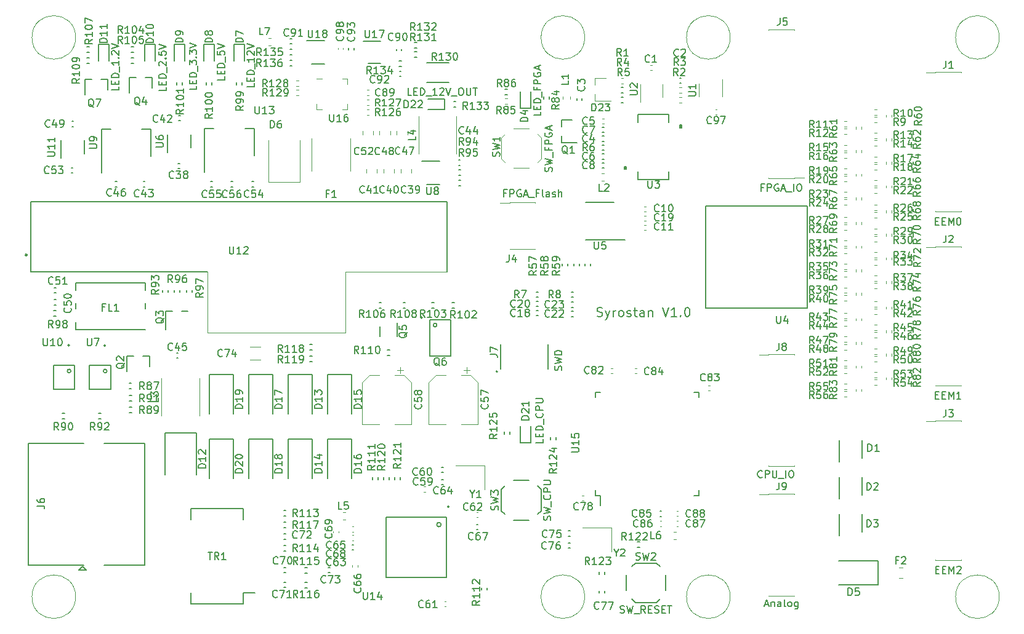
<source format=gbr>
%TF.GenerationSoftware,KiCad,Pcbnew,(5.1.10)-1*%
%TF.CreationDate,2021-07-13T16:53:59+08:00*%
%TF.ProjectId,TestAutomation,54657374-4175-4746-9f6d-6174696f6e2e,rev?*%
%TF.SameCoordinates,Original*%
%TF.FileFunction,Legend,Top*%
%TF.FilePolarity,Positive*%
%FSLAX46Y46*%
G04 Gerber Fmt 4.6, Leading zero omitted, Abs format (unit mm)*
G04 Created by KiCad (PCBNEW (5.1.10)-1) date 2021-07-13 16:53:59*
%MOMM*%
%LPD*%
G01*
G04 APERTURE LIST*
%ADD10C,0.203200*%
%ADD11C,0.150000*%
%ADD12C,0.120000*%
%ADD13C,0.250000*%
%ADD14C,0.152400*%
%ADD15C,0.127000*%
%ADD16C,0.200000*%
G04 APERTURE END LIST*
D10*
X157709761Y-95374047D02*
X157891190Y-95434523D01*
X158193571Y-95434523D01*
X158314523Y-95374047D01*
X158375000Y-95313571D01*
X158435476Y-95192619D01*
X158435476Y-95071666D01*
X158375000Y-94950714D01*
X158314523Y-94890238D01*
X158193571Y-94829761D01*
X157951666Y-94769285D01*
X157830714Y-94708809D01*
X157770238Y-94648333D01*
X157709761Y-94527380D01*
X157709761Y-94406428D01*
X157770238Y-94285476D01*
X157830714Y-94225000D01*
X157951666Y-94164523D01*
X158254047Y-94164523D01*
X158435476Y-94225000D01*
X158858809Y-94587857D02*
X159161190Y-95434523D01*
X159463571Y-94587857D02*
X159161190Y-95434523D01*
X159040238Y-95736904D01*
X158979761Y-95797380D01*
X158858809Y-95857857D01*
X159947380Y-95434523D02*
X159947380Y-94587857D01*
X159947380Y-94829761D02*
X160007857Y-94708809D01*
X160068333Y-94648333D01*
X160189285Y-94587857D01*
X160310238Y-94587857D01*
X160915000Y-95434523D02*
X160794047Y-95374047D01*
X160733571Y-95313571D01*
X160673095Y-95192619D01*
X160673095Y-94829761D01*
X160733571Y-94708809D01*
X160794047Y-94648333D01*
X160915000Y-94587857D01*
X161096428Y-94587857D01*
X161217380Y-94648333D01*
X161277857Y-94708809D01*
X161338333Y-94829761D01*
X161338333Y-95192619D01*
X161277857Y-95313571D01*
X161217380Y-95374047D01*
X161096428Y-95434523D01*
X160915000Y-95434523D01*
X161822142Y-95374047D02*
X161943095Y-95434523D01*
X162185000Y-95434523D01*
X162305952Y-95374047D01*
X162366428Y-95253095D01*
X162366428Y-95192619D01*
X162305952Y-95071666D01*
X162185000Y-95011190D01*
X162003571Y-95011190D01*
X161882619Y-94950714D01*
X161822142Y-94829761D01*
X161822142Y-94769285D01*
X161882619Y-94648333D01*
X162003571Y-94587857D01*
X162185000Y-94587857D01*
X162305952Y-94648333D01*
X162729285Y-94587857D02*
X163213095Y-94587857D01*
X162910714Y-94164523D02*
X162910714Y-95253095D01*
X162971190Y-95374047D01*
X163092142Y-95434523D01*
X163213095Y-95434523D01*
X164180714Y-95434523D02*
X164180714Y-94769285D01*
X164120238Y-94648333D01*
X163999285Y-94587857D01*
X163757380Y-94587857D01*
X163636428Y-94648333D01*
X164180714Y-95374047D02*
X164059761Y-95434523D01*
X163757380Y-95434523D01*
X163636428Y-95374047D01*
X163575952Y-95253095D01*
X163575952Y-95132142D01*
X163636428Y-95011190D01*
X163757380Y-94950714D01*
X164059761Y-94950714D01*
X164180714Y-94890238D01*
X164785476Y-94587857D02*
X164785476Y-95434523D01*
X164785476Y-94708809D02*
X164845952Y-94648333D01*
X164966904Y-94587857D01*
X165148333Y-94587857D01*
X165269285Y-94648333D01*
X165329761Y-94769285D01*
X165329761Y-95434523D01*
X166720714Y-94164523D02*
X167144047Y-95434523D01*
X167567380Y-94164523D01*
X168655952Y-95434523D02*
X167930238Y-95434523D01*
X168293095Y-95434523D02*
X168293095Y-94164523D01*
X168172142Y-94345952D01*
X168051190Y-94466904D01*
X167930238Y-94527380D01*
X169200238Y-95313571D02*
X169260714Y-95374047D01*
X169200238Y-95434523D01*
X169139761Y-95374047D01*
X169200238Y-95313571D01*
X169200238Y-95434523D01*
X170046904Y-94164523D02*
X170167857Y-94164523D01*
X170288809Y-94225000D01*
X170349285Y-94285476D01*
X170409761Y-94406428D01*
X170470238Y-94648333D01*
X170470238Y-94950714D01*
X170409761Y-95192619D01*
X170349285Y-95313571D01*
X170288809Y-95374047D01*
X170167857Y-95434523D01*
X170046904Y-95434523D01*
X169925952Y-95374047D01*
X169865476Y-95313571D01*
X169805000Y-95192619D01*
X169744523Y-94950714D01*
X169744523Y-94648333D01*
X169805000Y-94406428D01*
X169865476Y-94285476D01*
X169925952Y-94225000D01*
X170046904Y-94164523D01*
D11*
%TO.C,U12*%
X79808000Y-79646000D02*
X137108000Y-79646000D01*
D12*
X104108000Y-89246000D02*
X104108000Y-97646000D01*
X123108000Y-89246000D02*
X123108000Y-97646000D01*
X104108000Y-97646000D02*
X123108000Y-97646000D01*
X137108000Y-89246000D02*
X123108000Y-89246000D01*
D13*
X79333000Y-86946000D02*
G75*
G03*
X79333000Y-86946000I-125000J0D01*
G01*
D11*
X79808000Y-89246000D02*
X79808000Y-79646000D01*
X79808000Y-89246000D02*
X104108000Y-89246000D01*
X137108000Y-89246000D02*
X137108000Y-79646000D01*
D12*
%TO.C,Y2*%
X159710000Y-127830000D02*
X159710000Y-124530000D01*
X159710000Y-124530000D02*
X155710000Y-124530000D01*
%TO.C,Y1*%
X142244000Y-119226000D02*
X142244000Y-115926000D01*
X142244000Y-115926000D02*
X138244000Y-115926000D01*
%TO.C,L3*%
X103000000Y-109050000D02*
X103000000Y-103950000D01*
X97800000Y-109050000D02*
X97800000Y-103950000D01*
%TO.C,F2*%
X199181422Y-131420000D02*
X199698578Y-131420000D01*
X199181422Y-130000000D02*
X199698578Y-130000000D01*
%TO.C,M3*%
X156000000Y-57000000D02*
G75*
G03*
X156000000Y-57000000I-3000000J0D01*
G01*
X156000000Y-134000000D02*
G75*
G03*
X156000000Y-134000000I-3000000J0D01*
G01*
X176000000Y-57000000D02*
G75*
G03*
X176000000Y-57000000I-3000000J0D01*
G01*
X176000000Y-134000000D02*
G75*
G03*
X176000000Y-134000000I-3000000J0D01*
G01*
X213000000Y-57000000D02*
G75*
G03*
X213000000Y-57000000I-3000000J0D01*
G01*
X86000000Y-57000000D02*
G75*
G03*
X86000000Y-57000000I-3000000J0D01*
G01*
X86000000Y-134000000D02*
G75*
G03*
X86000000Y-134000000I-3000000J0D01*
G01*
X213000000Y-134000000D02*
G75*
G03*
X213000000Y-134000000I-3000000J0D01*
G01*
%TO.C,L4*%
X138380000Y-72990000D02*
X138380000Y-67890000D01*
X133180000Y-72990000D02*
X133180000Y-67890000D01*
%TO.C,D23*%
X157430000Y-62590000D02*
X158890000Y-62590000D01*
X157430000Y-65750000D02*
X159590000Y-65750000D01*
X157430000Y-65750000D02*
X157430000Y-64820000D01*
X157430000Y-62590000D02*
X157430000Y-63520000D01*
%TO.C,C98*%
X122770000Y-58442164D02*
X122770000Y-58657836D01*
X122050000Y-58442164D02*
X122050000Y-58657836D01*
%TO.C,C97*%
X174167836Y-67630000D02*
X173952164Y-67630000D01*
X174167836Y-66910000D02*
X173952164Y-66910000D01*
%TO.C,U2*%
X166700000Y-65190000D02*
X166700000Y-63430000D01*
X163630000Y-63430000D02*
X163630000Y-65860000D01*
%TO.C,U1*%
X171670000Y-63380000D02*
X171670000Y-65180000D01*
X174890000Y-65180000D02*
X174890000Y-62730000D01*
%TO.C,C1*%
X165032164Y-60800000D02*
X165247836Y-60800000D01*
X165032164Y-61520000D02*
X165247836Y-61520000D01*
%TO.C,R129*%
X116633641Y-64990000D02*
X116326359Y-64990000D01*
X116633641Y-64230000D02*
X116326359Y-64230000D01*
%TO.C,R128*%
X116326359Y-62940000D02*
X116633641Y-62940000D01*
X116326359Y-63700000D02*
X116633641Y-63700000D01*
%TO.C,U16*%
X122640000Y-62682500D02*
X123365000Y-62682500D01*
X123365000Y-62682500D02*
X123365000Y-63407500D01*
X119870000Y-66902500D02*
X119145000Y-66902500D01*
X119145000Y-66902500D02*
X119145000Y-66177500D01*
X122640000Y-66902500D02*
X123365000Y-66902500D01*
X123365000Y-66902500D02*
X123365000Y-66177500D01*
X119870000Y-62682500D02*
X119145000Y-62682500D01*
%TO.C,R127*%
X126026359Y-65570000D02*
X126333641Y-65570000D01*
X126026359Y-66330000D02*
X126333641Y-66330000D01*
%TO.C,R126*%
X126026359Y-66880000D02*
X126333641Y-66880000D01*
X126026359Y-67640000D02*
X126333641Y-67640000D01*
%TO.C,C89*%
X126072164Y-64220000D02*
X126287836Y-64220000D01*
X126072164Y-64940000D02*
X126287836Y-64940000D01*
%TO.C,C61*%
X136907836Y-134640000D02*
X136692164Y-134640000D01*
X136907836Y-135360000D02*
X136692164Y-135360000D01*
%TO.C,C69*%
X121440000Y-124992164D02*
X121440000Y-125207836D01*
X122160000Y-124992164D02*
X122160000Y-125207836D01*
%TO.C,C68*%
X124207836Y-125540000D02*
X123992164Y-125540000D01*
X124207836Y-126260000D02*
X123992164Y-126260000D01*
%TO.C,C66*%
X124040000Y-129692164D02*
X124040000Y-129907836D01*
X124760000Y-129692164D02*
X124760000Y-129907836D01*
%TO.C,C65*%
X124207836Y-124340000D02*
X123992164Y-124340000D01*
X124207836Y-125060000D02*
X123992164Y-125060000D01*
%TO.C,C64*%
X134107836Y-118840000D02*
X133892164Y-118840000D01*
X134107836Y-119560000D02*
X133892164Y-119560000D01*
%TO.C,C62*%
X141112164Y-123060000D02*
X141327836Y-123060000D01*
X141112164Y-122340000D02*
X141327836Y-122340000D01*
D14*
%TO.C,U6*%
X101856000Y-72204000D02*
X101856000Y-70404000D01*
X98636000Y-70404000D02*
X98636000Y-72854000D01*
D12*
%TO.C,C78*%
X155867836Y-120070000D02*
X155652164Y-120070000D01*
X155867836Y-120790000D02*
X155652164Y-120790000D01*
D14*
%TO.C,U15*%
X171708000Y-106534000D02*
X171708000Y-105834000D01*
X171708000Y-105834000D02*
X171008000Y-105834000D01*
X171708000Y-119354000D02*
X171708000Y-120054000D01*
X171708000Y-120054000D02*
X171008000Y-120054000D01*
X157488000Y-106534000D02*
X157488000Y-105834000D01*
X157488000Y-105834000D02*
X158188000Y-105834000D01*
X157488000Y-119354000D02*
X157488000Y-120054000D01*
X157488000Y-120054000D02*
X158188000Y-120054000D01*
X158188000Y-120054000D02*
X158188000Y-121419000D01*
D12*
%TO.C,C52*%
X125442000Y-69902748D02*
X125442000Y-70425252D01*
X126912000Y-69902748D02*
X126912000Y-70425252D01*
%TO.C,C48*%
X127793500Y-69902748D02*
X127793500Y-70425252D01*
X129263500Y-69902748D02*
X129263500Y-70425252D01*
%TO.C,C47*%
X130145000Y-69898748D02*
X130145000Y-70421252D01*
X131615000Y-69898748D02*
X131615000Y-70421252D01*
%TO.C,C41*%
X127455000Y-75618252D02*
X127455000Y-75095748D01*
X125985000Y-75618252D02*
X125985000Y-75095748D01*
%TO.C,C40*%
X129818167Y-75618252D02*
X129818167Y-75095748D01*
X128348167Y-75618252D02*
X128348167Y-75095748D01*
%TO.C,C39*%
X132181334Y-75618252D02*
X132181334Y-75095748D01*
X130711334Y-75618252D02*
X130711334Y-75095748D01*
%TO.C,F1*%
X123780000Y-75343752D02*
X123780000Y-70936248D01*
X118440000Y-75343752D02*
X118440000Y-70936248D01*
%TO.C,D6*%
X112520000Y-76870000D02*
X112520000Y-71170000D01*
X116820000Y-76870000D02*
X116820000Y-71170000D01*
X112520000Y-76870000D02*
X116820000Y-76870000D01*
%TO.C,R1*%
X161313641Y-63320000D02*
X161006359Y-63320000D01*
X161313641Y-62560000D02*
X161006359Y-62560000D01*
%TO.C,J1*%
X207759000Y-80894000D02*
X207759000Y-80959000D01*
X204229000Y-80894000D02*
X204229000Y-80959000D01*
X207759000Y-61789000D02*
X207759000Y-61854000D01*
X204229000Y-61789000D02*
X204229000Y-61854000D01*
X202904000Y-61854000D02*
X204229000Y-61854000D01*
X204229000Y-80959000D02*
X207759000Y-80959000D01*
X204229000Y-61789000D02*
X207759000Y-61789000D01*
%TO.C,C88*%
X168622164Y-122200000D02*
X168837836Y-122200000D01*
X168622164Y-122920000D02*
X168837836Y-122920000D01*
%TO.C,C87*%
X168622164Y-123563334D02*
X168837836Y-123563334D01*
X168622164Y-124283334D02*
X168837836Y-124283334D01*
%TO.C,C86*%
X166547836Y-124303333D02*
X166332164Y-124303333D01*
X166547836Y-123583333D02*
X166332164Y-123583333D01*
%TO.C,C84*%
X163137836Y-103260000D02*
X162922164Y-103260000D01*
X163137836Y-102540000D02*
X162922164Y-102540000D01*
%TO.C,C83*%
X173012164Y-104900000D02*
X173227836Y-104900000D01*
X173012164Y-105620000D02*
X173227836Y-105620000D01*
%TO.C,C82*%
X159612164Y-102540000D02*
X159827836Y-102540000D01*
X159612164Y-103260000D02*
X159827836Y-103260000D01*
%TO.C,C19*%
X164417836Y-82258889D02*
X164202164Y-82258889D01*
X164417836Y-81538889D02*
X164202164Y-81538889D01*
%TO.C,C11*%
X164417836Y-83520000D02*
X164202164Y-83520000D01*
X164417836Y-82800000D02*
X164202164Y-82800000D01*
%TO.C,C10*%
X164417836Y-80997778D02*
X164202164Y-80997778D01*
X164417836Y-80277778D02*
X164202164Y-80277778D01*
%TO.C,R56*%
X191980141Y-106470000D02*
X191672859Y-106470000D01*
X191980141Y-105710000D02*
X191672859Y-105710000D01*
%TO.C,R55*%
X191980141Y-105450000D02*
X191672859Y-105450000D01*
X191980141Y-104690000D02*
X191672859Y-104690000D01*
%TO.C,R54*%
X196180141Y-104847643D02*
X195872859Y-104847643D01*
X196180141Y-104087643D02*
X195872859Y-104087643D01*
%TO.C,R53*%
X196180141Y-103827643D02*
X195872859Y-103827643D01*
X196180141Y-103067643D02*
X195872859Y-103067643D01*
%TO.C,R52*%
X191980141Y-103225288D02*
X191672859Y-103225288D01*
X191980141Y-102465288D02*
X191672859Y-102465288D01*
%TO.C,R51*%
X191980141Y-102205288D02*
X191672859Y-102205288D01*
X191980141Y-101445288D02*
X191672859Y-101445288D01*
%TO.C,R50*%
X196180141Y-101602933D02*
X195872859Y-101602933D01*
X196180141Y-100842933D02*
X195872859Y-100842933D01*
%TO.C,R49*%
X196180141Y-100582933D02*
X195872859Y-100582933D01*
X196180141Y-99822933D02*
X195872859Y-99822933D01*
%TO.C,R48*%
X191980141Y-99980578D02*
X191672859Y-99980578D01*
X191980141Y-99220578D02*
X191672859Y-99220578D01*
%TO.C,R47*%
X191980141Y-98960578D02*
X191672859Y-98960578D01*
X191980141Y-98200578D02*
X191672859Y-98200578D01*
%TO.C,R46*%
X196180141Y-98358223D02*
X195872859Y-98358223D01*
X196180141Y-97598223D02*
X195872859Y-97598223D01*
%TO.C,R45*%
X196180141Y-97338223D02*
X195872859Y-97338223D01*
X196180141Y-96578223D02*
X195872859Y-96578223D01*
%TO.C,R44*%
X191980141Y-96735868D02*
X191672859Y-96735868D01*
X191980141Y-95975868D02*
X191672859Y-95975868D01*
%TO.C,R43*%
X191980141Y-95715868D02*
X191672859Y-95715868D01*
X191980141Y-94955868D02*
X191672859Y-94955868D01*
%TO.C,R42*%
X196180141Y-95113513D02*
X195872859Y-95113513D01*
X196180141Y-94353513D02*
X195872859Y-94353513D01*
%TO.C,R41*%
X196180141Y-94093513D02*
X195872859Y-94093513D01*
X196180141Y-93333513D02*
X195872859Y-93333513D01*
%TO.C,R40*%
X191980141Y-92450000D02*
X191672859Y-92450000D01*
X191980141Y-93210000D02*
X191672859Y-93210000D01*
%TO.C,R39*%
X191980141Y-91430000D02*
X191672859Y-91430000D01*
X191980141Y-92190000D02*
X191672859Y-92190000D01*
%TO.C,R38*%
X196180141Y-90827643D02*
X195872859Y-90827643D01*
X196180141Y-91587643D02*
X195872859Y-91587643D01*
%TO.C,R37*%
X196180141Y-89807643D02*
X195872859Y-89807643D01*
X196180141Y-90567643D02*
X195872859Y-90567643D01*
%TO.C,R36*%
X191980141Y-89205288D02*
X191672859Y-89205288D01*
X191980141Y-89965288D02*
X191672859Y-89965288D01*
%TO.C,R35*%
X191980141Y-88185288D02*
X191672859Y-88185288D01*
X191980141Y-88945288D02*
X191672859Y-88945288D01*
%TO.C,R34*%
X196180141Y-86562933D02*
X195872859Y-86562933D01*
X196180141Y-87322933D02*
X195872859Y-87322933D01*
%TO.C,R33*%
X196180141Y-87582933D02*
X195872859Y-87582933D01*
X196180141Y-88342933D02*
X195872859Y-88342933D01*
%TO.C,R32*%
X191980141Y-85960578D02*
X191672859Y-85960578D01*
X191980141Y-86720578D02*
X191672859Y-86720578D01*
%TO.C,R31*%
X191980141Y-84940578D02*
X191672859Y-84940578D01*
X191980141Y-85700578D02*
X191672859Y-85700578D01*
%TO.C,R30*%
X196180141Y-84338223D02*
X195872859Y-84338223D01*
X196180141Y-85098223D02*
X195872859Y-85098223D01*
%TO.C,R29*%
X196180141Y-83318223D02*
X195872859Y-83318223D01*
X196180141Y-84078223D02*
X195872859Y-84078223D01*
%TO.C,R28*%
X191980141Y-82715868D02*
X191672859Y-82715868D01*
X191980141Y-83475868D02*
X191672859Y-83475868D01*
%TO.C,R27*%
X191980141Y-81695868D02*
X191672859Y-81695868D01*
X191980141Y-82455868D02*
X191672859Y-82455868D01*
%TO.C,R26*%
X196180141Y-80073513D02*
X195872859Y-80073513D01*
X196180141Y-80833513D02*
X195872859Y-80833513D01*
%TO.C,R25*%
X196180141Y-81093513D02*
X195872859Y-81093513D01*
X196180141Y-81853513D02*
X195872859Y-81853513D01*
%TO.C,R24*%
X191980141Y-79300000D02*
X191672859Y-79300000D01*
X191980141Y-80060000D02*
X191672859Y-80060000D01*
%TO.C,R23*%
X191980141Y-78280000D02*
X191672859Y-78280000D01*
X191980141Y-79040000D02*
X191672859Y-79040000D01*
%TO.C,R22*%
X196180141Y-77677643D02*
X195872859Y-77677643D01*
X196180141Y-78437643D02*
X195872859Y-78437643D01*
%TO.C,R21*%
X196180141Y-76657643D02*
X195872859Y-76657643D01*
X196180141Y-77417643D02*
X195872859Y-77417643D01*
%TO.C,R20*%
X191980141Y-76055288D02*
X191672859Y-76055288D01*
X191980141Y-76815288D02*
X191672859Y-76815288D01*
%TO.C,R19*%
X191980141Y-75035288D02*
X191672859Y-75035288D01*
X191980141Y-75795288D02*
X191672859Y-75795288D01*
%TO.C,R18*%
X196180141Y-74432933D02*
X195872859Y-74432933D01*
X196180141Y-75192933D02*
X195872859Y-75192933D01*
%TO.C,R17*%
X196180141Y-73412933D02*
X195872859Y-73412933D01*
X196180141Y-74172933D02*
X195872859Y-74172933D01*
%TO.C,R16*%
X191980141Y-72810578D02*
X191672859Y-72810578D01*
X191980141Y-73570578D02*
X191672859Y-73570578D01*
%TO.C,R15*%
X191980141Y-71790578D02*
X191672859Y-71790578D01*
X191980141Y-72550578D02*
X191672859Y-72550578D01*
%TO.C,R14*%
X196170141Y-71188223D02*
X195862859Y-71188223D01*
X196170141Y-71948223D02*
X195862859Y-71948223D01*
%TO.C,R13*%
X196170141Y-70168223D02*
X195862859Y-70168223D01*
X196170141Y-70928223D02*
X195862859Y-70928223D01*
%TO.C,R12*%
X191980141Y-69565868D02*
X191672859Y-69565868D01*
X191980141Y-70325868D02*
X191672859Y-70325868D01*
%TO.C,R11*%
X191980141Y-68545868D02*
X191672859Y-68545868D01*
X191980141Y-69305868D02*
X191672859Y-69305868D01*
%TO.C,R10*%
X196170141Y-66923513D02*
X195862859Y-66923513D01*
X196170141Y-67683513D02*
X195862859Y-67683513D01*
%TO.C,R9*%
X196170141Y-67943513D02*
X195862859Y-67943513D01*
X196170141Y-68703513D02*
X195862859Y-68703513D01*
%TO.C,R3*%
X169303641Y-63900000D02*
X168996359Y-63900000D01*
X169303641Y-64660000D02*
X168996359Y-64660000D01*
%TO.C,R2*%
X168996359Y-66010000D02*
X169303641Y-66010000D01*
X168996359Y-65250000D02*
X169303641Y-65250000D01*
%TO.C,C5*%
X158647836Y-68150000D02*
X158432164Y-68150000D01*
X158647836Y-68870000D02*
X158432164Y-68870000D01*
%TO.C,J3*%
X207759000Y-128900000D02*
X207759000Y-128965000D01*
X204229000Y-128900000D02*
X204229000Y-128965000D01*
X207759000Y-109795000D02*
X207759000Y-109860000D01*
X204229000Y-109795000D02*
X204229000Y-109860000D01*
X202904000Y-109860000D02*
X204229000Y-109860000D01*
X204229000Y-128965000D02*
X207759000Y-128965000D01*
X204229000Y-109795000D02*
X207759000Y-109795000D01*
%TO.C,R62*%
X197465500Y-71211864D02*
X197465500Y-70904582D01*
X198225500Y-71211864D02*
X198225500Y-70904582D01*
%TO.C,R83*%
X193265500Y-105733641D02*
X193265500Y-105426359D01*
X194025500Y-105733641D02*
X194025500Y-105426359D01*
%TO.C,R82*%
X197465500Y-104111284D02*
X197465500Y-103804002D01*
X198225500Y-104111284D02*
X198225500Y-103804002D01*
%TO.C,R81*%
X193265500Y-102488929D02*
X193265500Y-102181647D01*
X194025500Y-102488929D02*
X194025500Y-102181647D01*
%TO.C,R80*%
X197465500Y-100866574D02*
X197465500Y-100559292D01*
X198225500Y-100866574D02*
X198225500Y-100559292D01*
%TO.C,R79*%
X193265500Y-99244219D02*
X193265500Y-98936937D01*
X194025500Y-99244219D02*
X194025500Y-98936937D01*
%TO.C,R78*%
X197465500Y-97621864D02*
X197465500Y-97314582D01*
X198225500Y-97621864D02*
X198225500Y-97314582D01*
%TO.C,R77*%
X193265500Y-95999509D02*
X193265500Y-95692227D01*
X194025500Y-95999509D02*
X194025500Y-95692227D01*
%TO.C,R76*%
X197465500Y-94377154D02*
X197465500Y-94069872D01*
X198225500Y-94377154D02*
X198225500Y-94069872D01*
%TO.C,R75*%
X193265500Y-92473641D02*
X193265500Y-92166359D01*
X194025500Y-92473641D02*
X194025500Y-92166359D01*
%TO.C,R74*%
X197465500Y-90851284D02*
X197465500Y-90544002D01*
X198225500Y-90851284D02*
X198225500Y-90544002D01*
%TO.C,R73*%
X193265500Y-89228929D02*
X193265500Y-88921647D01*
X194025500Y-89228929D02*
X194025500Y-88921647D01*
%TO.C,R72*%
X198225500Y-87299292D02*
X198225500Y-87606574D01*
X197465500Y-87299292D02*
X197465500Y-87606574D01*
%TO.C,R71*%
X193265500Y-85984219D02*
X193265500Y-85676937D01*
X194025500Y-85984219D02*
X194025500Y-85676937D01*
%TO.C,R70*%
X197465500Y-84361864D02*
X197465500Y-84054582D01*
X198225500Y-84361864D02*
X198225500Y-84054582D01*
%TO.C,R69*%
X193265500Y-82739509D02*
X193265500Y-82432227D01*
X194025500Y-82739509D02*
X194025500Y-82432227D01*
%TO.C,R68*%
X198225500Y-80809872D02*
X198225500Y-81117154D01*
X197465500Y-80809872D02*
X197465500Y-81117154D01*
%TO.C,R67*%
X193265500Y-79323641D02*
X193265500Y-79016359D01*
X194025500Y-79323641D02*
X194025500Y-79016359D01*
%TO.C,R66*%
X197465500Y-77701284D02*
X197465500Y-77394002D01*
X198225500Y-77701284D02*
X198225500Y-77394002D01*
%TO.C,R65*%
X193265500Y-76078929D02*
X193265500Y-75771647D01*
X194025500Y-76078929D02*
X194025500Y-75771647D01*
%TO.C,R64*%
X197465500Y-74456574D02*
X197465500Y-74149292D01*
X198225500Y-74456574D02*
X198225500Y-74149292D01*
%TO.C,R63*%
X193265500Y-72834219D02*
X193265500Y-72526937D01*
X194025500Y-72834219D02*
X194025500Y-72526937D01*
%TO.C,R61*%
X193265500Y-69589509D02*
X193265500Y-69282227D01*
X194025500Y-69589509D02*
X194025500Y-69282227D01*
%TO.C,R60*%
X198225500Y-67659872D02*
X198225500Y-67967154D01*
X197465500Y-67659872D02*
X197465500Y-67967154D01*
D14*
%TO.C,C75*%
X153977836Y-124920000D02*
X153762164Y-124920000D01*
X153977836Y-125640000D02*
X153762164Y-125640000D01*
D15*
%TO.C,U4*%
X186592000Y-80249000D02*
X186592000Y-94249000D01*
X172592000Y-80249000D02*
X172592000Y-94249000D01*
X172592000Y-94249000D02*
X186592000Y-94249000D01*
X172592000Y-80249000D02*
X186592000Y-80249000D01*
D16*
X187192000Y-93249000D02*
G75*
G03*
X187192000Y-93249000I-100000J0D01*
G01*
D14*
%TO.C,R5*%
X161006359Y-65250000D02*
X161313641Y-65250000D01*
X161006359Y-66010000D02*
X161313641Y-66010000D01*
%TO.C,R4*%
X161006359Y-63905000D02*
X161313641Y-63905000D01*
X161006359Y-64665000D02*
X161313641Y-64665000D01*
%TO.C,C3*%
X155620000Y-65412164D02*
X155620000Y-65627836D01*
X154900000Y-65412164D02*
X154900000Y-65627836D01*
%TO.C,C6*%
X158432164Y-73034000D02*
X158647836Y-73034000D01*
X158432164Y-73754000D02*
X158647836Y-73754000D01*
D12*
%TO.C,L1*%
X153990000Y-65157221D02*
X153990000Y-65482779D01*
X152970000Y-65157221D02*
X152970000Y-65482779D01*
D14*
%TO.C,C2*%
X169257836Y-62580000D02*
X169042164Y-62580000D01*
X169257836Y-63300000D02*
X169042164Y-63300000D01*
D12*
%TO.C,J4*%
X149212000Y-86101000D02*
X149212000Y-86166000D01*
X145682000Y-86101000D02*
X145682000Y-86166000D01*
X149212000Y-79696000D02*
X149212000Y-79761000D01*
X145682000Y-79696000D02*
X145682000Y-79761000D01*
X144357000Y-79761000D02*
X145682000Y-79761000D01*
X145682000Y-86166000D02*
X149212000Y-86166000D01*
X145682000Y-79696000D02*
X149212000Y-79696000D01*
%TO.C,J9*%
X184817000Y-133853000D02*
X184817000Y-133918000D01*
X181287000Y-133853000D02*
X181287000Y-133918000D01*
X184817000Y-119828000D02*
X184817000Y-119893000D01*
X181287000Y-119828000D02*
X181287000Y-119893000D01*
X179962000Y-119893000D02*
X181287000Y-119893000D01*
X181287000Y-133918000D02*
X184817000Y-133918000D01*
X181287000Y-119828000D02*
X184817000Y-119828000D01*
%TO.C,J8*%
X184817000Y-115946000D02*
X184817000Y-116011000D01*
X181287000Y-115946000D02*
X181287000Y-116011000D01*
X184817000Y-100651000D02*
X184817000Y-100716000D01*
X181287000Y-100651000D02*
X181287000Y-100716000D01*
X179962000Y-100716000D02*
X181287000Y-100716000D01*
X181287000Y-116011000D02*
X184817000Y-116011000D01*
X181287000Y-100651000D02*
X184817000Y-100651000D01*
%TO.C,J5*%
X181287000Y-56012000D02*
X181287000Y-55947000D01*
X184817000Y-56012000D02*
X184817000Y-55947000D01*
X181287000Y-76387000D02*
X181287000Y-76322000D01*
X184817000Y-76387000D02*
X184817000Y-76322000D01*
X186142000Y-76322000D02*
X184817000Y-76322000D01*
X184817000Y-55947000D02*
X181287000Y-55947000D01*
X184817000Y-76387000D02*
X181287000Y-76387000D01*
%TO.C,J2*%
X207759000Y-104897000D02*
X207759000Y-104962000D01*
X204229000Y-104897000D02*
X204229000Y-104962000D01*
X207759000Y-85792000D02*
X207759000Y-85857000D01*
X204229000Y-85792000D02*
X204229000Y-85857000D01*
X202904000Y-85857000D02*
X204229000Y-85857000D01*
X204229000Y-104962000D02*
X207759000Y-104962000D01*
X204229000Y-85792000D02*
X207759000Y-85792000D01*
%TO.C,L7*%
X112517221Y-58080000D02*
X112842779Y-58080000D01*
X112517221Y-57060000D02*
X112842779Y-57060000D01*
%TO.C,L6*%
X168582779Y-125070000D02*
X168257221Y-125070000D01*
X168582779Y-126090000D02*
X168257221Y-126090000D01*
%TO.C,L5*%
X123062779Y-123410000D02*
X122737221Y-123410000D01*
X123062779Y-122390000D02*
X122737221Y-122390000D01*
%TO.C,L2*%
X158337221Y-75690000D02*
X158662779Y-75690000D01*
X158337221Y-76710000D02*
X158662779Y-76710000D01*
%TO.C,C74*%
X111411252Y-99590000D02*
X109988748Y-99590000D01*
X111411252Y-101410000D02*
X109988748Y-101410000D01*
%TO.C,C58*%
X131030250Y-102823250D02*
X130242750Y-102823250D01*
X130636500Y-102429500D02*
X130636500Y-103217000D01*
X126443437Y-103457000D02*
X125379000Y-104521437D01*
X131134563Y-103457000D02*
X132199000Y-104521437D01*
X131134563Y-103457000D02*
X129849000Y-103457000D01*
X126443437Y-103457000D02*
X127729000Y-103457000D01*
X125379000Y-104521437D02*
X125379000Y-110277000D01*
X132199000Y-104521437D02*
X132199000Y-110277000D01*
X132199000Y-110277000D02*
X129849000Y-110277000D01*
X125379000Y-110277000D02*
X127729000Y-110277000D01*
%TO.C,C57*%
X140174250Y-102823250D02*
X139386750Y-102823250D01*
X139780500Y-102429500D02*
X139780500Y-103217000D01*
X135587437Y-103457000D02*
X134523000Y-104521437D01*
X140278563Y-103457000D02*
X141343000Y-104521437D01*
X140278563Y-103457000D02*
X138993000Y-103457000D01*
X135587437Y-103457000D02*
X136873000Y-103457000D01*
X134523000Y-104521437D02*
X134523000Y-110277000D01*
X141343000Y-104521437D02*
X141343000Y-110277000D01*
X141343000Y-110277000D02*
X138993000Y-110277000D01*
X134523000Y-110277000D02*
X136873000Y-110277000D01*
%TO.C,SW1*%
X149995000Y-70806000D02*
X149505000Y-70316000D01*
X149995000Y-73706000D02*
X149995000Y-70806000D01*
X149995000Y-73706000D02*
X149505000Y-74196000D01*
X144555000Y-73706000D02*
X144555000Y-70806000D01*
X144555000Y-73706000D02*
X145045000Y-74196000D01*
X148315000Y-69536000D02*
X146235000Y-69536000D01*
X144555000Y-70806000D02*
X145045000Y-70316000D01*
X148315000Y-74976000D02*
X146235000Y-74976000D01*
%TO.C,R85*%
X145373641Y-65430000D02*
X145066359Y-65430000D01*
X145373641Y-66190000D02*
X145066359Y-66190000D01*
D14*
%TO.C,U18*%
X120228000Y-57426000D02*
X117778000Y-57426000D01*
X118428000Y-60646000D02*
X120228000Y-60646000D01*
%TO.C,U14*%
X137382002Y-121628001D02*
G75*
G03*
X137382002Y-121628001I-125001J0D01*
G01*
X136257000Y-124078001D02*
G75*
G03*
X136257000Y-124078001I-299999J0D01*
G01*
X128657001Y-123078001D02*
X136957002Y-123078001D01*
X128657001Y-131378002D02*
X136957002Y-131378002D01*
X136957002Y-123078001D02*
X136957002Y-131378002D01*
X128657001Y-123078001D02*
X128657001Y-131378002D01*
%TO.C,U13*%
X110570000Y-69511500D02*
X109310000Y-69511500D01*
X103750000Y-69511500D02*
X105010000Y-69511500D01*
X110570000Y-73271500D02*
X110570000Y-69511500D01*
X103750000Y-75521500D02*
X103750000Y-69511500D01*
%TO.C,U10*%
X85167000Y-99397442D02*
G75*
G03*
X85167000Y-99397442I-125000J0D01*
G01*
X85357000Y-102925275D02*
G75*
G03*
X85357000Y-102925275I-250000J0D01*
G01*
X82957000Y-105472726D02*
X82957000Y-102175276D01*
X85857000Y-105472726D02*
X82957000Y-105472726D01*
X85857000Y-102175276D02*
X85857000Y-105472726D01*
X82957000Y-102175276D02*
X85857000Y-102175276D01*
%TO.C,U7*%
X90120000Y-99397442D02*
G75*
G03*
X90120000Y-99397442I-125000J0D01*
G01*
X90310000Y-102925275D02*
G75*
G03*
X90310000Y-102925275I-250000J0D01*
G01*
X87910000Y-105472726D02*
X87910000Y-102175276D01*
X90810000Y-105472726D02*
X87910000Y-105472726D01*
X90810000Y-102175276D02*
X90810000Y-105472726D01*
X87910000Y-102175276D02*
X90810000Y-102175276D01*
%TO.C,U17*%
X126195000Y-60596000D02*
X127955000Y-60596000D01*
X127955000Y-57526000D02*
X125525000Y-57526000D01*
%TO.C,U3*%
G36*
X161459201Y-75149000D02*
G01*
X161459201Y-74768000D01*
X161713201Y-74768000D01*
X161713201Y-75149000D01*
X161459201Y-75149000D01*
G37*
X161459201Y-75149000D02*
X161459201Y-74768000D01*
X161713201Y-74768000D01*
X161713201Y-75149000D01*
X161459201Y-75149000D01*
G36*
X169372799Y-69434000D02*
G01*
X169372799Y-69053000D01*
X169118799Y-69053000D01*
X169118799Y-69434000D01*
X169372799Y-69434000D01*
G37*
X169372799Y-69434000D02*
X169372799Y-69053000D01*
X169118799Y-69053000D01*
X169118799Y-69434000D01*
X169372799Y-69434000D01*
X163295100Y-75468640D02*
X163295100Y-76596800D01*
X167536900Y-68733360D02*
X167536900Y-67605200D01*
X167536900Y-76596800D02*
X167536900Y-75468640D01*
X163295100Y-76596800D02*
X167536900Y-76596800D01*
X163295100Y-67605200D02*
X163295100Y-68733360D01*
X167536900Y-67605200D02*
X163295100Y-67605200D01*
%TO.C,R136*%
X115466359Y-60873000D02*
X115773641Y-60873000D01*
X115466359Y-60113000D02*
X115773641Y-60113000D01*
%TO.C,R135*%
X115466359Y-59344000D02*
X115773641Y-59344000D01*
X115466359Y-58584000D02*
X115773641Y-58584000D01*
%TO.C,R134*%
X130800641Y-60236000D02*
X130493359Y-60236000D01*
X130800641Y-60996000D02*
X130493359Y-60996000D01*
%TO.C,R132*%
X132612359Y-58432000D02*
X132919641Y-58432000D01*
X132612359Y-57672000D02*
X132919641Y-57672000D01*
%TO.C,R131*%
X132612359Y-59702000D02*
X132919641Y-59702000D01*
X132612359Y-58942000D02*
X132919641Y-58942000D01*
%TO.C,Q6*%
X133680000Y-95608000D02*
G75*
G03*
X133680000Y-95608000I-125000J0D01*
G01*
X135680000Y-96608000D02*
G75*
G03*
X135680000Y-96608000I-250000J0D01*
G01*
X137620400Y-100858000D02*
X134689600Y-100858000D01*
X137620400Y-95858000D02*
X137620400Y-100858000D01*
X134689600Y-95858000D02*
X137620400Y-95858000D01*
X134689600Y-100858000D02*
X134689600Y-95858000D01*
%TO.C,J7*%
X144441000Y-99250000D02*
X144441000Y-102680000D01*
X150961000Y-102680000D02*
X150961000Y-99250000D01*
X144011000Y-103000000D02*
G75*
G03*
X144011000Y-103000000I-100000J0D01*
G01*
%TO.C,C93*%
X124260000Y-58667836D02*
X124260000Y-58452164D01*
X123540000Y-58667836D02*
X123540000Y-58452164D01*
%TO.C,C92*%
X130754836Y-61640000D02*
X130539164Y-61640000D01*
X130754836Y-62360000D02*
X130539164Y-62360000D01*
%TO.C,C91*%
X115502164Y-57900000D02*
X115717836Y-57900000D01*
X115502164Y-57180000D02*
X115717836Y-57180000D01*
%TO.C,C90*%
X130840000Y-58794836D02*
X130840000Y-58579164D01*
X130120000Y-58794836D02*
X130120000Y-58579164D01*
%TO.C,U11*%
X87181000Y-72985000D02*
X87181000Y-71185000D01*
X83961000Y-71185000D02*
X83961000Y-73635000D01*
%TO.C,U9*%
X89554000Y-75601000D02*
X89554000Y-69591000D01*
X96374000Y-73351000D02*
X96374000Y-69591000D01*
X89554000Y-69591000D02*
X90814000Y-69591000D01*
X96374000Y-69591000D02*
X95114000Y-69591000D01*
%TO.C,U8*%
X136069000Y-74034000D02*
X133619000Y-74034000D01*
X134269000Y-77254000D02*
X136069000Y-77254000D01*
%TO.C,U5*%
X158100000Y-84840000D02*
X161550000Y-84840000D01*
X158100000Y-84840000D02*
X156150000Y-84840000D01*
X158100000Y-79720000D02*
X160050000Y-79720000D01*
X158100000Y-79720000D02*
X156150000Y-79720000D01*
%TO.C,TR1*%
X110683000Y-133466000D02*
X109083000Y-133466000D01*
X109083000Y-133466000D02*
X109083000Y-134991000D01*
X109083000Y-134991000D02*
X101883000Y-134991000D01*
X101883000Y-134991000D02*
X101883000Y-133466000D01*
X109083000Y-123416000D02*
X109083000Y-121891000D01*
X109083000Y-121891000D02*
X101883000Y-121891000D01*
X101883000Y-121891000D02*
X101883000Y-123416000D01*
%TO.C,SW3*%
X149995000Y-119266000D02*
X149505000Y-118776000D01*
X149995000Y-122166000D02*
X149995000Y-119266000D01*
X149995000Y-122166000D02*
X149505000Y-122656000D01*
X144555000Y-122166000D02*
X144555000Y-119266000D01*
X144555000Y-122166000D02*
X145045000Y-122656000D01*
X148315000Y-117996000D02*
X146235000Y-117996000D01*
X144555000Y-119266000D02*
X145045000Y-118776000D01*
X148315000Y-123436000D02*
X146235000Y-123436000D01*
%TO.C,SW2*%
X165851000Y-134800000D02*
X166341000Y-134310000D01*
X162951000Y-134800000D02*
X165851000Y-134800000D01*
X162951000Y-134800000D02*
X162461000Y-134310000D01*
X162951000Y-129360000D02*
X165851000Y-129360000D01*
X162951000Y-129360000D02*
X162461000Y-129850000D01*
X167121000Y-133120000D02*
X167121000Y-131040000D01*
X165851000Y-129360000D02*
X166341000Y-129850000D01*
X161681000Y-133120000D02*
X161681000Y-131040000D01*
%TO.C,R125*%
X144930000Y-111296359D02*
X144930000Y-111603641D01*
X145690000Y-111296359D02*
X145690000Y-111603641D01*
%TO.C,R124*%
X152080000Y-112373641D02*
X152080000Y-112066359D01*
X151320000Y-112373641D02*
X151320000Y-112066359D01*
%TO.C,R123*%
X158734000Y-130936641D02*
X158734000Y-130629359D01*
X157974000Y-130936641D02*
X157974000Y-130629359D01*
%TO.C,R122*%
X163266359Y-127190000D02*
X163573641Y-127190000D01*
X163266359Y-126430000D02*
X163573641Y-126430000D01*
%TO.C,R121*%
X130631000Y-117856641D02*
X130631000Y-117549359D01*
X129871000Y-117856641D02*
X129871000Y-117549359D01*
%TO.C,R120*%
X129107000Y-117856641D02*
X129107000Y-117549359D01*
X128347000Y-117856641D02*
X128347000Y-117549359D01*
%TO.C,R119*%
X118521641Y-101596000D02*
X118214359Y-101596000D01*
X118521641Y-100836000D02*
X118214359Y-100836000D01*
%TO.C,R118*%
X118521641Y-99996800D02*
X118214359Y-99996800D01*
X118521641Y-99236800D02*
X118214359Y-99236800D01*
%TO.C,R117*%
X114600359Y-124486000D02*
X114907641Y-124486000D01*
X114600359Y-123726000D02*
X114907641Y-123726000D01*
%TO.C,R116*%
X117828641Y-131998000D02*
X117521359Y-131998000D01*
X117828641Y-132758000D02*
X117521359Y-132758000D01*
%TO.C,R115*%
X117521359Y-130726000D02*
X117828641Y-130726000D01*
X117521359Y-129966000D02*
X117828641Y-129966000D01*
%TO.C,R114*%
X114907641Y-126918000D02*
X114600359Y-126918000D01*
X114907641Y-127678000D02*
X114600359Y-127678000D01*
%TO.C,R113*%
X114600359Y-122880000D02*
X114907641Y-122880000D01*
X114600359Y-122120000D02*
X114907641Y-122120000D01*
%TO.C,R112*%
X141820000Y-132746359D02*
X141820000Y-133053641D01*
X142580000Y-132746359D02*
X142580000Y-133053641D01*
%TO.C,R111*%
X127583000Y-117856641D02*
X127583000Y-117549359D01*
X126823000Y-117856641D02*
X126823000Y-117549359D01*
%TO.C,R110*%
X129196641Y-100010000D02*
X128889359Y-100010000D01*
X129196641Y-100770000D02*
X128889359Y-100770000D01*
%TO.C,R109*%
X87844641Y-59818000D02*
X87537359Y-59818000D01*
X87844641Y-60578000D02*
X87537359Y-60578000D01*
%TO.C,R108*%
X131355641Y-93533000D02*
X131048359Y-93533000D01*
X131355641Y-94293000D02*
X131048359Y-94293000D01*
%TO.C,R107*%
X87537359Y-58294000D02*
X87844641Y-58294000D01*
X87537359Y-59054000D02*
X87844641Y-59054000D01*
%TO.C,R105*%
X93942641Y-60578000D02*
X93635359Y-60578000D01*
X93942641Y-59818000D02*
X93635359Y-59818000D01*
%TO.C,R104*%
X93635359Y-59054000D02*
X93942641Y-59054000D01*
X93635359Y-58294000D02*
X93942641Y-58294000D01*
%TO.C,R106*%
X128051641Y-93533000D02*
X127744359Y-93533000D01*
X128051641Y-94293000D02*
X127744359Y-94293000D01*
%TO.C,R101*%
X99886000Y-63219359D02*
X99886000Y-63526641D01*
X100646000Y-63219359D02*
X100646000Y-63526641D01*
%TO.C,R100*%
X103950000Y-63219359D02*
X103950000Y-63526641D01*
X104710000Y-63219359D02*
X104710000Y-63526641D01*
%TO.C,R103*%
X135294641Y-93533000D02*
X134987359Y-93533000D01*
X135294641Y-94293000D02*
X134987359Y-94293000D01*
%TO.C,R102*%
X138086641Y-93533000D02*
X137779359Y-93533000D01*
X138086641Y-94293000D02*
X137779359Y-94293000D01*
%TO.C,R99*%
X108141000Y-63219359D02*
X108141000Y-63526641D01*
X108901000Y-63219359D02*
X108901000Y-63526641D01*
%TO.C,R98*%
X83315641Y-94623000D02*
X83008359Y-94623000D01*
X83315641Y-95383000D02*
X83008359Y-95383000D01*
%TO.C,R95*%
X138956641Y-76641000D02*
X138649359Y-76641000D01*
X138956641Y-77401000D02*
X138649359Y-77401000D01*
%TO.C,R94*%
X138647359Y-76004000D02*
X138954641Y-76004000D01*
X138647359Y-75244000D02*
X138954641Y-75244000D01*
%TO.C,R97*%
X101980000Y-92101641D02*
X101980000Y-91794359D01*
X101220000Y-92101641D02*
X101220000Y-91794359D01*
%TO.C,R96*%
X100329000Y-92101641D02*
X100329000Y-91794359D01*
X99569000Y-92101641D02*
X99569000Y-91794359D01*
%TO.C,R93*%
X98678000Y-92101641D02*
X98678000Y-91794359D01*
X97918000Y-92101641D02*
X97918000Y-91794359D01*
%TO.C,R92*%
X89146359Y-109480000D02*
X89453641Y-109480000D01*
X89146359Y-108720000D02*
X89453641Y-108720000D01*
%TO.C,R91*%
X93378359Y-107062400D02*
X93685641Y-107062400D01*
X93378359Y-106302400D02*
X93685641Y-106302400D01*
%TO.C,R90*%
X84453641Y-108720000D02*
X84146359Y-108720000D01*
X84453641Y-109480000D02*
X84146359Y-109480000D01*
%TO.C,R89*%
X93378359Y-108661600D02*
X93685641Y-108661600D01*
X93378359Y-107901600D02*
X93685641Y-107901600D01*
%TO.C,R87*%
X93653641Y-104620000D02*
X93346359Y-104620000D01*
X93653641Y-105380000D02*
X93346359Y-105380000D01*
%TO.C,R133*%
X137980359Y-65839000D02*
X138287641Y-65839000D01*
X137980359Y-66599000D02*
X138287641Y-66599000D01*
%TO.C,R130*%
X137367064Y-60460000D02*
X134312936Y-60460000D01*
X137367064Y-63180000D02*
X134312936Y-63180000D01*
%TO.C,R59*%
X156820000Y-88443641D02*
X156820000Y-88136359D01*
X156060000Y-88443641D02*
X156060000Y-88136359D01*
%TO.C,R58*%
X155235000Y-88443641D02*
X155235000Y-88136359D01*
X154475000Y-88443641D02*
X154475000Y-88136359D01*
%TO.C,R57*%
X153650000Y-88443641D02*
X153650000Y-88136359D01*
X152890000Y-88443641D02*
X152890000Y-88136359D01*
%TO.C,R8*%
X154446641Y-92023000D02*
X154139359Y-92023000D01*
X154446641Y-92783000D02*
X154139359Y-92783000D01*
%TO.C,R7*%
X149620641Y-92023000D02*
X149313359Y-92023000D01*
X149620641Y-92783000D02*
X149313359Y-92783000D01*
%TO.C,R86*%
X145066359Y-64880000D02*
X145373641Y-64880000D01*
X145066359Y-64120000D02*
X145373641Y-64120000D01*
%TO.C,R84*%
X150350000Y-65176359D02*
X150350000Y-65483641D01*
X151110000Y-65176359D02*
X151110000Y-65483641D01*
%TO.C,R6*%
X158693641Y-72548000D02*
X158386359Y-72548000D01*
X158693641Y-71788000D02*
X158386359Y-71788000D01*
%TO.C,Q7*%
X90416000Y-62740000D02*
X89486000Y-62740000D01*
X87256000Y-62740000D02*
X88186000Y-62740000D01*
X87256000Y-62740000D02*
X87256000Y-64900000D01*
X90416000Y-62740000D02*
X90416000Y-64200000D01*
%TO.C,Q4*%
X96512000Y-62486000D02*
X95582000Y-62486000D01*
X93352000Y-62486000D02*
X94282000Y-62486000D01*
X93352000Y-62486000D02*
X93352000Y-64646000D01*
X96512000Y-62486000D02*
X96512000Y-63946000D01*
%TO.C,Q5*%
X127883000Y-96769000D02*
X127883000Y-98169000D01*
X130203000Y-98169000D02*
X130203000Y-96269000D01*
%TO.C,Q3*%
X98349000Y-94654000D02*
X99299000Y-94654000D01*
X98349000Y-97254000D02*
X98349000Y-94654000D01*
X100599000Y-94654000D02*
X101399000Y-94654000D01*
%TO.C,Q2*%
X96180000Y-100840000D02*
X95250000Y-100840000D01*
X93020000Y-100840000D02*
X93950000Y-100840000D01*
X93020000Y-100840000D02*
X93020000Y-103000000D01*
X96180000Y-100840000D02*
X96180000Y-102300000D01*
%TO.C,Q1*%
X152810000Y-68370000D02*
X154270000Y-68370000D01*
X152810000Y-71530000D02*
X154970000Y-71530000D01*
X152810000Y-71530000D02*
X152810000Y-70600000D01*
X152810000Y-68370000D02*
X152810000Y-69300000D01*
%TO.C,J6*%
X79520000Y-129646000D02*
X79520000Y-112916000D01*
X79520000Y-129646000D02*
X87130000Y-129646000D01*
X79520000Y-112916000D02*
X87130000Y-112916000D01*
X95490000Y-129646000D02*
X95490000Y-112916000D01*
X95490000Y-129646000D02*
X89930000Y-129646000D01*
X95490000Y-112916000D02*
X89930000Y-112916000D01*
X86930000Y-129841000D02*
X87430000Y-130341000D01*
X87430000Y-130341000D02*
X86430000Y-130341000D01*
X86430000Y-130341000D02*
X86930000Y-129841000D01*
%TO.C,FL1*%
X85982000Y-94387000D02*
X85982000Y-93587000D01*
X95582000Y-94387000D02*
X95582000Y-93587000D01*
X95582000Y-91787000D02*
X95582000Y-90787000D01*
X95582000Y-90787000D02*
X85982000Y-90787000D01*
X85982000Y-90787000D02*
X85982000Y-91787000D01*
X85982000Y-96187000D02*
X85982000Y-97187000D01*
X85982000Y-97187000D02*
X95582000Y-97187000D01*
%TO.C,D21*%
X148604000Y-112820000D02*
X148604000Y-110535000D01*
X147134000Y-112820000D02*
X148604000Y-112820000D01*
X147134000Y-110535000D02*
X147134000Y-112820000D01*
%TO.C,D20*%
X107657000Y-112298000D02*
X107657000Y-117698000D01*
X104357000Y-112298000D02*
X104357000Y-117698000D01*
X107657000Y-112298000D02*
X104357000Y-112298000D01*
%TO.C,D19*%
X107657000Y-103440000D02*
X107657000Y-108840000D01*
X104357000Y-103440000D02*
X104357000Y-108840000D01*
X107657000Y-103440000D02*
X104357000Y-103440000D01*
%TO.C,D18*%
X113098555Y-112298000D02*
X113098555Y-117698000D01*
X109798555Y-112298000D02*
X109798555Y-117698000D01*
X113098555Y-112298000D02*
X109798555Y-112298000D01*
%TO.C,D17*%
X113098555Y-103440000D02*
X113098555Y-108840000D01*
X109798555Y-103440000D02*
X109798555Y-108840000D01*
X113098555Y-103440000D02*
X109798555Y-103440000D01*
%TO.C,D16*%
X123981666Y-112298000D02*
X123981666Y-117698000D01*
X120681666Y-112298000D02*
X120681666Y-117698000D01*
X123981666Y-112298000D02*
X120681666Y-112298000D01*
%TO.C,D15*%
X123981666Y-103440000D02*
X123981666Y-108840000D01*
X120681666Y-103440000D02*
X120681666Y-108840000D01*
X123981666Y-103440000D02*
X120681666Y-103440000D01*
%TO.C,D14*%
X118540110Y-112298000D02*
X118540110Y-117698000D01*
X115240110Y-112298000D02*
X115240110Y-117698000D01*
X118540110Y-112298000D02*
X115240110Y-112298000D01*
%TO.C,D13*%
X118540110Y-103440000D02*
X118540110Y-108840000D01*
X115240110Y-103440000D02*
X115240110Y-108840000D01*
X118540110Y-103440000D02*
X115240110Y-103440000D01*
%TO.C,D12*%
X102590000Y-111490000D02*
X102590000Y-117190000D01*
X98290000Y-111490000D02*
X98290000Y-117190000D01*
X102590000Y-111490000D02*
X98290000Y-111490000D01*
%TO.C,D11*%
X89117000Y-57951000D02*
X89117000Y-60236000D01*
X90587000Y-57951000D02*
X89117000Y-57951000D01*
X90587000Y-60236000D02*
X90587000Y-57951000D01*
%TO.C,D10*%
X95467000Y-57951000D02*
X95467000Y-60236000D01*
X96937000Y-57951000D02*
X95467000Y-57951000D01*
X96937000Y-60236000D02*
X96937000Y-57951000D01*
%TO.C,D9*%
X99531000Y-57951000D02*
X99531000Y-60236000D01*
X101001000Y-57951000D02*
X99531000Y-57951000D01*
X101001000Y-60236000D02*
X101001000Y-57951000D01*
%TO.C,D8*%
X103595000Y-57951000D02*
X103595000Y-60236000D01*
X105065000Y-57951000D02*
X103595000Y-57951000D01*
X105065000Y-60236000D02*
X105065000Y-57951000D01*
%TO.C,D7*%
X107786000Y-57951000D02*
X107786000Y-60236000D01*
X109256000Y-57951000D02*
X107786000Y-57951000D01*
X109256000Y-60236000D02*
X109256000Y-57951000D01*
%TO.C,D5*%
X196320000Y-132380000D02*
X190920000Y-132380000D01*
X196320000Y-129080000D02*
X190920000Y-129080000D01*
X196320000Y-132380000D02*
X196320000Y-129080000D01*
%TO.C,D22*%
X136723500Y-65484000D02*
X134438500Y-65484000D01*
X136723500Y-66954000D02*
X136723500Y-65484000D01*
X134438500Y-66954000D02*
X136723500Y-66954000D01*
%TO.C,D4*%
X148604000Y-66755000D02*
X148604000Y-64470000D01*
X147134000Y-66755000D02*
X148604000Y-66755000D01*
X147134000Y-64470000D02*
X147134000Y-66755000D01*
%TO.C,D3*%
X191043000Y-122663000D02*
X191043000Y-125613000D01*
X194143000Y-125063000D02*
X194143000Y-122663000D01*
%TO.C,D2*%
X191043000Y-117583000D02*
X191043000Y-120533000D01*
X194143000Y-119983000D02*
X194143000Y-117583000D01*
%TO.C,D1*%
X191043000Y-112503000D02*
X191043000Y-115453000D01*
X194143000Y-114903000D02*
X194143000Y-112503000D01*
%TO.C,C85*%
X166547836Y-122220000D02*
X166332164Y-122220000D01*
X166547836Y-122940000D02*
X166332164Y-122940000D01*
%TO.C,C77*%
X158714000Y-133430836D02*
X158714000Y-133215164D01*
X157994000Y-133430836D02*
X157994000Y-133215164D01*
%TO.C,C76*%
X153977836Y-126580000D02*
X153762164Y-126580000D01*
X153977836Y-127300000D02*
X153762164Y-127300000D01*
%TO.C,C73*%
X120742164Y-130706000D02*
X120957836Y-130706000D01*
X120742164Y-129986000D02*
X120957836Y-129986000D01*
%TO.C,C72*%
X114646164Y-126062000D02*
X114861836Y-126062000D01*
X114646164Y-125342000D02*
X114861836Y-125342000D01*
%TO.C,C71*%
X114674164Y-132738000D02*
X114889836Y-132738000D01*
X114674164Y-132018000D02*
X114889836Y-132018000D01*
%TO.C,C70*%
X114861836Y-129986000D02*
X114646164Y-129986000D01*
X114861836Y-130706000D02*
X114646164Y-130706000D01*
%TO.C,C67*%
X141327836Y-124040000D02*
X141112164Y-124040000D01*
X141327836Y-124760000D02*
X141112164Y-124760000D01*
%TO.C,C63*%
X124207836Y-126840000D02*
X123992164Y-126840000D01*
X124207836Y-127560000D02*
X123992164Y-127560000D01*
%TO.C,C60*%
X136527836Y-116900000D02*
X136312164Y-116900000D01*
X136527836Y-116180000D02*
X136312164Y-116180000D01*
%TO.C,C59*%
X136527836Y-118570000D02*
X136312164Y-118570000D01*
X136527836Y-117850000D02*
X136312164Y-117850000D01*
%TO.C,C56*%
X107352164Y-77559000D02*
X107567836Y-77559000D01*
X107352164Y-76839000D02*
X107567836Y-76839000D01*
%TO.C,C55*%
X104784836Y-76839000D02*
X104569164Y-76839000D01*
X104784836Y-77559000D02*
X104569164Y-77559000D01*
%TO.C,C54*%
X110467836Y-76850000D02*
X110252164Y-76850000D01*
X110467836Y-77570000D02*
X110252164Y-77570000D01*
%TO.C,C53*%
X85392164Y-75660000D02*
X85607836Y-75660000D01*
X85392164Y-74940000D02*
X85607836Y-74940000D01*
%TO.C,C51*%
X83269836Y-91468000D02*
X83054164Y-91468000D01*
X83269836Y-92188000D02*
X83054164Y-92188000D01*
%TO.C,C50*%
X83054164Y-93839000D02*
X83269836Y-93839000D01*
X83054164Y-93119000D02*
X83269836Y-93119000D01*
%TO.C,C49*%
X85472164Y-69260000D02*
X85687836Y-69260000D01*
X85472164Y-68540000D02*
X85687836Y-68540000D01*
%TO.C,C46*%
X91674836Y-76856000D02*
X91459164Y-76856000D01*
X91674836Y-77576000D02*
X91459164Y-77576000D01*
%TO.C,C44*%
X138887836Y-73870000D02*
X138672164Y-73870000D01*
X138887836Y-74590000D02*
X138672164Y-74590000D01*
%TO.C,C45*%
X99872164Y-101160000D02*
X100087836Y-101160000D01*
X99872164Y-100440000D02*
X100087836Y-100440000D01*
%TO.C,C43*%
X95507836Y-76856000D02*
X95292164Y-76856000D01*
X95507836Y-77576000D02*
X95292164Y-77576000D01*
%TO.C,C42*%
X100192164Y-68460000D02*
X100407836Y-68460000D01*
X100192164Y-67740000D02*
X100407836Y-67740000D01*
%TO.C,C38*%
X100082164Y-75080000D02*
X100297836Y-75080000D01*
X100082164Y-74360000D02*
X100297836Y-74360000D01*
%TO.C,C23*%
X154185164Y-94160000D02*
X154400836Y-94160000D01*
X154185164Y-93440000D02*
X154400836Y-93440000D01*
%TO.C,C22*%
X154185164Y-95430000D02*
X154400836Y-95430000D01*
X154185164Y-94710000D02*
X154400836Y-94710000D01*
%TO.C,C20*%
X149574836Y-93313000D02*
X149359164Y-93313000D01*
X149574836Y-94033000D02*
X149359164Y-94033000D01*
%TO.C,C18*%
X149574836Y-94583000D02*
X149359164Y-94583000D01*
X149574836Y-95303000D02*
X149359164Y-95303000D01*
%TO.C,C8*%
X158432164Y-74250000D02*
X158647836Y-74250000D01*
X158432164Y-74970000D02*
X158647836Y-74970000D01*
%TO.C,C7*%
X158432164Y-69366000D02*
X158647836Y-69366000D01*
X158432164Y-70086000D02*
X158647836Y-70086000D01*
%TO.C,C4*%
X158647836Y-71302000D02*
X158432164Y-71302000D01*
X158647836Y-70582000D02*
X158432164Y-70582000D01*
%TO.C,U12*%
X107147964Y-85803619D02*
X107147964Y-86626095D01*
X107196345Y-86722857D01*
X107244726Y-86771238D01*
X107341488Y-86819619D01*
X107535012Y-86819619D01*
X107631774Y-86771238D01*
X107680155Y-86722857D01*
X107728536Y-86626095D01*
X107728536Y-85803619D01*
X108744536Y-86819619D02*
X108163964Y-86819619D01*
X108454250Y-86819619D02*
X108454250Y-85803619D01*
X108357488Y-85948761D01*
X108260726Y-86045523D01*
X108163964Y-86093904D01*
X109131583Y-85900380D02*
X109179964Y-85852000D01*
X109276726Y-85803619D01*
X109518631Y-85803619D01*
X109615393Y-85852000D01*
X109663774Y-85900380D01*
X109712155Y-85997142D01*
X109712155Y-86093904D01*
X109663774Y-86239047D01*
X109083202Y-86819619D01*
X109712155Y-86819619D01*
%TO.C,Y2*%
D11*
X160323809Y-127936190D02*
X160323809Y-128412380D01*
X159990476Y-127412380D02*
X160323809Y-127936190D01*
X160657142Y-127412380D01*
X160942857Y-127507619D02*
X160990476Y-127460000D01*
X161085714Y-127412380D01*
X161323809Y-127412380D01*
X161419047Y-127460000D01*
X161466666Y-127507619D01*
X161514285Y-127602857D01*
X161514285Y-127698095D01*
X161466666Y-127840952D01*
X160895238Y-128412380D01*
X161514285Y-128412380D01*
%TO.C,Y1*%
X140543809Y-119866190D02*
X140543809Y-120342380D01*
X140210476Y-119342380D02*
X140543809Y-119866190D01*
X140877142Y-119342380D01*
X141734285Y-120342380D02*
X141162857Y-120342380D01*
X141448571Y-120342380D02*
X141448571Y-119342380D01*
X141353333Y-119485238D01*
X141258095Y-119580476D01*
X141162857Y-119628095D01*
%TO.C,L3*%
X97352380Y-106666666D02*
X97352380Y-107142857D01*
X96352380Y-107142857D01*
X96352380Y-106428571D02*
X96352380Y-105809523D01*
X96733333Y-106142857D01*
X96733333Y-106000000D01*
X96780952Y-105904761D01*
X96828571Y-105857142D01*
X96923809Y-105809523D01*
X97161904Y-105809523D01*
X97257142Y-105857142D01*
X97304761Y-105904761D01*
X97352380Y-106000000D01*
X97352380Y-106285714D01*
X97304761Y-106380952D01*
X97257142Y-106428571D01*
%TO.C,F2*%
X199106666Y-128988571D02*
X198773333Y-128988571D01*
X198773333Y-129512380D02*
X198773333Y-128512380D01*
X199249523Y-128512380D01*
X199582857Y-128607619D02*
X199630476Y-128560000D01*
X199725714Y-128512380D01*
X199963809Y-128512380D01*
X200059047Y-128560000D01*
X200106666Y-128607619D01*
X200154285Y-128702857D01*
X200154285Y-128798095D01*
X200106666Y-128940952D01*
X199535238Y-129512380D01*
X200154285Y-129512380D01*
%TO.C,L4*%
X132732380Y-70606666D02*
X132732380Y-71082857D01*
X131732380Y-71082857D01*
X132065714Y-69844761D02*
X132732380Y-69844761D01*
X131684761Y-70082857D02*
X132399047Y-70320952D01*
X132399047Y-69701904D01*
%TO.C,D23*%
X156975714Y-67122380D02*
X156975714Y-66122380D01*
X157213809Y-66122380D01*
X157356666Y-66170000D01*
X157451904Y-66265238D01*
X157499523Y-66360476D01*
X157547142Y-66550952D01*
X157547142Y-66693809D01*
X157499523Y-66884285D01*
X157451904Y-66979523D01*
X157356666Y-67074761D01*
X157213809Y-67122380D01*
X156975714Y-67122380D01*
X157928095Y-66217619D02*
X157975714Y-66170000D01*
X158070952Y-66122380D01*
X158309047Y-66122380D01*
X158404285Y-66170000D01*
X158451904Y-66217619D01*
X158499523Y-66312857D01*
X158499523Y-66408095D01*
X158451904Y-66550952D01*
X157880476Y-67122380D01*
X158499523Y-67122380D01*
X158832857Y-66122380D02*
X159451904Y-66122380D01*
X159118571Y-66503333D01*
X159261428Y-66503333D01*
X159356666Y-66550952D01*
X159404285Y-66598571D01*
X159451904Y-66693809D01*
X159451904Y-66931904D01*
X159404285Y-67027142D01*
X159356666Y-67074761D01*
X159261428Y-67122380D01*
X158975714Y-67122380D01*
X158880476Y-67074761D01*
X158832857Y-67027142D01*
%TO.C,C98*%
X122737142Y-56832857D02*
X122784761Y-56880476D01*
X122832380Y-57023333D01*
X122832380Y-57118571D01*
X122784761Y-57261428D01*
X122689523Y-57356666D01*
X122594285Y-57404285D01*
X122403809Y-57451904D01*
X122260952Y-57451904D01*
X122070476Y-57404285D01*
X121975238Y-57356666D01*
X121880000Y-57261428D01*
X121832380Y-57118571D01*
X121832380Y-57023333D01*
X121880000Y-56880476D01*
X121927619Y-56832857D01*
X122832380Y-56356666D02*
X122832380Y-56166190D01*
X122784761Y-56070952D01*
X122737142Y-56023333D01*
X122594285Y-55928095D01*
X122403809Y-55880476D01*
X122022857Y-55880476D01*
X121927619Y-55928095D01*
X121880000Y-55975714D01*
X121832380Y-56070952D01*
X121832380Y-56261428D01*
X121880000Y-56356666D01*
X121927619Y-56404285D01*
X122022857Y-56451904D01*
X122260952Y-56451904D01*
X122356190Y-56404285D01*
X122403809Y-56356666D01*
X122451428Y-56261428D01*
X122451428Y-56070952D01*
X122403809Y-55975714D01*
X122356190Y-55928095D01*
X122260952Y-55880476D01*
X122260952Y-55309047D02*
X122213333Y-55404285D01*
X122165714Y-55451904D01*
X122070476Y-55499523D01*
X122022857Y-55499523D01*
X121927619Y-55451904D01*
X121880000Y-55404285D01*
X121832380Y-55309047D01*
X121832380Y-55118571D01*
X121880000Y-55023333D01*
X121927619Y-54975714D01*
X122022857Y-54928095D01*
X122070476Y-54928095D01*
X122165714Y-54975714D01*
X122213333Y-55023333D01*
X122260952Y-55118571D01*
X122260952Y-55309047D01*
X122308571Y-55404285D01*
X122356190Y-55451904D01*
X122451428Y-55499523D01*
X122641904Y-55499523D01*
X122737142Y-55451904D01*
X122784761Y-55404285D01*
X122832380Y-55309047D01*
X122832380Y-55118571D01*
X122784761Y-55023333D01*
X122737142Y-54975714D01*
X122641904Y-54928095D01*
X122451428Y-54928095D01*
X122356190Y-54975714D01*
X122308571Y-55023333D01*
X122260952Y-55118571D01*
%TO.C,C97*%
X173417142Y-68787142D02*
X173369523Y-68834761D01*
X173226666Y-68882380D01*
X173131428Y-68882380D01*
X172988571Y-68834761D01*
X172893333Y-68739523D01*
X172845714Y-68644285D01*
X172798095Y-68453809D01*
X172798095Y-68310952D01*
X172845714Y-68120476D01*
X172893333Y-68025238D01*
X172988571Y-67930000D01*
X173131428Y-67882380D01*
X173226666Y-67882380D01*
X173369523Y-67930000D01*
X173417142Y-67977619D01*
X173893333Y-68882380D02*
X174083809Y-68882380D01*
X174179047Y-68834761D01*
X174226666Y-68787142D01*
X174321904Y-68644285D01*
X174369523Y-68453809D01*
X174369523Y-68072857D01*
X174321904Y-67977619D01*
X174274285Y-67930000D01*
X174179047Y-67882380D01*
X173988571Y-67882380D01*
X173893333Y-67930000D01*
X173845714Y-67977619D01*
X173798095Y-68072857D01*
X173798095Y-68310952D01*
X173845714Y-68406190D01*
X173893333Y-68453809D01*
X173988571Y-68501428D01*
X174179047Y-68501428D01*
X174274285Y-68453809D01*
X174321904Y-68406190D01*
X174369523Y-68310952D01*
X174702857Y-67882380D02*
X175369523Y-67882380D01*
X174940952Y-68882380D01*
%TO.C,U2*%
X162242380Y-64881904D02*
X163051904Y-64881904D01*
X163147142Y-64834285D01*
X163194761Y-64786666D01*
X163242380Y-64691428D01*
X163242380Y-64500952D01*
X163194761Y-64405714D01*
X163147142Y-64358095D01*
X163051904Y-64310476D01*
X162242380Y-64310476D01*
X162337619Y-63881904D02*
X162290000Y-63834285D01*
X162242380Y-63739047D01*
X162242380Y-63500952D01*
X162290000Y-63405714D01*
X162337619Y-63358095D01*
X162432857Y-63310476D01*
X162528095Y-63310476D01*
X162670952Y-63358095D01*
X163242380Y-63929523D01*
X163242380Y-63310476D01*
%TO.C,U1*%
X170272380Y-65041904D02*
X171081904Y-65041904D01*
X171177142Y-64994285D01*
X171224761Y-64946666D01*
X171272380Y-64851428D01*
X171272380Y-64660952D01*
X171224761Y-64565714D01*
X171177142Y-64518095D01*
X171081904Y-64470476D01*
X170272380Y-64470476D01*
X171272380Y-63470476D02*
X171272380Y-64041904D01*
X171272380Y-63756190D02*
X170272380Y-63756190D01*
X170415238Y-63851428D01*
X170510476Y-63946666D01*
X170558095Y-64041904D01*
%TO.C,C1*%
X164923333Y-60327142D02*
X164875714Y-60374761D01*
X164732857Y-60422380D01*
X164637619Y-60422380D01*
X164494761Y-60374761D01*
X164399523Y-60279523D01*
X164351904Y-60184285D01*
X164304285Y-59993809D01*
X164304285Y-59850952D01*
X164351904Y-59660476D01*
X164399523Y-59565238D01*
X164494761Y-59470000D01*
X164637619Y-59422380D01*
X164732857Y-59422380D01*
X164875714Y-59470000D01*
X164923333Y-59517619D01*
X165875714Y-60422380D02*
X165304285Y-60422380D01*
X165590000Y-60422380D02*
X165590000Y-59422380D01*
X165494761Y-59565238D01*
X165399523Y-59660476D01*
X165304285Y-59708095D01*
%TO.C,R129*%
X112350952Y-65072380D02*
X112017619Y-64596190D01*
X111779523Y-65072380D02*
X111779523Y-64072380D01*
X112160476Y-64072380D01*
X112255714Y-64120000D01*
X112303333Y-64167619D01*
X112350952Y-64262857D01*
X112350952Y-64405714D01*
X112303333Y-64500952D01*
X112255714Y-64548571D01*
X112160476Y-64596190D01*
X111779523Y-64596190D01*
X113303333Y-65072380D02*
X112731904Y-65072380D01*
X113017619Y-65072380D02*
X113017619Y-64072380D01*
X112922380Y-64215238D01*
X112827142Y-64310476D01*
X112731904Y-64358095D01*
X113684285Y-64167619D02*
X113731904Y-64120000D01*
X113827142Y-64072380D01*
X114065238Y-64072380D01*
X114160476Y-64120000D01*
X114208095Y-64167619D01*
X114255714Y-64262857D01*
X114255714Y-64358095D01*
X114208095Y-64500952D01*
X113636666Y-65072380D01*
X114255714Y-65072380D01*
X114731904Y-65072380D02*
X114922380Y-65072380D01*
X115017619Y-65024761D01*
X115065238Y-64977142D01*
X115160476Y-64834285D01*
X115208095Y-64643809D01*
X115208095Y-64262857D01*
X115160476Y-64167619D01*
X115112857Y-64120000D01*
X115017619Y-64072380D01*
X114827142Y-64072380D01*
X114731904Y-64120000D01*
X114684285Y-64167619D01*
X114636666Y-64262857D01*
X114636666Y-64500952D01*
X114684285Y-64596190D01*
X114731904Y-64643809D01*
X114827142Y-64691428D01*
X115017619Y-64691428D01*
X115112857Y-64643809D01*
X115160476Y-64596190D01*
X115208095Y-64500952D01*
%TO.C,R128*%
X112310952Y-63802380D02*
X111977619Y-63326190D01*
X111739523Y-63802380D02*
X111739523Y-62802380D01*
X112120476Y-62802380D01*
X112215714Y-62850000D01*
X112263333Y-62897619D01*
X112310952Y-62992857D01*
X112310952Y-63135714D01*
X112263333Y-63230952D01*
X112215714Y-63278571D01*
X112120476Y-63326190D01*
X111739523Y-63326190D01*
X113263333Y-63802380D02*
X112691904Y-63802380D01*
X112977619Y-63802380D02*
X112977619Y-62802380D01*
X112882380Y-62945238D01*
X112787142Y-63040476D01*
X112691904Y-63088095D01*
X113644285Y-62897619D02*
X113691904Y-62850000D01*
X113787142Y-62802380D01*
X114025238Y-62802380D01*
X114120476Y-62850000D01*
X114168095Y-62897619D01*
X114215714Y-62992857D01*
X114215714Y-63088095D01*
X114168095Y-63230952D01*
X113596666Y-63802380D01*
X114215714Y-63802380D01*
X114787142Y-63230952D02*
X114691904Y-63183333D01*
X114644285Y-63135714D01*
X114596666Y-63040476D01*
X114596666Y-62992857D01*
X114644285Y-62897619D01*
X114691904Y-62850000D01*
X114787142Y-62802380D01*
X114977619Y-62802380D01*
X115072857Y-62850000D01*
X115120476Y-62897619D01*
X115168095Y-62992857D01*
X115168095Y-63040476D01*
X115120476Y-63135714D01*
X115072857Y-63183333D01*
X114977619Y-63230952D01*
X114787142Y-63230952D01*
X114691904Y-63278571D01*
X114644285Y-63326190D01*
X114596666Y-63421428D01*
X114596666Y-63611904D01*
X114644285Y-63707142D01*
X114691904Y-63754761D01*
X114787142Y-63802380D01*
X114977619Y-63802380D01*
X115072857Y-63754761D01*
X115120476Y-63707142D01*
X115168095Y-63611904D01*
X115168095Y-63421428D01*
X115120476Y-63326190D01*
X115072857Y-63278571D01*
X114977619Y-63230952D01*
%TO.C,U16*%
X120941904Y-67572380D02*
X120941904Y-68381904D01*
X120989523Y-68477142D01*
X121037142Y-68524761D01*
X121132380Y-68572380D01*
X121322857Y-68572380D01*
X121418095Y-68524761D01*
X121465714Y-68477142D01*
X121513333Y-68381904D01*
X121513333Y-67572380D01*
X122513333Y-68572380D02*
X121941904Y-68572380D01*
X122227619Y-68572380D02*
X122227619Y-67572380D01*
X122132380Y-67715238D01*
X122037142Y-67810476D01*
X121941904Y-67858095D01*
X123370476Y-67572380D02*
X123180000Y-67572380D01*
X123084761Y-67620000D01*
X123037142Y-67667619D01*
X122941904Y-67810476D01*
X122894285Y-68000952D01*
X122894285Y-68381904D01*
X122941904Y-68477142D01*
X122989523Y-68524761D01*
X123084761Y-68572380D01*
X123275238Y-68572380D01*
X123370476Y-68524761D01*
X123418095Y-68477142D01*
X123465714Y-68381904D01*
X123465714Y-68143809D01*
X123418095Y-68048571D01*
X123370476Y-68000952D01*
X123275238Y-67953333D01*
X123084761Y-67953333D01*
X122989523Y-68000952D01*
X122941904Y-68048571D01*
X122894285Y-68143809D01*
%TO.C,R127*%
X127810952Y-66442380D02*
X127477619Y-65966190D01*
X127239523Y-66442380D02*
X127239523Y-65442380D01*
X127620476Y-65442380D01*
X127715714Y-65490000D01*
X127763333Y-65537619D01*
X127810952Y-65632857D01*
X127810952Y-65775714D01*
X127763333Y-65870952D01*
X127715714Y-65918571D01*
X127620476Y-65966190D01*
X127239523Y-65966190D01*
X128763333Y-66442380D02*
X128191904Y-66442380D01*
X128477619Y-66442380D02*
X128477619Y-65442380D01*
X128382380Y-65585238D01*
X128287142Y-65680476D01*
X128191904Y-65728095D01*
X129144285Y-65537619D02*
X129191904Y-65490000D01*
X129287142Y-65442380D01*
X129525238Y-65442380D01*
X129620476Y-65490000D01*
X129668095Y-65537619D01*
X129715714Y-65632857D01*
X129715714Y-65728095D01*
X129668095Y-65870952D01*
X129096666Y-66442380D01*
X129715714Y-66442380D01*
X130049047Y-65442380D02*
X130715714Y-65442380D01*
X130287142Y-66442380D01*
%TO.C,R126*%
X127810952Y-67752380D02*
X127477619Y-67276190D01*
X127239523Y-67752380D02*
X127239523Y-66752380D01*
X127620476Y-66752380D01*
X127715714Y-66800000D01*
X127763333Y-66847619D01*
X127810952Y-66942857D01*
X127810952Y-67085714D01*
X127763333Y-67180952D01*
X127715714Y-67228571D01*
X127620476Y-67276190D01*
X127239523Y-67276190D01*
X128763333Y-67752380D02*
X128191904Y-67752380D01*
X128477619Y-67752380D02*
X128477619Y-66752380D01*
X128382380Y-66895238D01*
X128287142Y-66990476D01*
X128191904Y-67038095D01*
X129144285Y-66847619D02*
X129191904Y-66800000D01*
X129287142Y-66752380D01*
X129525238Y-66752380D01*
X129620476Y-66800000D01*
X129668095Y-66847619D01*
X129715714Y-66942857D01*
X129715714Y-67038095D01*
X129668095Y-67180952D01*
X129096666Y-67752380D01*
X129715714Y-67752380D01*
X130572857Y-66752380D02*
X130382380Y-66752380D01*
X130287142Y-66800000D01*
X130239523Y-66847619D01*
X130144285Y-66990476D01*
X130096666Y-67180952D01*
X130096666Y-67561904D01*
X130144285Y-67657142D01*
X130191904Y-67704761D01*
X130287142Y-67752380D01*
X130477619Y-67752380D01*
X130572857Y-67704761D01*
X130620476Y-67657142D01*
X130668095Y-67561904D01*
X130668095Y-67323809D01*
X130620476Y-67228571D01*
X130572857Y-67180952D01*
X130477619Y-67133333D01*
X130287142Y-67133333D01*
X130191904Y-67180952D01*
X130144285Y-67228571D01*
X130096666Y-67323809D01*
%TO.C,C89*%
X127857142Y-64957142D02*
X127809523Y-65004761D01*
X127666666Y-65052380D01*
X127571428Y-65052380D01*
X127428571Y-65004761D01*
X127333333Y-64909523D01*
X127285714Y-64814285D01*
X127238095Y-64623809D01*
X127238095Y-64480952D01*
X127285714Y-64290476D01*
X127333333Y-64195238D01*
X127428571Y-64100000D01*
X127571428Y-64052380D01*
X127666666Y-64052380D01*
X127809523Y-64100000D01*
X127857142Y-64147619D01*
X128428571Y-64480952D02*
X128333333Y-64433333D01*
X128285714Y-64385714D01*
X128238095Y-64290476D01*
X128238095Y-64242857D01*
X128285714Y-64147619D01*
X128333333Y-64100000D01*
X128428571Y-64052380D01*
X128619047Y-64052380D01*
X128714285Y-64100000D01*
X128761904Y-64147619D01*
X128809523Y-64242857D01*
X128809523Y-64290476D01*
X128761904Y-64385714D01*
X128714285Y-64433333D01*
X128619047Y-64480952D01*
X128428571Y-64480952D01*
X128333333Y-64528571D01*
X128285714Y-64576190D01*
X128238095Y-64671428D01*
X128238095Y-64861904D01*
X128285714Y-64957142D01*
X128333333Y-65004761D01*
X128428571Y-65052380D01*
X128619047Y-65052380D01*
X128714285Y-65004761D01*
X128761904Y-64957142D01*
X128809523Y-64861904D01*
X128809523Y-64671428D01*
X128761904Y-64576190D01*
X128714285Y-64528571D01*
X128619047Y-64480952D01*
X129285714Y-65052380D02*
X129476190Y-65052380D01*
X129571428Y-65004761D01*
X129619047Y-64957142D01*
X129714285Y-64814285D01*
X129761904Y-64623809D01*
X129761904Y-64242857D01*
X129714285Y-64147619D01*
X129666666Y-64100000D01*
X129571428Y-64052380D01*
X129380952Y-64052380D01*
X129285714Y-64100000D01*
X129238095Y-64147619D01*
X129190476Y-64242857D01*
X129190476Y-64480952D01*
X129238095Y-64576190D01*
X129285714Y-64623809D01*
X129380952Y-64671428D01*
X129571428Y-64671428D01*
X129666666Y-64623809D01*
X129714285Y-64576190D01*
X129761904Y-64480952D01*
%TO.C,C61*%
X133777142Y-135417142D02*
X133729523Y-135464761D01*
X133586666Y-135512380D01*
X133491428Y-135512380D01*
X133348571Y-135464761D01*
X133253333Y-135369523D01*
X133205714Y-135274285D01*
X133158095Y-135083809D01*
X133158095Y-134940952D01*
X133205714Y-134750476D01*
X133253333Y-134655238D01*
X133348571Y-134560000D01*
X133491428Y-134512380D01*
X133586666Y-134512380D01*
X133729523Y-134560000D01*
X133777142Y-134607619D01*
X134634285Y-134512380D02*
X134443809Y-134512380D01*
X134348571Y-134560000D01*
X134300952Y-134607619D01*
X134205714Y-134750476D01*
X134158095Y-134940952D01*
X134158095Y-135321904D01*
X134205714Y-135417142D01*
X134253333Y-135464761D01*
X134348571Y-135512380D01*
X134539047Y-135512380D01*
X134634285Y-135464761D01*
X134681904Y-135417142D01*
X134729523Y-135321904D01*
X134729523Y-135083809D01*
X134681904Y-134988571D01*
X134634285Y-134940952D01*
X134539047Y-134893333D01*
X134348571Y-134893333D01*
X134253333Y-134940952D01*
X134205714Y-134988571D01*
X134158095Y-135083809D01*
X135681904Y-135512380D02*
X135110476Y-135512380D01*
X135396190Y-135512380D02*
X135396190Y-134512380D01*
X135300952Y-134655238D01*
X135205714Y-134750476D01*
X135110476Y-134798095D01*
%TO.C,C69*%
X121187142Y-125302857D02*
X121234761Y-125350476D01*
X121282380Y-125493333D01*
X121282380Y-125588571D01*
X121234761Y-125731428D01*
X121139523Y-125826666D01*
X121044285Y-125874285D01*
X120853809Y-125921904D01*
X120710952Y-125921904D01*
X120520476Y-125874285D01*
X120425238Y-125826666D01*
X120330000Y-125731428D01*
X120282380Y-125588571D01*
X120282380Y-125493333D01*
X120330000Y-125350476D01*
X120377619Y-125302857D01*
X120282380Y-124445714D02*
X120282380Y-124636190D01*
X120330000Y-124731428D01*
X120377619Y-124779047D01*
X120520476Y-124874285D01*
X120710952Y-124921904D01*
X121091904Y-124921904D01*
X121187142Y-124874285D01*
X121234761Y-124826666D01*
X121282380Y-124731428D01*
X121282380Y-124540952D01*
X121234761Y-124445714D01*
X121187142Y-124398095D01*
X121091904Y-124350476D01*
X120853809Y-124350476D01*
X120758571Y-124398095D01*
X120710952Y-124445714D01*
X120663333Y-124540952D01*
X120663333Y-124731428D01*
X120710952Y-124826666D01*
X120758571Y-124874285D01*
X120853809Y-124921904D01*
X121282380Y-123874285D02*
X121282380Y-123683809D01*
X121234761Y-123588571D01*
X121187142Y-123540952D01*
X121044285Y-123445714D01*
X120853809Y-123398095D01*
X120472857Y-123398095D01*
X120377619Y-123445714D01*
X120330000Y-123493333D01*
X120282380Y-123588571D01*
X120282380Y-123779047D01*
X120330000Y-123874285D01*
X120377619Y-123921904D01*
X120472857Y-123969523D01*
X120710952Y-123969523D01*
X120806190Y-123921904D01*
X120853809Y-123874285D01*
X120901428Y-123779047D01*
X120901428Y-123588571D01*
X120853809Y-123493333D01*
X120806190Y-123445714D01*
X120710952Y-123398095D01*
%TO.C,C68*%
X121127142Y-128457142D02*
X121079523Y-128504761D01*
X120936666Y-128552380D01*
X120841428Y-128552380D01*
X120698571Y-128504761D01*
X120603333Y-128409523D01*
X120555714Y-128314285D01*
X120508095Y-128123809D01*
X120508095Y-127980952D01*
X120555714Y-127790476D01*
X120603333Y-127695238D01*
X120698571Y-127600000D01*
X120841428Y-127552380D01*
X120936666Y-127552380D01*
X121079523Y-127600000D01*
X121127142Y-127647619D01*
X121984285Y-127552380D02*
X121793809Y-127552380D01*
X121698571Y-127600000D01*
X121650952Y-127647619D01*
X121555714Y-127790476D01*
X121508095Y-127980952D01*
X121508095Y-128361904D01*
X121555714Y-128457142D01*
X121603333Y-128504761D01*
X121698571Y-128552380D01*
X121889047Y-128552380D01*
X121984285Y-128504761D01*
X122031904Y-128457142D01*
X122079523Y-128361904D01*
X122079523Y-128123809D01*
X122031904Y-128028571D01*
X121984285Y-127980952D01*
X121889047Y-127933333D01*
X121698571Y-127933333D01*
X121603333Y-127980952D01*
X121555714Y-128028571D01*
X121508095Y-128123809D01*
X122650952Y-127980952D02*
X122555714Y-127933333D01*
X122508095Y-127885714D01*
X122460476Y-127790476D01*
X122460476Y-127742857D01*
X122508095Y-127647619D01*
X122555714Y-127600000D01*
X122650952Y-127552380D01*
X122841428Y-127552380D01*
X122936666Y-127600000D01*
X122984285Y-127647619D01*
X123031904Y-127742857D01*
X123031904Y-127790476D01*
X122984285Y-127885714D01*
X122936666Y-127933333D01*
X122841428Y-127980952D01*
X122650952Y-127980952D01*
X122555714Y-128028571D01*
X122508095Y-128076190D01*
X122460476Y-128171428D01*
X122460476Y-128361904D01*
X122508095Y-128457142D01*
X122555714Y-128504761D01*
X122650952Y-128552380D01*
X122841428Y-128552380D01*
X122936666Y-128504761D01*
X122984285Y-128457142D01*
X123031904Y-128361904D01*
X123031904Y-128171428D01*
X122984285Y-128076190D01*
X122936666Y-128028571D01*
X122841428Y-127980952D01*
%TO.C,C66*%
X125157142Y-132812857D02*
X125204761Y-132860476D01*
X125252380Y-133003333D01*
X125252380Y-133098571D01*
X125204761Y-133241428D01*
X125109523Y-133336666D01*
X125014285Y-133384285D01*
X124823809Y-133431904D01*
X124680952Y-133431904D01*
X124490476Y-133384285D01*
X124395238Y-133336666D01*
X124300000Y-133241428D01*
X124252380Y-133098571D01*
X124252380Y-133003333D01*
X124300000Y-132860476D01*
X124347619Y-132812857D01*
X124252380Y-131955714D02*
X124252380Y-132146190D01*
X124300000Y-132241428D01*
X124347619Y-132289047D01*
X124490476Y-132384285D01*
X124680952Y-132431904D01*
X125061904Y-132431904D01*
X125157142Y-132384285D01*
X125204761Y-132336666D01*
X125252380Y-132241428D01*
X125252380Y-132050952D01*
X125204761Y-131955714D01*
X125157142Y-131908095D01*
X125061904Y-131860476D01*
X124823809Y-131860476D01*
X124728571Y-131908095D01*
X124680952Y-131955714D01*
X124633333Y-132050952D01*
X124633333Y-132241428D01*
X124680952Y-132336666D01*
X124728571Y-132384285D01*
X124823809Y-132431904D01*
X124252380Y-131003333D02*
X124252380Y-131193809D01*
X124300000Y-131289047D01*
X124347619Y-131336666D01*
X124490476Y-131431904D01*
X124680952Y-131479523D01*
X125061904Y-131479523D01*
X125157142Y-131431904D01*
X125204761Y-131384285D01*
X125252380Y-131289047D01*
X125252380Y-131098571D01*
X125204761Y-131003333D01*
X125157142Y-130955714D01*
X125061904Y-130908095D01*
X124823809Y-130908095D01*
X124728571Y-130955714D01*
X124680952Y-131003333D01*
X124633333Y-131098571D01*
X124633333Y-131289047D01*
X124680952Y-131384285D01*
X124728571Y-131431904D01*
X124823809Y-131479523D01*
%TO.C,C65*%
X121127142Y-127257142D02*
X121079523Y-127304761D01*
X120936666Y-127352380D01*
X120841428Y-127352380D01*
X120698571Y-127304761D01*
X120603333Y-127209523D01*
X120555714Y-127114285D01*
X120508095Y-126923809D01*
X120508095Y-126780952D01*
X120555714Y-126590476D01*
X120603333Y-126495238D01*
X120698571Y-126400000D01*
X120841428Y-126352380D01*
X120936666Y-126352380D01*
X121079523Y-126400000D01*
X121127142Y-126447619D01*
X121984285Y-126352380D02*
X121793809Y-126352380D01*
X121698571Y-126400000D01*
X121650952Y-126447619D01*
X121555714Y-126590476D01*
X121508095Y-126780952D01*
X121508095Y-127161904D01*
X121555714Y-127257142D01*
X121603333Y-127304761D01*
X121698571Y-127352380D01*
X121889047Y-127352380D01*
X121984285Y-127304761D01*
X122031904Y-127257142D01*
X122079523Y-127161904D01*
X122079523Y-126923809D01*
X122031904Y-126828571D01*
X121984285Y-126780952D01*
X121889047Y-126733333D01*
X121698571Y-126733333D01*
X121603333Y-126780952D01*
X121555714Y-126828571D01*
X121508095Y-126923809D01*
X122984285Y-126352380D02*
X122508095Y-126352380D01*
X122460476Y-126828571D01*
X122508095Y-126780952D01*
X122603333Y-126733333D01*
X122841428Y-126733333D01*
X122936666Y-126780952D01*
X122984285Y-126828571D01*
X123031904Y-126923809D01*
X123031904Y-127161904D01*
X122984285Y-127257142D01*
X122936666Y-127304761D01*
X122841428Y-127352380D01*
X122603333Y-127352380D01*
X122508095Y-127304761D01*
X122460476Y-127257142D01*
%TO.C,C64*%
X135857142Y-119747142D02*
X135809523Y-119794761D01*
X135666666Y-119842380D01*
X135571428Y-119842380D01*
X135428571Y-119794761D01*
X135333333Y-119699523D01*
X135285714Y-119604285D01*
X135238095Y-119413809D01*
X135238095Y-119270952D01*
X135285714Y-119080476D01*
X135333333Y-118985238D01*
X135428571Y-118890000D01*
X135571428Y-118842380D01*
X135666666Y-118842380D01*
X135809523Y-118890000D01*
X135857142Y-118937619D01*
X136714285Y-118842380D02*
X136523809Y-118842380D01*
X136428571Y-118890000D01*
X136380952Y-118937619D01*
X136285714Y-119080476D01*
X136238095Y-119270952D01*
X136238095Y-119651904D01*
X136285714Y-119747142D01*
X136333333Y-119794761D01*
X136428571Y-119842380D01*
X136619047Y-119842380D01*
X136714285Y-119794761D01*
X136761904Y-119747142D01*
X136809523Y-119651904D01*
X136809523Y-119413809D01*
X136761904Y-119318571D01*
X136714285Y-119270952D01*
X136619047Y-119223333D01*
X136428571Y-119223333D01*
X136333333Y-119270952D01*
X136285714Y-119318571D01*
X136238095Y-119413809D01*
X137666666Y-119175714D02*
X137666666Y-119842380D01*
X137428571Y-118794761D02*
X137190476Y-119509047D01*
X137809523Y-119509047D01*
%TO.C,C62*%
X139947142Y-121997142D02*
X139899523Y-122044761D01*
X139756666Y-122092380D01*
X139661428Y-122092380D01*
X139518571Y-122044761D01*
X139423333Y-121949523D01*
X139375714Y-121854285D01*
X139328095Y-121663809D01*
X139328095Y-121520952D01*
X139375714Y-121330476D01*
X139423333Y-121235238D01*
X139518571Y-121140000D01*
X139661428Y-121092380D01*
X139756666Y-121092380D01*
X139899523Y-121140000D01*
X139947142Y-121187619D01*
X140804285Y-121092380D02*
X140613809Y-121092380D01*
X140518571Y-121140000D01*
X140470952Y-121187619D01*
X140375714Y-121330476D01*
X140328095Y-121520952D01*
X140328095Y-121901904D01*
X140375714Y-121997142D01*
X140423333Y-122044761D01*
X140518571Y-122092380D01*
X140709047Y-122092380D01*
X140804285Y-122044761D01*
X140851904Y-121997142D01*
X140899523Y-121901904D01*
X140899523Y-121663809D01*
X140851904Y-121568571D01*
X140804285Y-121520952D01*
X140709047Y-121473333D01*
X140518571Y-121473333D01*
X140423333Y-121520952D01*
X140375714Y-121568571D01*
X140328095Y-121663809D01*
X141280476Y-121187619D02*
X141328095Y-121140000D01*
X141423333Y-121092380D01*
X141661428Y-121092380D01*
X141756666Y-121140000D01*
X141804285Y-121187619D01*
X141851904Y-121282857D01*
X141851904Y-121378095D01*
X141804285Y-121520952D01*
X141232857Y-122092380D01*
X141851904Y-122092380D01*
%TO.C,U6*%
D14*
X97043619Y-72074095D02*
X97866095Y-72074095D01*
X97962857Y-72025714D01*
X98011238Y-71977333D01*
X98059619Y-71880571D01*
X98059619Y-71687047D01*
X98011238Y-71590285D01*
X97962857Y-71541904D01*
X97866095Y-71493523D01*
X97043619Y-71493523D01*
X97043619Y-70574285D02*
X97043619Y-70767809D01*
X97092000Y-70864571D01*
X97140380Y-70912952D01*
X97285523Y-71009714D01*
X97479047Y-71058095D01*
X97866095Y-71058095D01*
X97962857Y-71009714D01*
X98011238Y-70961333D01*
X98059619Y-70864571D01*
X98059619Y-70671047D01*
X98011238Y-70574285D01*
X97962857Y-70525904D01*
X97866095Y-70477523D01*
X97624190Y-70477523D01*
X97527428Y-70525904D01*
X97479047Y-70574285D01*
X97430666Y-70671047D01*
X97430666Y-70864571D01*
X97479047Y-70961333D01*
X97527428Y-71009714D01*
X97624190Y-71058095D01*
%TO.C,C78*%
D11*
X155117142Y-121947142D02*
X155069523Y-121994761D01*
X154926666Y-122042380D01*
X154831428Y-122042380D01*
X154688571Y-121994761D01*
X154593333Y-121899523D01*
X154545714Y-121804285D01*
X154498095Y-121613809D01*
X154498095Y-121470952D01*
X154545714Y-121280476D01*
X154593333Y-121185238D01*
X154688571Y-121090000D01*
X154831428Y-121042380D01*
X154926666Y-121042380D01*
X155069523Y-121090000D01*
X155117142Y-121137619D01*
X155450476Y-121042380D02*
X156117142Y-121042380D01*
X155688571Y-122042380D01*
X156640952Y-121470952D02*
X156545714Y-121423333D01*
X156498095Y-121375714D01*
X156450476Y-121280476D01*
X156450476Y-121232857D01*
X156498095Y-121137619D01*
X156545714Y-121090000D01*
X156640952Y-121042380D01*
X156831428Y-121042380D01*
X156926666Y-121090000D01*
X156974285Y-121137619D01*
X157021904Y-121232857D01*
X157021904Y-121280476D01*
X156974285Y-121375714D01*
X156926666Y-121423333D01*
X156831428Y-121470952D01*
X156640952Y-121470952D01*
X156545714Y-121518571D01*
X156498095Y-121566190D01*
X156450476Y-121661428D01*
X156450476Y-121851904D01*
X156498095Y-121947142D01*
X156545714Y-121994761D01*
X156640952Y-122042380D01*
X156831428Y-122042380D01*
X156926666Y-121994761D01*
X156974285Y-121947142D01*
X157021904Y-121851904D01*
X157021904Y-121661428D01*
X156974285Y-121566190D01*
X156926666Y-121518571D01*
X156831428Y-121470952D01*
%TO.C,U15*%
D14*
X154183619Y-114077904D02*
X155006095Y-114077904D01*
X155102857Y-114029523D01*
X155151238Y-113981142D01*
X155199619Y-113884380D01*
X155199619Y-113690857D01*
X155151238Y-113594095D01*
X155102857Y-113545714D01*
X155006095Y-113497333D01*
X154183619Y-113497333D01*
X155199619Y-112481333D02*
X155199619Y-113061904D01*
X155199619Y-112771619D02*
X154183619Y-112771619D01*
X154328761Y-112868380D01*
X154425523Y-112965142D01*
X154473904Y-113061904D01*
X154183619Y-111562095D02*
X154183619Y-112045904D01*
X154667428Y-112094285D01*
X154619047Y-112045904D01*
X154570666Y-111949142D01*
X154570666Y-111707238D01*
X154619047Y-111610476D01*
X154667428Y-111562095D01*
X154764190Y-111513714D01*
X155006095Y-111513714D01*
X155102857Y-111562095D01*
X155151238Y-111610476D01*
X155199619Y-111707238D01*
X155199619Y-111949142D01*
X155151238Y-112045904D01*
X155102857Y-112094285D01*
%TO.C,C52*%
D11*
X124957142Y-73037142D02*
X124909523Y-73084761D01*
X124766666Y-73132380D01*
X124671428Y-73132380D01*
X124528571Y-73084761D01*
X124433333Y-72989523D01*
X124385714Y-72894285D01*
X124338095Y-72703809D01*
X124338095Y-72560952D01*
X124385714Y-72370476D01*
X124433333Y-72275238D01*
X124528571Y-72180000D01*
X124671428Y-72132380D01*
X124766666Y-72132380D01*
X124909523Y-72180000D01*
X124957142Y-72227619D01*
X125861904Y-72132380D02*
X125385714Y-72132380D01*
X125338095Y-72608571D01*
X125385714Y-72560952D01*
X125480952Y-72513333D01*
X125719047Y-72513333D01*
X125814285Y-72560952D01*
X125861904Y-72608571D01*
X125909523Y-72703809D01*
X125909523Y-72941904D01*
X125861904Y-73037142D01*
X125814285Y-73084761D01*
X125719047Y-73132380D01*
X125480952Y-73132380D01*
X125385714Y-73084761D01*
X125338095Y-73037142D01*
X126290476Y-72227619D02*
X126338095Y-72180000D01*
X126433333Y-72132380D01*
X126671428Y-72132380D01*
X126766666Y-72180000D01*
X126814285Y-72227619D01*
X126861904Y-72322857D01*
X126861904Y-72418095D01*
X126814285Y-72560952D01*
X126242857Y-73132380D01*
X126861904Y-73132380D01*
%TO.C,C48*%
X127797142Y-73037142D02*
X127749523Y-73084761D01*
X127606666Y-73132380D01*
X127511428Y-73132380D01*
X127368571Y-73084761D01*
X127273333Y-72989523D01*
X127225714Y-72894285D01*
X127178095Y-72703809D01*
X127178095Y-72560952D01*
X127225714Y-72370476D01*
X127273333Y-72275238D01*
X127368571Y-72180000D01*
X127511428Y-72132380D01*
X127606666Y-72132380D01*
X127749523Y-72180000D01*
X127797142Y-72227619D01*
X128654285Y-72465714D02*
X128654285Y-73132380D01*
X128416190Y-72084761D02*
X128178095Y-72799047D01*
X128797142Y-72799047D01*
X129320952Y-72560952D02*
X129225714Y-72513333D01*
X129178095Y-72465714D01*
X129130476Y-72370476D01*
X129130476Y-72322857D01*
X129178095Y-72227619D01*
X129225714Y-72180000D01*
X129320952Y-72132380D01*
X129511428Y-72132380D01*
X129606666Y-72180000D01*
X129654285Y-72227619D01*
X129701904Y-72322857D01*
X129701904Y-72370476D01*
X129654285Y-72465714D01*
X129606666Y-72513333D01*
X129511428Y-72560952D01*
X129320952Y-72560952D01*
X129225714Y-72608571D01*
X129178095Y-72656190D01*
X129130476Y-72751428D01*
X129130476Y-72941904D01*
X129178095Y-73037142D01*
X129225714Y-73084761D01*
X129320952Y-73132380D01*
X129511428Y-73132380D01*
X129606666Y-73084761D01*
X129654285Y-73037142D01*
X129701904Y-72941904D01*
X129701904Y-72751428D01*
X129654285Y-72656190D01*
X129606666Y-72608571D01*
X129511428Y-72560952D01*
%TO.C,C47*%
X130587142Y-72987142D02*
X130539523Y-73034761D01*
X130396666Y-73082380D01*
X130301428Y-73082380D01*
X130158571Y-73034761D01*
X130063333Y-72939523D01*
X130015714Y-72844285D01*
X129968095Y-72653809D01*
X129968095Y-72510952D01*
X130015714Y-72320476D01*
X130063333Y-72225238D01*
X130158571Y-72130000D01*
X130301428Y-72082380D01*
X130396666Y-72082380D01*
X130539523Y-72130000D01*
X130587142Y-72177619D01*
X131444285Y-72415714D02*
X131444285Y-73082380D01*
X131206190Y-72034761D02*
X130968095Y-72749047D01*
X131587142Y-72749047D01*
X131872857Y-72082380D02*
X132539523Y-72082380D01*
X132110952Y-73082380D01*
%TO.C,C41*%
X125697142Y-78324142D02*
X125649523Y-78371761D01*
X125506666Y-78419380D01*
X125411428Y-78419380D01*
X125268571Y-78371761D01*
X125173333Y-78276523D01*
X125125714Y-78181285D01*
X125078095Y-77990809D01*
X125078095Y-77847952D01*
X125125714Y-77657476D01*
X125173333Y-77562238D01*
X125268571Y-77467000D01*
X125411428Y-77419380D01*
X125506666Y-77419380D01*
X125649523Y-77467000D01*
X125697142Y-77514619D01*
X126554285Y-77752714D02*
X126554285Y-78419380D01*
X126316190Y-77371761D02*
X126078095Y-78086047D01*
X126697142Y-78086047D01*
X127601904Y-78419380D02*
X127030476Y-78419380D01*
X127316190Y-78419380D02*
X127316190Y-77419380D01*
X127220952Y-77562238D01*
X127125714Y-77657476D01*
X127030476Y-77705095D01*
%TO.C,C40*%
X128440309Y-78324142D02*
X128392690Y-78371761D01*
X128249833Y-78419380D01*
X128154595Y-78419380D01*
X128011738Y-78371761D01*
X127916500Y-78276523D01*
X127868881Y-78181285D01*
X127821262Y-77990809D01*
X127821262Y-77847952D01*
X127868881Y-77657476D01*
X127916500Y-77562238D01*
X128011738Y-77467000D01*
X128154595Y-77419380D01*
X128249833Y-77419380D01*
X128392690Y-77467000D01*
X128440309Y-77514619D01*
X129297452Y-77752714D02*
X129297452Y-78419380D01*
X129059357Y-77371761D02*
X128821262Y-78086047D01*
X129440309Y-78086047D01*
X130011738Y-77419380D02*
X130106976Y-77419380D01*
X130202214Y-77467000D01*
X130249833Y-77514619D01*
X130297452Y-77609857D01*
X130345071Y-77800333D01*
X130345071Y-78038428D01*
X130297452Y-78228904D01*
X130249833Y-78324142D01*
X130202214Y-78371761D01*
X130106976Y-78419380D01*
X130011738Y-78419380D01*
X129916500Y-78371761D01*
X129868881Y-78324142D01*
X129821262Y-78228904D01*
X129773643Y-78038428D01*
X129773643Y-77800333D01*
X129821262Y-77609857D01*
X129868881Y-77514619D01*
X129916500Y-77467000D01*
X130011738Y-77419380D01*
%TO.C,C39*%
X131397142Y-78324142D02*
X131349523Y-78371761D01*
X131206666Y-78419380D01*
X131111428Y-78419380D01*
X130968571Y-78371761D01*
X130873333Y-78276523D01*
X130825714Y-78181285D01*
X130778095Y-77990809D01*
X130778095Y-77847952D01*
X130825714Y-77657476D01*
X130873333Y-77562238D01*
X130968571Y-77467000D01*
X131111428Y-77419380D01*
X131206666Y-77419380D01*
X131349523Y-77467000D01*
X131397142Y-77514619D01*
X131730476Y-77419380D02*
X132349523Y-77419380D01*
X132016190Y-77800333D01*
X132159047Y-77800333D01*
X132254285Y-77847952D01*
X132301904Y-77895571D01*
X132349523Y-77990809D01*
X132349523Y-78228904D01*
X132301904Y-78324142D01*
X132254285Y-78371761D01*
X132159047Y-78419380D01*
X131873333Y-78419380D01*
X131778095Y-78371761D01*
X131730476Y-78324142D01*
X132825714Y-78419380D02*
X133016190Y-78419380D01*
X133111428Y-78371761D01*
X133159047Y-78324142D01*
X133254285Y-78181285D01*
X133301904Y-77990809D01*
X133301904Y-77609857D01*
X133254285Y-77514619D01*
X133206666Y-77467000D01*
X133111428Y-77419380D01*
X132920952Y-77419380D01*
X132825714Y-77467000D01*
X132778095Y-77514619D01*
X132730476Y-77609857D01*
X132730476Y-77847952D01*
X132778095Y-77943190D01*
X132825714Y-77990809D01*
X132920952Y-78038428D01*
X133111428Y-78038428D01*
X133206666Y-77990809D01*
X133254285Y-77943190D01*
X133301904Y-77847952D01*
%TO.C,F1*%
X120776666Y-78498571D02*
X120443333Y-78498571D01*
X120443333Y-79022380D02*
X120443333Y-78022380D01*
X120919523Y-78022380D01*
X121824285Y-79022380D02*
X121252857Y-79022380D01*
X121538571Y-79022380D02*
X121538571Y-78022380D01*
X121443333Y-78165238D01*
X121348095Y-78260476D01*
X121252857Y-78308095D01*
%TO.C,D6*%
X112791904Y-69452380D02*
X112791904Y-68452380D01*
X113030000Y-68452380D01*
X113172857Y-68500000D01*
X113268095Y-68595238D01*
X113315714Y-68690476D01*
X113363333Y-68880952D01*
X113363333Y-69023809D01*
X113315714Y-69214285D01*
X113268095Y-69309523D01*
X113172857Y-69404761D01*
X113030000Y-69452380D01*
X112791904Y-69452380D01*
X114220476Y-68452380D02*
X114030000Y-68452380D01*
X113934761Y-68500000D01*
X113887142Y-68547619D01*
X113791904Y-68690476D01*
X113744285Y-68880952D01*
X113744285Y-69261904D01*
X113791904Y-69357142D01*
X113839523Y-69404761D01*
X113934761Y-69452380D01*
X114125238Y-69452380D01*
X114220476Y-69404761D01*
X114268095Y-69357142D01*
X114315714Y-69261904D01*
X114315714Y-69023809D01*
X114268095Y-68928571D01*
X114220476Y-68880952D01*
X114125238Y-68833333D01*
X113934761Y-68833333D01*
X113839523Y-68880952D01*
X113791904Y-68928571D01*
X113744285Y-69023809D01*
%TO.C,R1*%
X161033333Y-59552380D02*
X160700000Y-59076190D01*
X160461904Y-59552380D02*
X160461904Y-58552380D01*
X160842857Y-58552380D01*
X160938095Y-58600000D01*
X160985714Y-58647619D01*
X161033333Y-58742857D01*
X161033333Y-58885714D01*
X160985714Y-58980952D01*
X160938095Y-59028571D01*
X160842857Y-59076190D01*
X160461904Y-59076190D01*
X161985714Y-59552380D02*
X161414285Y-59552380D01*
X161700000Y-59552380D02*
X161700000Y-58552380D01*
X161604761Y-58695238D01*
X161509523Y-58790476D01*
X161414285Y-58838095D01*
%TO.C,J1*%
X205660666Y-60241380D02*
X205660666Y-60955666D01*
X205613047Y-61098523D01*
X205517809Y-61193761D01*
X205374952Y-61241380D01*
X205279714Y-61241380D01*
X206660666Y-61241380D02*
X206089238Y-61241380D01*
X206374952Y-61241380D02*
X206374952Y-60241380D01*
X206279714Y-60384238D01*
X206184476Y-60479476D01*
X206089238Y-60527095D01*
X204235714Y-82308571D02*
X204569047Y-82308571D01*
X204711904Y-82832380D02*
X204235714Y-82832380D01*
X204235714Y-81832380D01*
X204711904Y-81832380D01*
X205140476Y-82308571D02*
X205473809Y-82308571D01*
X205616666Y-82832380D02*
X205140476Y-82832380D01*
X205140476Y-81832380D01*
X205616666Y-81832380D01*
X206045238Y-82832380D02*
X206045238Y-81832380D01*
X206378571Y-82546666D01*
X206711904Y-81832380D01*
X206711904Y-82832380D01*
X207378571Y-81832380D02*
X207473809Y-81832380D01*
X207569047Y-81880000D01*
X207616666Y-81927619D01*
X207664285Y-82022857D01*
X207711904Y-82213333D01*
X207711904Y-82451428D01*
X207664285Y-82641904D01*
X207616666Y-82737142D01*
X207569047Y-82784761D01*
X207473809Y-82832380D01*
X207378571Y-82832380D01*
X207283333Y-82784761D01*
X207235714Y-82737142D01*
X207188095Y-82641904D01*
X207140476Y-82451428D01*
X207140476Y-82213333D01*
X207188095Y-82022857D01*
X207235714Y-81927619D01*
X207283333Y-81880000D01*
X207378571Y-81832380D01*
%TO.C,C88*%
X170557142Y-122927142D02*
X170509523Y-122974761D01*
X170366666Y-123022380D01*
X170271428Y-123022380D01*
X170128571Y-122974761D01*
X170033333Y-122879523D01*
X169985714Y-122784285D01*
X169938095Y-122593809D01*
X169938095Y-122450952D01*
X169985714Y-122260476D01*
X170033333Y-122165238D01*
X170128571Y-122070000D01*
X170271428Y-122022380D01*
X170366666Y-122022380D01*
X170509523Y-122070000D01*
X170557142Y-122117619D01*
X171128571Y-122450952D02*
X171033333Y-122403333D01*
X170985714Y-122355714D01*
X170938095Y-122260476D01*
X170938095Y-122212857D01*
X170985714Y-122117619D01*
X171033333Y-122070000D01*
X171128571Y-122022380D01*
X171319047Y-122022380D01*
X171414285Y-122070000D01*
X171461904Y-122117619D01*
X171509523Y-122212857D01*
X171509523Y-122260476D01*
X171461904Y-122355714D01*
X171414285Y-122403333D01*
X171319047Y-122450952D01*
X171128571Y-122450952D01*
X171033333Y-122498571D01*
X170985714Y-122546190D01*
X170938095Y-122641428D01*
X170938095Y-122831904D01*
X170985714Y-122927142D01*
X171033333Y-122974761D01*
X171128571Y-123022380D01*
X171319047Y-123022380D01*
X171414285Y-122974761D01*
X171461904Y-122927142D01*
X171509523Y-122831904D01*
X171509523Y-122641428D01*
X171461904Y-122546190D01*
X171414285Y-122498571D01*
X171319047Y-122450952D01*
X172080952Y-122450952D02*
X171985714Y-122403333D01*
X171938095Y-122355714D01*
X171890476Y-122260476D01*
X171890476Y-122212857D01*
X171938095Y-122117619D01*
X171985714Y-122070000D01*
X172080952Y-122022380D01*
X172271428Y-122022380D01*
X172366666Y-122070000D01*
X172414285Y-122117619D01*
X172461904Y-122212857D01*
X172461904Y-122260476D01*
X172414285Y-122355714D01*
X172366666Y-122403333D01*
X172271428Y-122450952D01*
X172080952Y-122450952D01*
X171985714Y-122498571D01*
X171938095Y-122546190D01*
X171890476Y-122641428D01*
X171890476Y-122831904D01*
X171938095Y-122927142D01*
X171985714Y-122974761D01*
X172080952Y-123022380D01*
X172271428Y-123022380D01*
X172366666Y-122974761D01*
X172414285Y-122927142D01*
X172461904Y-122831904D01*
X172461904Y-122641428D01*
X172414285Y-122546190D01*
X172366666Y-122498571D01*
X172271428Y-122450952D01*
%TO.C,C87*%
X170557142Y-124290476D02*
X170509523Y-124338095D01*
X170366666Y-124385714D01*
X170271428Y-124385714D01*
X170128571Y-124338095D01*
X170033333Y-124242857D01*
X169985714Y-124147619D01*
X169938095Y-123957143D01*
X169938095Y-123814286D01*
X169985714Y-123623810D01*
X170033333Y-123528572D01*
X170128571Y-123433334D01*
X170271428Y-123385714D01*
X170366666Y-123385714D01*
X170509523Y-123433334D01*
X170557142Y-123480953D01*
X171128571Y-123814286D02*
X171033333Y-123766667D01*
X170985714Y-123719048D01*
X170938095Y-123623810D01*
X170938095Y-123576191D01*
X170985714Y-123480953D01*
X171033333Y-123433334D01*
X171128571Y-123385714D01*
X171319047Y-123385714D01*
X171414285Y-123433334D01*
X171461904Y-123480953D01*
X171509523Y-123576191D01*
X171509523Y-123623810D01*
X171461904Y-123719048D01*
X171414285Y-123766667D01*
X171319047Y-123814286D01*
X171128571Y-123814286D01*
X171033333Y-123861905D01*
X170985714Y-123909524D01*
X170938095Y-124004762D01*
X170938095Y-124195238D01*
X170985714Y-124290476D01*
X171033333Y-124338095D01*
X171128571Y-124385714D01*
X171319047Y-124385714D01*
X171414285Y-124338095D01*
X171461904Y-124290476D01*
X171509523Y-124195238D01*
X171509523Y-124004762D01*
X171461904Y-123909524D01*
X171414285Y-123861905D01*
X171319047Y-123814286D01*
X171842857Y-123385714D02*
X172509523Y-123385714D01*
X172080952Y-124385714D01*
%TO.C,C86*%
X163327142Y-124290475D02*
X163279523Y-124338094D01*
X163136666Y-124385713D01*
X163041428Y-124385713D01*
X162898571Y-124338094D01*
X162803333Y-124242856D01*
X162755714Y-124147618D01*
X162708095Y-123957142D01*
X162708095Y-123814285D01*
X162755714Y-123623809D01*
X162803333Y-123528571D01*
X162898571Y-123433333D01*
X163041428Y-123385713D01*
X163136666Y-123385713D01*
X163279523Y-123433333D01*
X163327142Y-123480952D01*
X163898571Y-123814285D02*
X163803333Y-123766666D01*
X163755714Y-123719047D01*
X163708095Y-123623809D01*
X163708095Y-123576190D01*
X163755714Y-123480952D01*
X163803333Y-123433333D01*
X163898571Y-123385713D01*
X164089047Y-123385713D01*
X164184285Y-123433333D01*
X164231904Y-123480952D01*
X164279523Y-123576190D01*
X164279523Y-123623809D01*
X164231904Y-123719047D01*
X164184285Y-123766666D01*
X164089047Y-123814285D01*
X163898571Y-123814285D01*
X163803333Y-123861904D01*
X163755714Y-123909523D01*
X163708095Y-124004761D01*
X163708095Y-124195237D01*
X163755714Y-124290475D01*
X163803333Y-124338094D01*
X163898571Y-124385713D01*
X164089047Y-124385713D01*
X164184285Y-124338094D01*
X164231904Y-124290475D01*
X164279523Y-124195237D01*
X164279523Y-124004761D01*
X164231904Y-123909523D01*
X164184285Y-123861904D01*
X164089047Y-123814285D01*
X165136666Y-123385713D02*
X164946190Y-123385713D01*
X164850952Y-123433333D01*
X164803333Y-123480952D01*
X164708095Y-123623809D01*
X164660476Y-123814285D01*
X164660476Y-124195237D01*
X164708095Y-124290475D01*
X164755714Y-124338094D01*
X164850952Y-124385713D01*
X165041428Y-124385713D01*
X165136666Y-124338094D01*
X165184285Y-124290475D01*
X165231904Y-124195237D01*
X165231904Y-123957142D01*
X165184285Y-123861904D01*
X165136666Y-123814285D01*
X165041428Y-123766666D01*
X164850952Y-123766666D01*
X164755714Y-123814285D01*
X164708095Y-123861904D01*
X164660476Y-123957142D01*
%TO.C,C84*%
X164837142Y-103337142D02*
X164789523Y-103384761D01*
X164646666Y-103432380D01*
X164551428Y-103432380D01*
X164408571Y-103384761D01*
X164313333Y-103289523D01*
X164265714Y-103194285D01*
X164218095Y-103003809D01*
X164218095Y-102860952D01*
X164265714Y-102670476D01*
X164313333Y-102575238D01*
X164408571Y-102480000D01*
X164551428Y-102432380D01*
X164646666Y-102432380D01*
X164789523Y-102480000D01*
X164837142Y-102527619D01*
X165408571Y-102860952D02*
X165313333Y-102813333D01*
X165265714Y-102765714D01*
X165218095Y-102670476D01*
X165218095Y-102622857D01*
X165265714Y-102527619D01*
X165313333Y-102480000D01*
X165408571Y-102432380D01*
X165599047Y-102432380D01*
X165694285Y-102480000D01*
X165741904Y-102527619D01*
X165789523Y-102622857D01*
X165789523Y-102670476D01*
X165741904Y-102765714D01*
X165694285Y-102813333D01*
X165599047Y-102860952D01*
X165408571Y-102860952D01*
X165313333Y-102908571D01*
X165265714Y-102956190D01*
X165218095Y-103051428D01*
X165218095Y-103241904D01*
X165265714Y-103337142D01*
X165313333Y-103384761D01*
X165408571Y-103432380D01*
X165599047Y-103432380D01*
X165694285Y-103384761D01*
X165741904Y-103337142D01*
X165789523Y-103241904D01*
X165789523Y-103051428D01*
X165741904Y-102956190D01*
X165694285Y-102908571D01*
X165599047Y-102860952D01*
X166646666Y-102765714D02*
X166646666Y-103432380D01*
X166408571Y-102384761D02*
X166170476Y-103099047D01*
X166789523Y-103099047D01*
%TO.C,C83*%
X172557142Y-104197142D02*
X172509523Y-104244761D01*
X172366666Y-104292380D01*
X172271428Y-104292380D01*
X172128571Y-104244761D01*
X172033333Y-104149523D01*
X171985714Y-104054285D01*
X171938095Y-103863809D01*
X171938095Y-103720952D01*
X171985714Y-103530476D01*
X172033333Y-103435238D01*
X172128571Y-103340000D01*
X172271428Y-103292380D01*
X172366666Y-103292380D01*
X172509523Y-103340000D01*
X172557142Y-103387619D01*
X173128571Y-103720952D02*
X173033333Y-103673333D01*
X172985714Y-103625714D01*
X172938095Y-103530476D01*
X172938095Y-103482857D01*
X172985714Y-103387619D01*
X173033333Y-103340000D01*
X173128571Y-103292380D01*
X173319047Y-103292380D01*
X173414285Y-103340000D01*
X173461904Y-103387619D01*
X173509523Y-103482857D01*
X173509523Y-103530476D01*
X173461904Y-103625714D01*
X173414285Y-103673333D01*
X173319047Y-103720952D01*
X173128571Y-103720952D01*
X173033333Y-103768571D01*
X172985714Y-103816190D01*
X172938095Y-103911428D01*
X172938095Y-104101904D01*
X172985714Y-104197142D01*
X173033333Y-104244761D01*
X173128571Y-104292380D01*
X173319047Y-104292380D01*
X173414285Y-104244761D01*
X173461904Y-104197142D01*
X173509523Y-104101904D01*
X173509523Y-103911428D01*
X173461904Y-103816190D01*
X173414285Y-103768571D01*
X173319047Y-103720952D01*
X173842857Y-103292380D02*
X174461904Y-103292380D01*
X174128571Y-103673333D01*
X174271428Y-103673333D01*
X174366666Y-103720952D01*
X174414285Y-103768571D01*
X174461904Y-103863809D01*
X174461904Y-104101904D01*
X174414285Y-104197142D01*
X174366666Y-104244761D01*
X174271428Y-104292380D01*
X173985714Y-104292380D01*
X173890476Y-104244761D01*
X173842857Y-104197142D01*
%TO.C,C82*%
X156607142Y-103187142D02*
X156559523Y-103234761D01*
X156416666Y-103282380D01*
X156321428Y-103282380D01*
X156178571Y-103234761D01*
X156083333Y-103139523D01*
X156035714Y-103044285D01*
X155988095Y-102853809D01*
X155988095Y-102710952D01*
X156035714Y-102520476D01*
X156083333Y-102425238D01*
X156178571Y-102330000D01*
X156321428Y-102282380D01*
X156416666Y-102282380D01*
X156559523Y-102330000D01*
X156607142Y-102377619D01*
X157178571Y-102710952D02*
X157083333Y-102663333D01*
X157035714Y-102615714D01*
X156988095Y-102520476D01*
X156988095Y-102472857D01*
X157035714Y-102377619D01*
X157083333Y-102330000D01*
X157178571Y-102282380D01*
X157369047Y-102282380D01*
X157464285Y-102330000D01*
X157511904Y-102377619D01*
X157559523Y-102472857D01*
X157559523Y-102520476D01*
X157511904Y-102615714D01*
X157464285Y-102663333D01*
X157369047Y-102710952D01*
X157178571Y-102710952D01*
X157083333Y-102758571D01*
X157035714Y-102806190D01*
X156988095Y-102901428D01*
X156988095Y-103091904D01*
X157035714Y-103187142D01*
X157083333Y-103234761D01*
X157178571Y-103282380D01*
X157369047Y-103282380D01*
X157464285Y-103234761D01*
X157511904Y-103187142D01*
X157559523Y-103091904D01*
X157559523Y-102901428D01*
X157511904Y-102806190D01*
X157464285Y-102758571D01*
X157369047Y-102710952D01*
X157940476Y-102377619D02*
X157988095Y-102330000D01*
X158083333Y-102282380D01*
X158321428Y-102282380D01*
X158416666Y-102330000D01*
X158464285Y-102377619D01*
X158511904Y-102472857D01*
X158511904Y-102568095D01*
X158464285Y-102710952D01*
X157892857Y-103282380D01*
X158511904Y-103282380D01*
%TO.C,C19*%
X166207142Y-82156031D02*
X166159523Y-82203650D01*
X166016666Y-82251269D01*
X165921428Y-82251269D01*
X165778571Y-82203650D01*
X165683333Y-82108412D01*
X165635714Y-82013174D01*
X165588095Y-81822698D01*
X165588095Y-81679841D01*
X165635714Y-81489365D01*
X165683333Y-81394127D01*
X165778571Y-81298889D01*
X165921428Y-81251269D01*
X166016666Y-81251269D01*
X166159523Y-81298889D01*
X166207142Y-81346508D01*
X167159523Y-82251269D02*
X166588095Y-82251269D01*
X166873809Y-82251269D02*
X166873809Y-81251269D01*
X166778571Y-81394127D01*
X166683333Y-81489365D01*
X166588095Y-81536984D01*
X167635714Y-82251269D02*
X167826190Y-82251269D01*
X167921428Y-82203650D01*
X167969047Y-82156031D01*
X168064285Y-82013174D01*
X168111904Y-81822698D01*
X168111904Y-81441746D01*
X168064285Y-81346508D01*
X168016666Y-81298889D01*
X167921428Y-81251269D01*
X167730952Y-81251269D01*
X167635714Y-81298889D01*
X167588095Y-81346508D01*
X167540476Y-81441746D01*
X167540476Y-81679841D01*
X167588095Y-81775079D01*
X167635714Y-81822698D01*
X167730952Y-81870317D01*
X167921428Y-81870317D01*
X168016666Y-81822698D01*
X168064285Y-81775079D01*
X168111904Y-81679841D01*
%TO.C,C11*%
X166207142Y-83417142D02*
X166159523Y-83464761D01*
X166016666Y-83512380D01*
X165921428Y-83512380D01*
X165778571Y-83464761D01*
X165683333Y-83369523D01*
X165635714Y-83274285D01*
X165588095Y-83083809D01*
X165588095Y-82940952D01*
X165635714Y-82750476D01*
X165683333Y-82655238D01*
X165778571Y-82560000D01*
X165921428Y-82512380D01*
X166016666Y-82512380D01*
X166159523Y-82560000D01*
X166207142Y-82607619D01*
X167159523Y-83512380D02*
X166588095Y-83512380D01*
X166873809Y-83512380D02*
X166873809Y-82512380D01*
X166778571Y-82655238D01*
X166683333Y-82750476D01*
X166588095Y-82798095D01*
X168111904Y-83512380D02*
X167540476Y-83512380D01*
X167826190Y-83512380D02*
X167826190Y-82512380D01*
X167730952Y-82655238D01*
X167635714Y-82750476D01*
X167540476Y-82798095D01*
%TO.C,C10*%
X166207142Y-80894920D02*
X166159523Y-80942539D01*
X166016666Y-80990158D01*
X165921428Y-80990158D01*
X165778571Y-80942539D01*
X165683333Y-80847301D01*
X165635714Y-80752063D01*
X165588095Y-80561587D01*
X165588095Y-80418730D01*
X165635714Y-80228254D01*
X165683333Y-80133016D01*
X165778571Y-80037778D01*
X165921428Y-79990158D01*
X166016666Y-79990158D01*
X166159523Y-80037778D01*
X166207142Y-80085397D01*
X167159523Y-80990158D02*
X166588095Y-80990158D01*
X166873809Y-80990158D02*
X166873809Y-79990158D01*
X166778571Y-80133016D01*
X166683333Y-80228254D01*
X166588095Y-80275873D01*
X167778571Y-79990158D02*
X167873809Y-79990158D01*
X167969047Y-80037778D01*
X168016666Y-80085397D01*
X168064285Y-80180635D01*
X168111904Y-80371111D01*
X168111904Y-80609206D01*
X168064285Y-80799682D01*
X168016666Y-80894920D01*
X167969047Y-80942539D01*
X167873809Y-80990158D01*
X167778571Y-80990158D01*
X167683333Y-80942539D01*
X167635714Y-80894920D01*
X167588095Y-80799682D01*
X167540476Y-80609206D01*
X167540476Y-80371111D01*
X167588095Y-80180635D01*
X167635714Y-80085397D01*
X167683333Y-80037778D01*
X167778571Y-79990158D01*
%TO.C,R56*%
X187513642Y-106712373D02*
X187180309Y-106236183D01*
X186942214Y-106712373D02*
X186942214Y-105712373D01*
X187323166Y-105712373D01*
X187418404Y-105759993D01*
X187466023Y-105807612D01*
X187513642Y-105902850D01*
X187513642Y-106045707D01*
X187466023Y-106140945D01*
X187418404Y-106188564D01*
X187323166Y-106236183D01*
X186942214Y-106236183D01*
X188418404Y-105712373D02*
X187942214Y-105712373D01*
X187894595Y-106188564D01*
X187942214Y-106140945D01*
X188037452Y-106093326D01*
X188275547Y-106093326D01*
X188370785Y-106140945D01*
X188418404Y-106188564D01*
X188466023Y-106283802D01*
X188466023Y-106521897D01*
X188418404Y-106617135D01*
X188370785Y-106664754D01*
X188275547Y-106712373D01*
X188037452Y-106712373D01*
X187942214Y-106664754D01*
X187894595Y-106617135D01*
X189323166Y-105712373D02*
X189132690Y-105712373D01*
X189037452Y-105759993D01*
X188989833Y-105807612D01*
X188894595Y-105950469D01*
X188846976Y-106140945D01*
X188846976Y-106521897D01*
X188894595Y-106617135D01*
X188942214Y-106664754D01*
X189037452Y-106712373D01*
X189227928Y-106712373D01*
X189323166Y-106664754D01*
X189370785Y-106617135D01*
X189418404Y-106521897D01*
X189418404Y-106283802D01*
X189370785Y-106188564D01*
X189323166Y-106140945D01*
X189227928Y-106093326D01*
X189037452Y-106093326D01*
X188942214Y-106140945D01*
X188894595Y-106188564D01*
X188846976Y-106283802D01*
%TO.C,R55*%
X187513642Y-105513941D02*
X187180309Y-105037751D01*
X186942214Y-105513941D02*
X186942214Y-104513941D01*
X187323166Y-104513941D01*
X187418404Y-104561561D01*
X187466023Y-104609180D01*
X187513642Y-104704418D01*
X187513642Y-104847275D01*
X187466023Y-104942513D01*
X187418404Y-104990132D01*
X187323166Y-105037751D01*
X186942214Y-105037751D01*
X188418404Y-104513941D02*
X187942214Y-104513941D01*
X187894595Y-104990132D01*
X187942214Y-104942513D01*
X188037452Y-104894894D01*
X188275547Y-104894894D01*
X188370785Y-104942513D01*
X188418404Y-104990132D01*
X188466023Y-105085370D01*
X188466023Y-105323465D01*
X188418404Y-105418703D01*
X188370785Y-105466322D01*
X188275547Y-105513941D01*
X188037452Y-105513941D01*
X187942214Y-105466322D01*
X187894595Y-105418703D01*
X189370785Y-104513941D02*
X188894595Y-104513941D01*
X188846976Y-104990132D01*
X188894595Y-104942513D01*
X188989833Y-104894894D01*
X189227928Y-104894894D01*
X189323166Y-104942513D01*
X189370785Y-104990132D01*
X189418404Y-105085370D01*
X189418404Y-105323465D01*
X189370785Y-105418703D01*
X189323166Y-105466322D01*
X189227928Y-105513941D01*
X188989833Y-105513941D01*
X188894595Y-105466322D01*
X188846976Y-105418703D01*
%TO.C,R54*%
X199123642Y-105005509D02*
X198790309Y-104529319D01*
X198552214Y-105005509D02*
X198552214Y-104005509D01*
X198933166Y-104005509D01*
X199028404Y-104053129D01*
X199076023Y-104100748D01*
X199123642Y-104195986D01*
X199123642Y-104338843D01*
X199076023Y-104434081D01*
X199028404Y-104481700D01*
X198933166Y-104529319D01*
X198552214Y-104529319D01*
X200028404Y-104005509D02*
X199552214Y-104005509D01*
X199504595Y-104481700D01*
X199552214Y-104434081D01*
X199647452Y-104386462D01*
X199885547Y-104386462D01*
X199980785Y-104434081D01*
X200028404Y-104481700D01*
X200076023Y-104576938D01*
X200076023Y-104815033D01*
X200028404Y-104910271D01*
X199980785Y-104957890D01*
X199885547Y-105005509D01*
X199647452Y-105005509D01*
X199552214Y-104957890D01*
X199504595Y-104910271D01*
X200933166Y-104338843D02*
X200933166Y-105005509D01*
X200695071Y-103957890D02*
X200456976Y-104672176D01*
X201076023Y-104672176D01*
%TO.C,R53*%
X199123642Y-103807077D02*
X198790309Y-103330887D01*
X198552214Y-103807077D02*
X198552214Y-102807077D01*
X198933166Y-102807077D01*
X199028404Y-102854697D01*
X199076023Y-102902316D01*
X199123642Y-102997554D01*
X199123642Y-103140411D01*
X199076023Y-103235649D01*
X199028404Y-103283268D01*
X198933166Y-103330887D01*
X198552214Y-103330887D01*
X200028404Y-102807077D02*
X199552214Y-102807077D01*
X199504595Y-103283268D01*
X199552214Y-103235649D01*
X199647452Y-103188030D01*
X199885547Y-103188030D01*
X199980785Y-103235649D01*
X200028404Y-103283268D01*
X200076023Y-103378506D01*
X200076023Y-103616601D01*
X200028404Y-103711839D01*
X199980785Y-103759458D01*
X199885547Y-103807077D01*
X199647452Y-103807077D01*
X199552214Y-103759458D01*
X199504595Y-103711839D01*
X200409357Y-102807077D02*
X201028404Y-102807077D01*
X200695071Y-103188030D01*
X200837928Y-103188030D01*
X200933166Y-103235649D01*
X200980785Y-103283268D01*
X201028404Y-103378506D01*
X201028404Y-103616601D01*
X200980785Y-103711839D01*
X200933166Y-103759458D01*
X200837928Y-103807077D01*
X200552214Y-103807077D01*
X200456976Y-103759458D01*
X200409357Y-103711839D01*
%TO.C,R52*%
X187513642Y-103518645D02*
X187180309Y-103042455D01*
X186942214Y-103518645D02*
X186942214Y-102518645D01*
X187323166Y-102518645D01*
X187418404Y-102566265D01*
X187466023Y-102613884D01*
X187513642Y-102709122D01*
X187513642Y-102851979D01*
X187466023Y-102947217D01*
X187418404Y-102994836D01*
X187323166Y-103042455D01*
X186942214Y-103042455D01*
X188418404Y-102518645D02*
X187942214Y-102518645D01*
X187894595Y-102994836D01*
X187942214Y-102947217D01*
X188037452Y-102899598D01*
X188275547Y-102899598D01*
X188370785Y-102947217D01*
X188418404Y-102994836D01*
X188466023Y-103090074D01*
X188466023Y-103328169D01*
X188418404Y-103423407D01*
X188370785Y-103471026D01*
X188275547Y-103518645D01*
X188037452Y-103518645D01*
X187942214Y-103471026D01*
X187894595Y-103423407D01*
X188846976Y-102613884D02*
X188894595Y-102566265D01*
X188989833Y-102518645D01*
X189227928Y-102518645D01*
X189323166Y-102566265D01*
X189370785Y-102613884D01*
X189418404Y-102709122D01*
X189418404Y-102804360D01*
X189370785Y-102947217D01*
X188799357Y-103518645D01*
X189418404Y-103518645D01*
%TO.C,R51*%
X187513642Y-102320213D02*
X187180309Y-101844023D01*
X186942214Y-102320213D02*
X186942214Y-101320213D01*
X187323166Y-101320213D01*
X187418404Y-101367833D01*
X187466023Y-101415452D01*
X187513642Y-101510690D01*
X187513642Y-101653547D01*
X187466023Y-101748785D01*
X187418404Y-101796404D01*
X187323166Y-101844023D01*
X186942214Y-101844023D01*
X188418404Y-101320213D02*
X187942214Y-101320213D01*
X187894595Y-101796404D01*
X187942214Y-101748785D01*
X188037452Y-101701166D01*
X188275547Y-101701166D01*
X188370785Y-101748785D01*
X188418404Y-101796404D01*
X188466023Y-101891642D01*
X188466023Y-102129737D01*
X188418404Y-102224975D01*
X188370785Y-102272594D01*
X188275547Y-102320213D01*
X188037452Y-102320213D01*
X187942214Y-102272594D01*
X187894595Y-102224975D01*
X189418404Y-102320213D02*
X188846976Y-102320213D01*
X189132690Y-102320213D02*
X189132690Y-101320213D01*
X189037452Y-101463071D01*
X188942214Y-101558309D01*
X188846976Y-101605928D01*
%TO.C,R50*%
X199123642Y-101811781D02*
X198790309Y-101335591D01*
X198552214Y-101811781D02*
X198552214Y-100811781D01*
X198933166Y-100811781D01*
X199028404Y-100859401D01*
X199076023Y-100907020D01*
X199123642Y-101002258D01*
X199123642Y-101145115D01*
X199076023Y-101240353D01*
X199028404Y-101287972D01*
X198933166Y-101335591D01*
X198552214Y-101335591D01*
X200028404Y-100811781D02*
X199552214Y-100811781D01*
X199504595Y-101287972D01*
X199552214Y-101240353D01*
X199647452Y-101192734D01*
X199885547Y-101192734D01*
X199980785Y-101240353D01*
X200028404Y-101287972D01*
X200076023Y-101383210D01*
X200076023Y-101621305D01*
X200028404Y-101716543D01*
X199980785Y-101764162D01*
X199885547Y-101811781D01*
X199647452Y-101811781D01*
X199552214Y-101764162D01*
X199504595Y-101716543D01*
X200695071Y-100811781D02*
X200790309Y-100811781D01*
X200885547Y-100859401D01*
X200933166Y-100907020D01*
X200980785Y-101002258D01*
X201028404Y-101192734D01*
X201028404Y-101430829D01*
X200980785Y-101621305D01*
X200933166Y-101716543D01*
X200885547Y-101764162D01*
X200790309Y-101811781D01*
X200695071Y-101811781D01*
X200599833Y-101764162D01*
X200552214Y-101716543D01*
X200504595Y-101621305D01*
X200456976Y-101430829D01*
X200456976Y-101192734D01*
X200504595Y-101002258D01*
X200552214Y-100907020D01*
X200599833Y-100859401D01*
X200695071Y-100811781D01*
%TO.C,R49*%
X199123642Y-100613349D02*
X198790309Y-100137159D01*
X198552214Y-100613349D02*
X198552214Y-99613349D01*
X198933166Y-99613349D01*
X199028404Y-99660969D01*
X199076023Y-99708588D01*
X199123642Y-99803826D01*
X199123642Y-99946683D01*
X199076023Y-100041921D01*
X199028404Y-100089540D01*
X198933166Y-100137159D01*
X198552214Y-100137159D01*
X199980785Y-99946683D02*
X199980785Y-100613349D01*
X199742690Y-99565730D02*
X199504595Y-100280016D01*
X200123642Y-100280016D01*
X200552214Y-100613349D02*
X200742690Y-100613349D01*
X200837928Y-100565730D01*
X200885547Y-100518111D01*
X200980785Y-100375254D01*
X201028404Y-100184778D01*
X201028404Y-99803826D01*
X200980785Y-99708588D01*
X200933166Y-99660969D01*
X200837928Y-99613349D01*
X200647452Y-99613349D01*
X200552214Y-99660969D01*
X200504595Y-99708588D01*
X200456976Y-99803826D01*
X200456976Y-100041921D01*
X200504595Y-100137159D01*
X200552214Y-100184778D01*
X200647452Y-100232397D01*
X200837928Y-100232397D01*
X200933166Y-100184778D01*
X200980785Y-100137159D01*
X201028404Y-100041921D01*
%TO.C,R48*%
X187513642Y-100324917D02*
X187180309Y-99848727D01*
X186942214Y-100324917D02*
X186942214Y-99324917D01*
X187323166Y-99324917D01*
X187418404Y-99372537D01*
X187466023Y-99420156D01*
X187513642Y-99515394D01*
X187513642Y-99658251D01*
X187466023Y-99753489D01*
X187418404Y-99801108D01*
X187323166Y-99848727D01*
X186942214Y-99848727D01*
X188370785Y-99658251D02*
X188370785Y-100324917D01*
X188132690Y-99277298D02*
X187894595Y-99991584D01*
X188513642Y-99991584D01*
X189037452Y-99753489D02*
X188942214Y-99705870D01*
X188894595Y-99658251D01*
X188846976Y-99563013D01*
X188846976Y-99515394D01*
X188894595Y-99420156D01*
X188942214Y-99372537D01*
X189037452Y-99324917D01*
X189227928Y-99324917D01*
X189323166Y-99372537D01*
X189370785Y-99420156D01*
X189418404Y-99515394D01*
X189418404Y-99563013D01*
X189370785Y-99658251D01*
X189323166Y-99705870D01*
X189227928Y-99753489D01*
X189037452Y-99753489D01*
X188942214Y-99801108D01*
X188894595Y-99848727D01*
X188846976Y-99943965D01*
X188846976Y-100134441D01*
X188894595Y-100229679D01*
X188942214Y-100277298D01*
X189037452Y-100324917D01*
X189227928Y-100324917D01*
X189323166Y-100277298D01*
X189370785Y-100229679D01*
X189418404Y-100134441D01*
X189418404Y-99943965D01*
X189370785Y-99848727D01*
X189323166Y-99801108D01*
X189227928Y-99753489D01*
%TO.C,R47*%
X187513642Y-99126485D02*
X187180309Y-98650295D01*
X186942214Y-99126485D02*
X186942214Y-98126485D01*
X187323166Y-98126485D01*
X187418404Y-98174105D01*
X187466023Y-98221724D01*
X187513642Y-98316962D01*
X187513642Y-98459819D01*
X187466023Y-98555057D01*
X187418404Y-98602676D01*
X187323166Y-98650295D01*
X186942214Y-98650295D01*
X188370785Y-98459819D02*
X188370785Y-99126485D01*
X188132690Y-98078866D02*
X187894595Y-98793152D01*
X188513642Y-98793152D01*
X188799357Y-98126485D02*
X189466023Y-98126485D01*
X189037452Y-99126485D01*
%TO.C,R46*%
X199123642Y-98618053D02*
X198790309Y-98141863D01*
X198552214Y-98618053D02*
X198552214Y-97618053D01*
X198933166Y-97618053D01*
X199028404Y-97665673D01*
X199076023Y-97713292D01*
X199123642Y-97808530D01*
X199123642Y-97951387D01*
X199076023Y-98046625D01*
X199028404Y-98094244D01*
X198933166Y-98141863D01*
X198552214Y-98141863D01*
X199980785Y-97951387D02*
X199980785Y-98618053D01*
X199742690Y-97570434D02*
X199504595Y-98284720D01*
X200123642Y-98284720D01*
X200933166Y-97618053D02*
X200742690Y-97618053D01*
X200647452Y-97665673D01*
X200599833Y-97713292D01*
X200504595Y-97856149D01*
X200456976Y-98046625D01*
X200456976Y-98427577D01*
X200504595Y-98522815D01*
X200552214Y-98570434D01*
X200647452Y-98618053D01*
X200837928Y-98618053D01*
X200933166Y-98570434D01*
X200980785Y-98522815D01*
X201028404Y-98427577D01*
X201028404Y-98189482D01*
X200980785Y-98094244D01*
X200933166Y-98046625D01*
X200837928Y-97999006D01*
X200647452Y-97999006D01*
X200552214Y-98046625D01*
X200504595Y-98094244D01*
X200456976Y-98189482D01*
%TO.C,R45*%
X199123642Y-97419621D02*
X198790309Y-96943431D01*
X198552214Y-97419621D02*
X198552214Y-96419621D01*
X198933166Y-96419621D01*
X199028404Y-96467241D01*
X199076023Y-96514860D01*
X199123642Y-96610098D01*
X199123642Y-96752955D01*
X199076023Y-96848193D01*
X199028404Y-96895812D01*
X198933166Y-96943431D01*
X198552214Y-96943431D01*
X199980785Y-96752955D02*
X199980785Y-97419621D01*
X199742690Y-96372002D02*
X199504595Y-97086288D01*
X200123642Y-97086288D01*
X200980785Y-96419621D02*
X200504595Y-96419621D01*
X200456976Y-96895812D01*
X200504595Y-96848193D01*
X200599833Y-96800574D01*
X200837928Y-96800574D01*
X200933166Y-96848193D01*
X200980785Y-96895812D01*
X201028404Y-96991050D01*
X201028404Y-97229145D01*
X200980785Y-97324383D01*
X200933166Y-97372002D01*
X200837928Y-97419621D01*
X200599833Y-97419621D01*
X200504595Y-97372002D01*
X200456976Y-97324383D01*
%TO.C,R44*%
X187513642Y-97131189D02*
X187180309Y-96654999D01*
X186942214Y-97131189D02*
X186942214Y-96131189D01*
X187323166Y-96131189D01*
X187418404Y-96178809D01*
X187466023Y-96226428D01*
X187513642Y-96321666D01*
X187513642Y-96464523D01*
X187466023Y-96559761D01*
X187418404Y-96607380D01*
X187323166Y-96654999D01*
X186942214Y-96654999D01*
X188370785Y-96464523D02*
X188370785Y-97131189D01*
X188132690Y-96083570D02*
X187894595Y-96797856D01*
X188513642Y-96797856D01*
X189323166Y-96464523D02*
X189323166Y-97131189D01*
X189085071Y-96083570D02*
X188846976Y-96797856D01*
X189466023Y-96797856D01*
%TO.C,R43*%
X187513642Y-95932757D02*
X187180309Y-95456567D01*
X186942214Y-95932757D02*
X186942214Y-94932757D01*
X187323166Y-94932757D01*
X187418404Y-94980377D01*
X187466023Y-95027996D01*
X187513642Y-95123234D01*
X187513642Y-95266091D01*
X187466023Y-95361329D01*
X187418404Y-95408948D01*
X187323166Y-95456567D01*
X186942214Y-95456567D01*
X188370785Y-95266091D02*
X188370785Y-95932757D01*
X188132690Y-94885138D02*
X187894595Y-95599424D01*
X188513642Y-95599424D01*
X188799357Y-94932757D02*
X189418404Y-94932757D01*
X189085071Y-95313710D01*
X189227928Y-95313710D01*
X189323166Y-95361329D01*
X189370785Y-95408948D01*
X189418404Y-95504186D01*
X189418404Y-95742281D01*
X189370785Y-95837519D01*
X189323166Y-95885138D01*
X189227928Y-95932757D01*
X188942214Y-95932757D01*
X188846976Y-95885138D01*
X188799357Y-95837519D01*
%TO.C,R42*%
X199123642Y-95424325D02*
X198790309Y-94948135D01*
X198552214Y-95424325D02*
X198552214Y-94424325D01*
X198933166Y-94424325D01*
X199028404Y-94471945D01*
X199076023Y-94519564D01*
X199123642Y-94614802D01*
X199123642Y-94757659D01*
X199076023Y-94852897D01*
X199028404Y-94900516D01*
X198933166Y-94948135D01*
X198552214Y-94948135D01*
X199980785Y-94757659D02*
X199980785Y-95424325D01*
X199742690Y-94376706D02*
X199504595Y-95090992D01*
X200123642Y-95090992D01*
X200456976Y-94519564D02*
X200504595Y-94471945D01*
X200599833Y-94424325D01*
X200837928Y-94424325D01*
X200933166Y-94471945D01*
X200980785Y-94519564D01*
X201028404Y-94614802D01*
X201028404Y-94710040D01*
X200980785Y-94852897D01*
X200409357Y-95424325D01*
X201028404Y-95424325D01*
%TO.C,R41*%
X199123642Y-94225893D02*
X198790309Y-93749703D01*
X198552214Y-94225893D02*
X198552214Y-93225893D01*
X198933166Y-93225893D01*
X199028404Y-93273513D01*
X199076023Y-93321132D01*
X199123642Y-93416370D01*
X199123642Y-93559227D01*
X199076023Y-93654465D01*
X199028404Y-93702084D01*
X198933166Y-93749703D01*
X198552214Y-93749703D01*
X199980785Y-93559227D02*
X199980785Y-94225893D01*
X199742690Y-93178274D02*
X199504595Y-93892560D01*
X200123642Y-93892560D01*
X201028404Y-94225893D02*
X200456976Y-94225893D01*
X200742690Y-94225893D02*
X200742690Y-93225893D01*
X200647452Y-93368751D01*
X200552214Y-93463989D01*
X200456976Y-93511608D01*
%TO.C,R40*%
X187513642Y-93432373D02*
X187180309Y-92956183D01*
X186942214Y-93432373D02*
X186942214Y-92432373D01*
X187323166Y-92432373D01*
X187418404Y-92479993D01*
X187466023Y-92527612D01*
X187513642Y-92622850D01*
X187513642Y-92765707D01*
X187466023Y-92860945D01*
X187418404Y-92908564D01*
X187323166Y-92956183D01*
X186942214Y-92956183D01*
X188370785Y-92765707D02*
X188370785Y-93432373D01*
X188132690Y-92384754D02*
X187894595Y-93099040D01*
X188513642Y-93099040D01*
X189085071Y-92432373D02*
X189180309Y-92432373D01*
X189275547Y-92479993D01*
X189323166Y-92527612D01*
X189370785Y-92622850D01*
X189418404Y-92813326D01*
X189418404Y-93051421D01*
X189370785Y-93241897D01*
X189323166Y-93337135D01*
X189275547Y-93384754D01*
X189180309Y-93432373D01*
X189085071Y-93432373D01*
X188989833Y-93384754D01*
X188942214Y-93337135D01*
X188894595Y-93241897D01*
X188846976Y-93051421D01*
X188846976Y-92813326D01*
X188894595Y-92622850D01*
X188942214Y-92527612D01*
X188989833Y-92479993D01*
X189085071Y-92432373D01*
%TO.C,R39*%
X187513642Y-92233941D02*
X187180309Y-91757751D01*
X186942214Y-92233941D02*
X186942214Y-91233941D01*
X187323166Y-91233941D01*
X187418404Y-91281561D01*
X187466023Y-91329180D01*
X187513642Y-91424418D01*
X187513642Y-91567275D01*
X187466023Y-91662513D01*
X187418404Y-91710132D01*
X187323166Y-91757751D01*
X186942214Y-91757751D01*
X187846976Y-91233941D02*
X188466023Y-91233941D01*
X188132690Y-91614894D01*
X188275547Y-91614894D01*
X188370785Y-91662513D01*
X188418404Y-91710132D01*
X188466023Y-91805370D01*
X188466023Y-92043465D01*
X188418404Y-92138703D01*
X188370785Y-92186322D01*
X188275547Y-92233941D01*
X187989833Y-92233941D01*
X187894595Y-92186322D01*
X187846976Y-92138703D01*
X188942214Y-92233941D02*
X189132690Y-92233941D01*
X189227928Y-92186322D01*
X189275547Y-92138703D01*
X189370785Y-91995846D01*
X189418404Y-91805370D01*
X189418404Y-91424418D01*
X189370785Y-91329180D01*
X189323166Y-91281561D01*
X189227928Y-91233941D01*
X189037452Y-91233941D01*
X188942214Y-91281561D01*
X188894595Y-91329180D01*
X188846976Y-91424418D01*
X188846976Y-91662513D01*
X188894595Y-91757751D01*
X188942214Y-91805370D01*
X189037452Y-91852989D01*
X189227928Y-91852989D01*
X189323166Y-91805370D01*
X189370785Y-91757751D01*
X189418404Y-91662513D01*
%TO.C,R38*%
X199123642Y-91725509D02*
X198790309Y-91249319D01*
X198552214Y-91725509D02*
X198552214Y-90725509D01*
X198933166Y-90725509D01*
X199028404Y-90773129D01*
X199076023Y-90820748D01*
X199123642Y-90915986D01*
X199123642Y-91058843D01*
X199076023Y-91154081D01*
X199028404Y-91201700D01*
X198933166Y-91249319D01*
X198552214Y-91249319D01*
X199456976Y-90725509D02*
X200076023Y-90725509D01*
X199742690Y-91106462D01*
X199885547Y-91106462D01*
X199980785Y-91154081D01*
X200028404Y-91201700D01*
X200076023Y-91296938D01*
X200076023Y-91535033D01*
X200028404Y-91630271D01*
X199980785Y-91677890D01*
X199885547Y-91725509D01*
X199599833Y-91725509D01*
X199504595Y-91677890D01*
X199456976Y-91630271D01*
X200647452Y-91154081D02*
X200552214Y-91106462D01*
X200504595Y-91058843D01*
X200456976Y-90963605D01*
X200456976Y-90915986D01*
X200504595Y-90820748D01*
X200552214Y-90773129D01*
X200647452Y-90725509D01*
X200837928Y-90725509D01*
X200933166Y-90773129D01*
X200980785Y-90820748D01*
X201028404Y-90915986D01*
X201028404Y-90963605D01*
X200980785Y-91058843D01*
X200933166Y-91106462D01*
X200837928Y-91154081D01*
X200647452Y-91154081D01*
X200552214Y-91201700D01*
X200504595Y-91249319D01*
X200456976Y-91344557D01*
X200456976Y-91535033D01*
X200504595Y-91630271D01*
X200552214Y-91677890D01*
X200647452Y-91725509D01*
X200837928Y-91725509D01*
X200933166Y-91677890D01*
X200980785Y-91630271D01*
X201028404Y-91535033D01*
X201028404Y-91344557D01*
X200980785Y-91249319D01*
X200933166Y-91201700D01*
X200837928Y-91154081D01*
%TO.C,R37*%
X199123642Y-90527077D02*
X198790309Y-90050887D01*
X198552214Y-90527077D02*
X198552214Y-89527077D01*
X198933166Y-89527077D01*
X199028404Y-89574697D01*
X199076023Y-89622316D01*
X199123642Y-89717554D01*
X199123642Y-89860411D01*
X199076023Y-89955649D01*
X199028404Y-90003268D01*
X198933166Y-90050887D01*
X198552214Y-90050887D01*
X199456976Y-89527077D02*
X200076023Y-89527077D01*
X199742690Y-89908030D01*
X199885547Y-89908030D01*
X199980785Y-89955649D01*
X200028404Y-90003268D01*
X200076023Y-90098506D01*
X200076023Y-90336601D01*
X200028404Y-90431839D01*
X199980785Y-90479458D01*
X199885547Y-90527077D01*
X199599833Y-90527077D01*
X199504595Y-90479458D01*
X199456976Y-90431839D01*
X200409357Y-89527077D02*
X201076023Y-89527077D01*
X200647452Y-90527077D01*
%TO.C,R36*%
X187513642Y-90238645D02*
X187180309Y-89762455D01*
X186942214Y-90238645D02*
X186942214Y-89238645D01*
X187323166Y-89238645D01*
X187418404Y-89286265D01*
X187466023Y-89333884D01*
X187513642Y-89429122D01*
X187513642Y-89571979D01*
X187466023Y-89667217D01*
X187418404Y-89714836D01*
X187323166Y-89762455D01*
X186942214Y-89762455D01*
X187846976Y-89238645D02*
X188466023Y-89238645D01*
X188132690Y-89619598D01*
X188275547Y-89619598D01*
X188370785Y-89667217D01*
X188418404Y-89714836D01*
X188466023Y-89810074D01*
X188466023Y-90048169D01*
X188418404Y-90143407D01*
X188370785Y-90191026D01*
X188275547Y-90238645D01*
X187989833Y-90238645D01*
X187894595Y-90191026D01*
X187846976Y-90143407D01*
X189323166Y-89238645D02*
X189132690Y-89238645D01*
X189037452Y-89286265D01*
X188989833Y-89333884D01*
X188894595Y-89476741D01*
X188846976Y-89667217D01*
X188846976Y-90048169D01*
X188894595Y-90143407D01*
X188942214Y-90191026D01*
X189037452Y-90238645D01*
X189227928Y-90238645D01*
X189323166Y-90191026D01*
X189370785Y-90143407D01*
X189418404Y-90048169D01*
X189418404Y-89810074D01*
X189370785Y-89714836D01*
X189323166Y-89667217D01*
X189227928Y-89619598D01*
X189037452Y-89619598D01*
X188942214Y-89667217D01*
X188894595Y-89714836D01*
X188846976Y-89810074D01*
%TO.C,R35*%
X187513642Y-89040213D02*
X187180309Y-88564023D01*
X186942214Y-89040213D02*
X186942214Y-88040213D01*
X187323166Y-88040213D01*
X187418404Y-88087833D01*
X187466023Y-88135452D01*
X187513642Y-88230690D01*
X187513642Y-88373547D01*
X187466023Y-88468785D01*
X187418404Y-88516404D01*
X187323166Y-88564023D01*
X186942214Y-88564023D01*
X187846976Y-88040213D02*
X188466023Y-88040213D01*
X188132690Y-88421166D01*
X188275547Y-88421166D01*
X188370785Y-88468785D01*
X188418404Y-88516404D01*
X188466023Y-88611642D01*
X188466023Y-88849737D01*
X188418404Y-88944975D01*
X188370785Y-88992594D01*
X188275547Y-89040213D01*
X187989833Y-89040213D01*
X187894595Y-88992594D01*
X187846976Y-88944975D01*
X189370785Y-88040213D02*
X188894595Y-88040213D01*
X188846976Y-88516404D01*
X188894595Y-88468785D01*
X188989833Y-88421166D01*
X189227928Y-88421166D01*
X189323166Y-88468785D01*
X189370785Y-88516404D01*
X189418404Y-88611642D01*
X189418404Y-88849737D01*
X189370785Y-88944975D01*
X189323166Y-88992594D01*
X189227928Y-89040213D01*
X188989833Y-89040213D01*
X188894595Y-88992594D01*
X188846976Y-88944975D01*
%TO.C,R34*%
X199123642Y-87511781D02*
X198790309Y-87035591D01*
X198552214Y-87511781D02*
X198552214Y-86511781D01*
X198933166Y-86511781D01*
X199028404Y-86559401D01*
X199076023Y-86607020D01*
X199123642Y-86702258D01*
X199123642Y-86845115D01*
X199076023Y-86940353D01*
X199028404Y-86987972D01*
X198933166Y-87035591D01*
X198552214Y-87035591D01*
X199456976Y-86511781D02*
X200076023Y-86511781D01*
X199742690Y-86892734D01*
X199885547Y-86892734D01*
X199980785Y-86940353D01*
X200028404Y-86987972D01*
X200076023Y-87083210D01*
X200076023Y-87321305D01*
X200028404Y-87416543D01*
X199980785Y-87464162D01*
X199885547Y-87511781D01*
X199599833Y-87511781D01*
X199504595Y-87464162D01*
X199456976Y-87416543D01*
X200933166Y-86845115D02*
X200933166Y-87511781D01*
X200695071Y-86464162D02*
X200456976Y-87178448D01*
X201076023Y-87178448D01*
%TO.C,R33*%
X199123642Y-88353349D02*
X198790309Y-87877159D01*
X198552214Y-88353349D02*
X198552214Y-87353349D01*
X198933166Y-87353349D01*
X199028404Y-87400969D01*
X199076023Y-87448588D01*
X199123642Y-87543826D01*
X199123642Y-87686683D01*
X199076023Y-87781921D01*
X199028404Y-87829540D01*
X198933166Y-87877159D01*
X198552214Y-87877159D01*
X199456976Y-87353349D02*
X200076023Y-87353349D01*
X199742690Y-87734302D01*
X199885547Y-87734302D01*
X199980785Y-87781921D01*
X200028404Y-87829540D01*
X200076023Y-87924778D01*
X200076023Y-88162873D01*
X200028404Y-88258111D01*
X199980785Y-88305730D01*
X199885547Y-88353349D01*
X199599833Y-88353349D01*
X199504595Y-88305730D01*
X199456976Y-88258111D01*
X200409357Y-87353349D02*
X201028404Y-87353349D01*
X200695071Y-87734302D01*
X200837928Y-87734302D01*
X200933166Y-87781921D01*
X200980785Y-87829540D01*
X201028404Y-87924778D01*
X201028404Y-88162873D01*
X200980785Y-88258111D01*
X200933166Y-88305730D01*
X200837928Y-88353349D01*
X200552214Y-88353349D01*
X200456976Y-88305730D01*
X200409357Y-88258111D01*
%TO.C,R32*%
X187513642Y-87044917D02*
X187180309Y-86568727D01*
X186942214Y-87044917D02*
X186942214Y-86044917D01*
X187323166Y-86044917D01*
X187418404Y-86092537D01*
X187466023Y-86140156D01*
X187513642Y-86235394D01*
X187513642Y-86378251D01*
X187466023Y-86473489D01*
X187418404Y-86521108D01*
X187323166Y-86568727D01*
X186942214Y-86568727D01*
X187846976Y-86044917D02*
X188466023Y-86044917D01*
X188132690Y-86425870D01*
X188275547Y-86425870D01*
X188370785Y-86473489D01*
X188418404Y-86521108D01*
X188466023Y-86616346D01*
X188466023Y-86854441D01*
X188418404Y-86949679D01*
X188370785Y-86997298D01*
X188275547Y-87044917D01*
X187989833Y-87044917D01*
X187894595Y-86997298D01*
X187846976Y-86949679D01*
X188846976Y-86140156D02*
X188894595Y-86092537D01*
X188989833Y-86044917D01*
X189227928Y-86044917D01*
X189323166Y-86092537D01*
X189370785Y-86140156D01*
X189418404Y-86235394D01*
X189418404Y-86330632D01*
X189370785Y-86473489D01*
X188799357Y-87044917D01*
X189418404Y-87044917D01*
%TO.C,R31*%
X187513642Y-85846485D02*
X187180309Y-85370295D01*
X186942214Y-85846485D02*
X186942214Y-84846485D01*
X187323166Y-84846485D01*
X187418404Y-84894105D01*
X187466023Y-84941724D01*
X187513642Y-85036962D01*
X187513642Y-85179819D01*
X187466023Y-85275057D01*
X187418404Y-85322676D01*
X187323166Y-85370295D01*
X186942214Y-85370295D01*
X187846976Y-84846485D02*
X188466023Y-84846485D01*
X188132690Y-85227438D01*
X188275547Y-85227438D01*
X188370785Y-85275057D01*
X188418404Y-85322676D01*
X188466023Y-85417914D01*
X188466023Y-85656009D01*
X188418404Y-85751247D01*
X188370785Y-85798866D01*
X188275547Y-85846485D01*
X187989833Y-85846485D01*
X187894595Y-85798866D01*
X187846976Y-85751247D01*
X189418404Y-85846485D02*
X188846976Y-85846485D01*
X189132690Y-85846485D02*
X189132690Y-84846485D01*
X189037452Y-84989343D01*
X188942214Y-85084581D01*
X188846976Y-85132200D01*
%TO.C,R30*%
X199123642Y-85338053D02*
X198790309Y-84861863D01*
X198552214Y-85338053D02*
X198552214Y-84338053D01*
X198933166Y-84338053D01*
X199028404Y-84385673D01*
X199076023Y-84433292D01*
X199123642Y-84528530D01*
X199123642Y-84671387D01*
X199076023Y-84766625D01*
X199028404Y-84814244D01*
X198933166Y-84861863D01*
X198552214Y-84861863D01*
X199456976Y-84338053D02*
X200076023Y-84338053D01*
X199742690Y-84719006D01*
X199885547Y-84719006D01*
X199980785Y-84766625D01*
X200028404Y-84814244D01*
X200076023Y-84909482D01*
X200076023Y-85147577D01*
X200028404Y-85242815D01*
X199980785Y-85290434D01*
X199885547Y-85338053D01*
X199599833Y-85338053D01*
X199504595Y-85290434D01*
X199456976Y-85242815D01*
X200695071Y-84338053D02*
X200790309Y-84338053D01*
X200885547Y-84385673D01*
X200933166Y-84433292D01*
X200980785Y-84528530D01*
X201028404Y-84719006D01*
X201028404Y-84957101D01*
X200980785Y-85147577D01*
X200933166Y-85242815D01*
X200885547Y-85290434D01*
X200790309Y-85338053D01*
X200695071Y-85338053D01*
X200599833Y-85290434D01*
X200552214Y-85242815D01*
X200504595Y-85147577D01*
X200456976Y-84957101D01*
X200456976Y-84719006D01*
X200504595Y-84528530D01*
X200552214Y-84433292D01*
X200599833Y-84385673D01*
X200695071Y-84338053D01*
%TO.C,R29*%
X199123642Y-84139621D02*
X198790309Y-83663431D01*
X198552214Y-84139621D02*
X198552214Y-83139621D01*
X198933166Y-83139621D01*
X199028404Y-83187241D01*
X199076023Y-83234860D01*
X199123642Y-83330098D01*
X199123642Y-83472955D01*
X199076023Y-83568193D01*
X199028404Y-83615812D01*
X198933166Y-83663431D01*
X198552214Y-83663431D01*
X199504595Y-83234860D02*
X199552214Y-83187241D01*
X199647452Y-83139621D01*
X199885547Y-83139621D01*
X199980785Y-83187241D01*
X200028404Y-83234860D01*
X200076023Y-83330098D01*
X200076023Y-83425336D01*
X200028404Y-83568193D01*
X199456976Y-84139621D01*
X200076023Y-84139621D01*
X200552214Y-84139621D02*
X200742690Y-84139621D01*
X200837928Y-84092002D01*
X200885547Y-84044383D01*
X200980785Y-83901526D01*
X201028404Y-83711050D01*
X201028404Y-83330098D01*
X200980785Y-83234860D01*
X200933166Y-83187241D01*
X200837928Y-83139621D01*
X200647452Y-83139621D01*
X200552214Y-83187241D01*
X200504595Y-83234860D01*
X200456976Y-83330098D01*
X200456976Y-83568193D01*
X200504595Y-83663431D01*
X200552214Y-83711050D01*
X200647452Y-83758669D01*
X200837928Y-83758669D01*
X200933166Y-83711050D01*
X200980785Y-83663431D01*
X201028404Y-83568193D01*
%TO.C,R28*%
X187513642Y-83851189D02*
X187180309Y-83374999D01*
X186942214Y-83851189D02*
X186942214Y-82851189D01*
X187323166Y-82851189D01*
X187418404Y-82898809D01*
X187466023Y-82946428D01*
X187513642Y-83041666D01*
X187513642Y-83184523D01*
X187466023Y-83279761D01*
X187418404Y-83327380D01*
X187323166Y-83374999D01*
X186942214Y-83374999D01*
X187894595Y-82946428D02*
X187942214Y-82898809D01*
X188037452Y-82851189D01*
X188275547Y-82851189D01*
X188370785Y-82898809D01*
X188418404Y-82946428D01*
X188466023Y-83041666D01*
X188466023Y-83136904D01*
X188418404Y-83279761D01*
X187846976Y-83851189D01*
X188466023Y-83851189D01*
X189037452Y-83279761D02*
X188942214Y-83232142D01*
X188894595Y-83184523D01*
X188846976Y-83089285D01*
X188846976Y-83041666D01*
X188894595Y-82946428D01*
X188942214Y-82898809D01*
X189037452Y-82851189D01*
X189227928Y-82851189D01*
X189323166Y-82898809D01*
X189370785Y-82946428D01*
X189418404Y-83041666D01*
X189418404Y-83089285D01*
X189370785Y-83184523D01*
X189323166Y-83232142D01*
X189227928Y-83279761D01*
X189037452Y-83279761D01*
X188942214Y-83327380D01*
X188894595Y-83374999D01*
X188846976Y-83470237D01*
X188846976Y-83660713D01*
X188894595Y-83755951D01*
X188942214Y-83803570D01*
X189037452Y-83851189D01*
X189227928Y-83851189D01*
X189323166Y-83803570D01*
X189370785Y-83755951D01*
X189418404Y-83660713D01*
X189418404Y-83470237D01*
X189370785Y-83374999D01*
X189323166Y-83327380D01*
X189227928Y-83279761D01*
%TO.C,R27*%
X187513642Y-82652757D02*
X187180309Y-82176567D01*
X186942214Y-82652757D02*
X186942214Y-81652757D01*
X187323166Y-81652757D01*
X187418404Y-81700377D01*
X187466023Y-81747996D01*
X187513642Y-81843234D01*
X187513642Y-81986091D01*
X187466023Y-82081329D01*
X187418404Y-82128948D01*
X187323166Y-82176567D01*
X186942214Y-82176567D01*
X187894595Y-81747996D02*
X187942214Y-81700377D01*
X188037452Y-81652757D01*
X188275547Y-81652757D01*
X188370785Y-81700377D01*
X188418404Y-81747996D01*
X188466023Y-81843234D01*
X188466023Y-81938472D01*
X188418404Y-82081329D01*
X187846976Y-82652757D01*
X188466023Y-82652757D01*
X188799357Y-81652757D02*
X189466023Y-81652757D01*
X189037452Y-82652757D01*
%TO.C,R26*%
X199123642Y-80945893D02*
X198790309Y-80469703D01*
X198552214Y-80945893D02*
X198552214Y-79945893D01*
X198933166Y-79945893D01*
X199028404Y-79993513D01*
X199076023Y-80041132D01*
X199123642Y-80136370D01*
X199123642Y-80279227D01*
X199076023Y-80374465D01*
X199028404Y-80422084D01*
X198933166Y-80469703D01*
X198552214Y-80469703D01*
X199504595Y-80041132D02*
X199552214Y-79993513D01*
X199647452Y-79945893D01*
X199885547Y-79945893D01*
X199980785Y-79993513D01*
X200028404Y-80041132D01*
X200076023Y-80136370D01*
X200076023Y-80231608D01*
X200028404Y-80374465D01*
X199456976Y-80945893D01*
X200076023Y-80945893D01*
X200933166Y-79945893D02*
X200742690Y-79945893D01*
X200647452Y-79993513D01*
X200599833Y-80041132D01*
X200504595Y-80183989D01*
X200456976Y-80374465D01*
X200456976Y-80755417D01*
X200504595Y-80850655D01*
X200552214Y-80898274D01*
X200647452Y-80945893D01*
X200837928Y-80945893D01*
X200933166Y-80898274D01*
X200980785Y-80850655D01*
X201028404Y-80755417D01*
X201028404Y-80517322D01*
X200980785Y-80422084D01*
X200933166Y-80374465D01*
X200837928Y-80326846D01*
X200647452Y-80326846D01*
X200552214Y-80374465D01*
X200504595Y-80422084D01*
X200456976Y-80517322D01*
%TO.C,R25*%
X199123642Y-82144325D02*
X198790309Y-81668135D01*
X198552214Y-82144325D02*
X198552214Y-81144325D01*
X198933166Y-81144325D01*
X199028404Y-81191945D01*
X199076023Y-81239564D01*
X199123642Y-81334802D01*
X199123642Y-81477659D01*
X199076023Y-81572897D01*
X199028404Y-81620516D01*
X198933166Y-81668135D01*
X198552214Y-81668135D01*
X199504595Y-81239564D02*
X199552214Y-81191945D01*
X199647452Y-81144325D01*
X199885547Y-81144325D01*
X199980785Y-81191945D01*
X200028404Y-81239564D01*
X200076023Y-81334802D01*
X200076023Y-81430040D01*
X200028404Y-81572897D01*
X199456976Y-82144325D01*
X200076023Y-82144325D01*
X200980785Y-81144325D02*
X200504595Y-81144325D01*
X200456976Y-81620516D01*
X200504595Y-81572897D01*
X200599833Y-81525278D01*
X200837928Y-81525278D01*
X200933166Y-81572897D01*
X200980785Y-81620516D01*
X201028404Y-81715754D01*
X201028404Y-81953849D01*
X200980785Y-82049087D01*
X200933166Y-82096706D01*
X200837928Y-82144325D01*
X200599833Y-82144325D01*
X200504595Y-82096706D01*
X200456976Y-82049087D01*
%TO.C,R24*%
X187513642Y-80192373D02*
X187180309Y-79716183D01*
X186942214Y-80192373D02*
X186942214Y-79192373D01*
X187323166Y-79192373D01*
X187418404Y-79239993D01*
X187466023Y-79287612D01*
X187513642Y-79382850D01*
X187513642Y-79525707D01*
X187466023Y-79620945D01*
X187418404Y-79668564D01*
X187323166Y-79716183D01*
X186942214Y-79716183D01*
X187894595Y-79287612D02*
X187942214Y-79239993D01*
X188037452Y-79192373D01*
X188275547Y-79192373D01*
X188370785Y-79239993D01*
X188418404Y-79287612D01*
X188466023Y-79382850D01*
X188466023Y-79478088D01*
X188418404Y-79620945D01*
X187846976Y-80192373D01*
X188466023Y-80192373D01*
X189323166Y-79525707D02*
X189323166Y-80192373D01*
X189085071Y-79144754D02*
X188846976Y-79859040D01*
X189466023Y-79859040D01*
%TO.C,R23*%
X187513642Y-78993941D02*
X187180309Y-78517751D01*
X186942214Y-78993941D02*
X186942214Y-77993941D01*
X187323166Y-77993941D01*
X187418404Y-78041561D01*
X187466023Y-78089180D01*
X187513642Y-78184418D01*
X187513642Y-78327275D01*
X187466023Y-78422513D01*
X187418404Y-78470132D01*
X187323166Y-78517751D01*
X186942214Y-78517751D01*
X187894595Y-78089180D02*
X187942214Y-78041561D01*
X188037452Y-77993941D01*
X188275547Y-77993941D01*
X188370785Y-78041561D01*
X188418404Y-78089180D01*
X188466023Y-78184418D01*
X188466023Y-78279656D01*
X188418404Y-78422513D01*
X187846976Y-78993941D01*
X188466023Y-78993941D01*
X188799357Y-77993941D02*
X189418404Y-77993941D01*
X189085071Y-78374894D01*
X189227928Y-78374894D01*
X189323166Y-78422513D01*
X189370785Y-78470132D01*
X189418404Y-78565370D01*
X189418404Y-78803465D01*
X189370785Y-78898703D01*
X189323166Y-78946322D01*
X189227928Y-78993941D01*
X188942214Y-78993941D01*
X188846976Y-78946322D01*
X188799357Y-78898703D01*
%TO.C,R22*%
X199123642Y-78485509D02*
X198790309Y-78009319D01*
X198552214Y-78485509D02*
X198552214Y-77485509D01*
X198933166Y-77485509D01*
X199028404Y-77533129D01*
X199076023Y-77580748D01*
X199123642Y-77675986D01*
X199123642Y-77818843D01*
X199076023Y-77914081D01*
X199028404Y-77961700D01*
X198933166Y-78009319D01*
X198552214Y-78009319D01*
X199504595Y-77580748D02*
X199552214Y-77533129D01*
X199647452Y-77485509D01*
X199885547Y-77485509D01*
X199980785Y-77533129D01*
X200028404Y-77580748D01*
X200076023Y-77675986D01*
X200076023Y-77771224D01*
X200028404Y-77914081D01*
X199456976Y-78485509D01*
X200076023Y-78485509D01*
X200456976Y-77580748D02*
X200504595Y-77533129D01*
X200599833Y-77485509D01*
X200837928Y-77485509D01*
X200933166Y-77533129D01*
X200980785Y-77580748D01*
X201028404Y-77675986D01*
X201028404Y-77771224D01*
X200980785Y-77914081D01*
X200409357Y-78485509D01*
X201028404Y-78485509D01*
%TO.C,R21*%
X199123642Y-77287077D02*
X198790309Y-76810887D01*
X198552214Y-77287077D02*
X198552214Y-76287077D01*
X198933166Y-76287077D01*
X199028404Y-76334697D01*
X199076023Y-76382316D01*
X199123642Y-76477554D01*
X199123642Y-76620411D01*
X199076023Y-76715649D01*
X199028404Y-76763268D01*
X198933166Y-76810887D01*
X198552214Y-76810887D01*
X199504595Y-76382316D02*
X199552214Y-76334697D01*
X199647452Y-76287077D01*
X199885547Y-76287077D01*
X199980785Y-76334697D01*
X200028404Y-76382316D01*
X200076023Y-76477554D01*
X200076023Y-76572792D01*
X200028404Y-76715649D01*
X199456976Y-77287077D01*
X200076023Y-77287077D01*
X201028404Y-77287077D02*
X200456976Y-77287077D01*
X200742690Y-77287077D02*
X200742690Y-76287077D01*
X200647452Y-76429935D01*
X200552214Y-76525173D01*
X200456976Y-76572792D01*
%TO.C,R20*%
X187513642Y-76998645D02*
X187180309Y-76522455D01*
X186942214Y-76998645D02*
X186942214Y-75998645D01*
X187323166Y-75998645D01*
X187418404Y-76046265D01*
X187466023Y-76093884D01*
X187513642Y-76189122D01*
X187513642Y-76331979D01*
X187466023Y-76427217D01*
X187418404Y-76474836D01*
X187323166Y-76522455D01*
X186942214Y-76522455D01*
X187894595Y-76093884D02*
X187942214Y-76046265D01*
X188037452Y-75998645D01*
X188275547Y-75998645D01*
X188370785Y-76046265D01*
X188418404Y-76093884D01*
X188466023Y-76189122D01*
X188466023Y-76284360D01*
X188418404Y-76427217D01*
X187846976Y-76998645D01*
X188466023Y-76998645D01*
X189085071Y-75998645D02*
X189180309Y-75998645D01*
X189275547Y-76046265D01*
X189323166Y-76093884D01*
X189370785Y-76189122D01*
X189418404Y-76379598D01*
X189418404Y-76617693D01*
X189370785Y-76808169D01*
X189323166Y-76903407D01*
X189275547Y-76951026D01*
X189180309Y-76998645D01*
X189085071Y-76998645D01*
X188989833Y-76951026D01*
X188942214Y-76903407D01*
X188894595Y-76808169D01*
X188846976Y-76617693D01*
X188846976Y-76379598D01*
X188894595Y-76189122D01*
X188942214Y-76093884D01*
X188989833Y-76046265D01*
X189085071Y-75998645D01*
%TO.C,R19*%
X187513642Y-75800213D02*
X187180309Y-75324023D01*
X186942214Y-75800213D02*
X186942214Y-74800213D01*
X187323166Y-74800213D01*
X187418404Y-74847833D01*
X187466023Y-74895452D01*
X187513642Y-74990690D01*
X187513642Y-75133547D01*
X187466023Y-75228785D01*
X187418404Y-75276404D01*
X187323166Y-75324023D01*
X186942214Y-75324023D01*
X188466023Y-75800213D02*
X187894595Y-75800213D01*
X188180309Y-75800213D02*
X188180309Y-74800213D01*
X188085071Y-74943071D01*
X187989833Y-75038309D01*
X187894595Y-75085928D01*
X188942214Y-75800213D02*
X189132690Y-75800213D01*
X189227928Y-75752594D01*
X189275547Y-75704975D01*
X189370785Y-75562118D01*
X189418404Y-75371642D01*
X189418404Y-74990690D01*
X189370785Y-74895452D01*
X189323166Y-74847833D01*
X189227928Y-74800213D01*
X189037452Y-74800213D01*
X188942214Y-74847833D01*
X188894595Y-74895452D01*
X188846976Y-74990690D01*
X188846976Y-75228785D01*
X188894595Y-75324023D01*
X188942214Y-75371642D01*
X189037452Y-75419261D01*
X189227928Y-75419261D01*
X189323166Y-75371642D01*
X189370785Y-75324023D01*
X189418404Y-75228785D01*
%TO.C,R18*%
X199123642Y-75291781D02*
X198790309Y-74815591D01*
X198552214Y-75291781D02*
X198552214Y-74291781D01*
X198933166Y-74291781D01*
X199028404Y-74339401D01*
X199076023Y-74387020D01*
X199123642Y-74482258D01*
X199123642Y-74625115D01*
X199076023Y-74720353D01*
X199028404Y-74767972D01*
X198933166Y-74815591D01*
X198552214Y-74815591D01*
X200076023Y-75291781D02*
X199504595Y-75291781D01*
X199790309Y-75291781D02*
X199790309Y-74291781D01*
X199695071Y-74434639D01*
X199599833Y-74529877D01*
X199504595Y-74577496D01*
X200647452Y-74720353D02*
X200552214Y-74672734D01*
X200504595Y-74625115D01*
X200456976Y-74529877D01*
X200456976Y-74482258D01*
X200504595Y-74387020D01*
X200552214Y-74339401D01*
X200647452Y-74291781D01*
X200837928Y-74291781D01*
X200933166Y-74339401D01*
X200980785Y-74387020D01*
X201028404Y-74482258D01*
X201028404Y-74529877D01*
X200980785Y-74625115D01*
X200933166Y-74672734D01*
X200837928Y-74720353D01*
X200647452Y-74720353D01*
X200552214Y-74767972D01*
X200504595Y-74815591D01*
X200456976Y-74910829D01*
X200456976Y-75101305D01*
X200504595Y-75196543D01*
X200552214Y-75244162D01*
X200647452Y-75291781D01*
X200837928Y-75291781D01*
X200933166Y-75244162D01*
X200980785Y-75196543D01*
X201028404Y-75101305D01*
X201028404Y-74910829D01*
X200980785Y-74815591D01*
X200933166Y-74767972D01*
X200837928Y-74720353D01*
%TO.C,R17*%
X199123642Y-74093349D02*
X198790309Y-73617159D01*
X198552214Y-74093349D02*
X198552214Y-73093349D01*
X198933166Y-73093349D01*
X199028404Y-73140969D01*
X199076023Y-73188588D01*
X199123642Y-73283826D01*
X199123642Y-73426683D01*
X199076023Y-73521921D01*
X199028404Y-73569540D01*
X198933166Y-73617159D01*
X198552214Y-73617159D01*
X200076023Y-74093349D02*
X199504595Y-74093349D01*
X199790309Y-74093349D02*
X199790309Y-73093349D01*
X199695071Y-73236207D01*
X199599833Y-73331445D01*
X199504595Y-73379064D01*
X200409357Y-73093349D02*
X201076023Y-73093349D01*
X200647452Y-74093349D01*
%TO.C,R16*%
X187513642Y-73804917D02*
X187180309Y-73328727D01*
X186942214Y-73804917D02*
X186942214Y-72804917D01*
X187323166Y-72804917D01*
X187418404Y-72852537D01*
X187466023Y-72900156D01*
X187513642Y-72995394D01*
X187513642Y-73138251D01*
X187466023Y-73233489D01*
X187418404Y-73281108D01*
X187323166Y-73328727D01*
X186942214Y-73328727D01*
X188466023Y-73804917D02*
X187894595Y-73804917D01*
X188180309Y-73804917D02*
X188180309Y-72804917D01*
X188085071Y-72947775D01*
X187989833Y-73043013D01*
X187894595Y-73090632D01*
X189323166Y-72804917D02*
X189132690Y-72804917D01*
X189037452Y-72852537D01*
X188989833Y-72900156D01*
X188894595Y-73043013D01*
X188846976Y-73233489D01*
X188846976Y-73614441D01*
X188894595Y-73709679D01*
X188942214Y-73757298D01*
X189037452Y-73804917D01*
X189227928Y-73804917D01*
X189323166Y-73757298D01*
X189370785Y-73709679D01*
X189418404Y-73614441D01*
X189418404Y-73376346D01*
X189370785Y-73281108D01*
X189323166Y-73233489D01*
X189227928Y-73185870D01*
X189037452Y-73185870D01*
X188942214Y-73233489D01*
X188894595Y-73281108D01*
X188846976Y-73376346D01*
%TO.C,R15*%
X187513642Y-72606485D02*
X187180309Y-72130295D01*
X186942214Y-72606485D02*
X186942214Y-71606485D01*
X187323166Y-71606485D01*
X187418404Y-71654105D01*
X187466023Y-71701724D01*
X187513642Y-71796962D01*
X187513642Y-71939819D01*
X187466023Y-72035057D01*
X187418404Y-72082676D01*
X187323166Y-72130295D01*
X186942214Y-72130295D01*
X188466023Y-72606485D02*
X187894595Y-72606485D01*
X188180309Y-72606485D02*
X188180309Y-71606485D01*
X188085071Y-71749343D01*
X187989833Y-71844581D01*
X187894595Y-71892200D01*
X189370785Y-71606485D02*
X188894595Y-71606485D01*
X188846976Y-72082676D01*
X188894595Y-72035057D01*
X188989833Y-71987438D01*
X189227928Y-71987438D01*
X189323166Y-72035057D01*
X189370785Y-72082676D01*
X189418404Y-72177914D01*
X189418404Y-72416009D01*
X189370785Y-72511247D01*
X189323166Y-72558866D01*
X189227928Y-72606485D01*
X188989833Y-72606485D01*
X188894595Y-72558866D01*
X188846976Y-72511247D01*
%TO.C,R14*%
X199113642Y-72098053D02*
X198780309Y-71621863D01*
X198542214Y-72098053D02*
X198542214Y-71098053D01*
X198923166Y-71098053D01*
X199018404Y-71145673D01*
X199066023Y-71193292D01*
X199113642Y-71288530D01*
X199113642Y-71431387D01*
X199066023Y-71526625D01*
X199018404Y-71574244D01*
X198923166Y-71621863D01*
X198542214Y-71621863D01*
X200066023Y-72098053D02*
X199494595Y-72098053D01*
X199780309Y-72098053D02*
X199780309Y-71098053D01*
X199685071Y-71240911D01*
X199589833Y-71336149D01*
X199494595Y-71383768D01*
X200923166Y-71431387D02*
X200923166Y-72098053D01*
X200685071Y-71050434D02*
X200446976Y-71764720D01*
X201066023Y-71764720D01*
%TO.C,R13*%
X199113642Y-70899621D02*
X198780309Y-70423431D01*
X198542214Y-70899621D02*
X198542214Y-69899621D01*
X198923166Y-69899621D01*
X199018404Y-69947241D01*
X199066023Y-69994860D01*
X199113642Y-70090098D01*
X199113642Y-70232955D01*
X199066023Y-70328193D01*
X199018404Y-70375812D01*
X198923166Y-70423431D01*
X198542214Y-70423431D01*
X200066023Y-70899621D02*
X199494595Y-70899621D01*
X199780309Y-70899621D02*
X199780309Y-69899621D01*
X199685071Y-70042479D01*
X199589833Y-70137717D01*
X199494595Y-70185336D01*
X200399357Y-69899621D02*
X201018404Y-69899621D01*
X200685071Y-70280574D01*
X200827928Y-70280574D01*
X200923166Y-70328193D01*
X200970785Y-70375812D01*
X201018404Y-70471050D01*
X201018404Y-70709145D01*
X200970785Y-70804383D01*
X200923166Y-70852002D01*
X200827928Y-70899621D01*
X200542214Y-70899621D01*
X200446976Y-70852002D01*
X200399357Y-70804383D01*
%TO.C,R12*%
X187513642Y-70611189D02*
X187180309Y-70134999D01*
X186942214Y-70611189D02*
X186942214Y-69611189D01*
X187323166Y-69611189D01*
X187418404Y-69658809D01*
X187466023Y-69706428D01*
X187513642Y-69801666D01*
X187513642Y-69944523D01*
X187466023Y-70039761D01*
X187418404Y-70087380D01*
X187323166Y-70134999D01*
X186942214Y-70134999D01*
X188466023Y-70611189D02*
X187894595Y-70611189D01*
X188180309Y-70611189D02*
X188180309Y-69611189D01*
X188085071Y-69754047D01*
X187989833Y-69849285D01*
X187894595Y-69896904D01*
X188846976Y-69706428D02*
X188894595Y-69658809D01*
X188989833Y-69611189D01*
X189227928Y-69611189D01*
X189323166Y-69658809D01*
X189370785Y-69706428D01*
X189418404Y-69801666D01*
X189418404Y-69896904D01*
X189370785Y-70039761D01*
X188799357Y-70611189D01*
X189418404Y-70611189D01*
%TO.C,R11*%
X187513642Y-69412757D02*
X187180309Y-68936567D01*
X186942214Y-69412757D02*
X186942214Y-68412757D01*
X187323166Y-68412757D01*
X187418404Y-68460377D01*
X187466023Y-68507996D01*
X187513642Y-68603234D01*
X187513642Y-68746091D01*
X187466023Y-68841329D01*
X187418404Y-68888948D01*
X187323166Y-68936567D01*
X186942214Y-68936567D01*
X188466023Y-69412757D02*
X187894595Y-69412757D01*
X188180309Y-69412757D02*
X188180309Y-68412757D01*
X188085071Y-68555615D01*
X187989833Y-68650853D01*
X187894595Y-68698472D01*
X189418404Y-69412757D02*
X188846976Y-69412757D01*
X189132690Y-69412757D02*
X189132690Y-68412757D01*
X189037452Y-68555615D01*
X188942214Y-68650853D01*
X188846976Y-68698472D01*
%TO.C,R10*%
X199113642Y-67884325D02*
X198780309Y-67408135D01*
X198542214Y-67884325D02*
X198542214Y-66884325D01*
X198923166Y-66884325D01*
X199018404Y-66931945D01*
X199066023Y-66979564D01*
X199113642Y-67074802D01*
X199113642Y-67217659D01*
X199066023Y-67312897D01*
X199018404Y-67360516D01*
X198923166Y-67408135D01*
X198542214Y-67408135D01*
X200066023Y-67884325D02*
X199494595Y-67884325D01*
X199780309Y-67884325D02*
X199780309Y-66884325D01*
X199685071Y-67027183D01*
X199589833Y-67122421D01*
X199494595Y-67170040D01*
X200685071Y-66884325D02*
X200780309Y-66884325D01*
X200875547Y-66931945D01*
X200923166Y-66979564D01*
X200970785Y-67074802D01*
X201018404Y-67265278D01*
X201018404Y-67503373D01*
X200970785Y-67693849D01*
X200923166Y-67789087D01*
X200875547Y-67836706D01*
X200780309Y-67884325D01*
X200685071Y-67884325D01*
X200589833Y-67836706D01*
X200542214Y-67789087D01*
X200494595Y-67693849D01*
X200446976Y-67503373D01*
X200446976Y-67265278D01*
X200494595Y-67074802D01*
X200542214Y-66979564D01*
X200589833Y-66931945D01*
X200685071Y-66884325D01*
%TO.C,R9*%
X199093333Y-69082380D02*
X198760000Y-68606190D01*
X198521904Y-69082380D02*
X198521904Y-68082380D01*
X198902857Y-68082380D01*
X198998095Y-68130000D01*
X199045714Y-68177619D01*
X199093333Y-68272857D01*
X199093333Y-68415714D01*
X199045714Y-68510952D01*
X198998095Y-68558571D01*
X198902857Y-68606190D01*
X198521904Y-68606190D01*
X199569523Y-69082380D02*
X199760000Y-69082380D01*
X199855238Y-69034761D01*
X199902857Y-68987142D01*
X199998095Y-68844285D01*
X200045714Y-68653809D01*
X200045714Y-68272857D01*
X199998095Y-68177619D01*
X199950476Y-68130000D01*
X199855238Y-68082380D01*
X199664761Y-68082380D01*
X199569523Y-68130000D01*
X199521904Y-68177619D01*
X199474285Y-68272857D01*
X199474285Y-68510952D01*
X199521904Y-68606190D01*
X199569523Y-68653809D01*
X199664761Y-68701428D01*
X199855238Y-68701428D01*
X199950476Y-68653809D01*
X199998095Y-68606190D01*
X200045714Y-68510952D01*
%TO.C,R3*%
X168883333Y-60842380D02*
X168550000Y-60366190D01*
X168311904Y-60842380D02*
X168311904Y-59842380D01*
X168692857Y-59842380D01*
X168788095Y-59890000D01*
X168835714Y-59937619D01*
X168883333Y-60032857D01*
X168883333Y-60175714D01*
X168835714Y-60270952D01*
X168788095Y-60318571D01*
X168692857Y-60366190D01*
X168311904Y-60366190D01*
X169216666Y-59842380D02*
X169835714Y-59842380D01*
X169502380Y-60223333D01*
X169645238Y-60223333D01*
X169740476Y-60270952D01*
X169788095Y-60318571D01*
X169835714Y-60413809D01*
X169835714Y-60651904D01*
X169788095Y-60747142D01*
X169740476Y-60794761D01*
X169645238Y-60842380D01*
X169359523Y-60842380D01*
X169264285Y-60794761D01*
X169216666Y-60747142D01*
%TO.C,R2*%
X168843333Y-62252380D02*
X168510000Y-61776190D01*
X168271904Y-62252380D02*
X168271904Y-61252380D01*
X168652857Y-61252380D01*
X168748095Y-61300000D01*
X168795714Y-61347619D01*
X168843333Y-61442857D01*
X168843333Y-61585714D01*
X168795714Y-61680952D01*
X168748095Y-61728571D01*
X168652857Y-61776190D01*
X168271904Y-61776190D01*
X169224285Y-61347619D02*
X169271904Y-61300000D01*
X169367142Y-61252380D01*
X169605238Y-61252380D01*
X169700476Y-61300000D01*
X169748095Y-61347619D01*
X169795714Y-61442857D01*
X169795714Y-61538095D01*
X169748095Y-61680952D01*
X169176666Y-62252380D01*
X169795714Y-62252380D01*
%TO.C,C5*%
X156341333Y-68867142D02*
X156293714Y-68914761D01*
X156150857Y-68962380D01*
X156055619Y-68962380D01*
X155912761Y-68914761D01*
X155817523Y-68819523D01*
X155769904Y-68724285D01*
X155722285Y-68533809D01*
X155722285Y-68390952D01*
X155769904Y-68200476D01*
X155817523Y-68105238D01*
X155912761Y-68010000D01*
X156055619Y-67962380D01*
X156150857Y-67962380D01*
X156293714Y-68010000D01*
X156341333Y-68057619D01*
X157246095Y-67962380D02*
X156769904Y-67962380D01*
X156722285Y-68438571D01*
X156769904Y-68390952D01*
X156865142Y-68343333D01*
X157103238Y-68343333D01*
X157198476Y-68390952D01*
X157246095Y-68438571D01*
X157293714Y-68533809D01*
X157293714Y-68771904D01*
X157246095Y-68867142D01*
X157198476Y-68914761D01*
X157103238Y-68962380D01*
X156865142Y-68962380D01*
X156769904Y-68914761D01*
X156722285Y-68867142D01*
%TO.C,J3*%
X205660666Y-108247380D02*
X205660666Y-108961666D01*
X205613047Y-109104523D01*
X205517809Y-109199761D01*
X205374952Y-109247380D01*
X205279714Y-109247380D01*
X206041619Y-108247380D02*
X206660666Y-108247380D01*
X206327333Y-108628333D01*
X206470190Y-108628333D01*
X206565428Y-108675952D01*
X206613047Y-108723571D01*
X206660666Y-108818809D01*
X206660666Y-109056904D01*
X206613047Y-109152142D01*
X206565428Y-109199761D01*
X206470190Y-109247380D01*
X206184476Y-109247380D01*
X206089238Y-109199761D01*
X206041619Y-109152142D01*
X204285714Y-130288571D02*
X204619047Y-130288571D01*
X204761904Y-130812380D02*
X204285714Y-130812380D01*
X204285714Y-129812380D01*
X204761904Y-129812380D01*
X205190476Y-130288571D02*
X205523809Y-130288571D01*
X205666666Y-130812380D02*
X205190476Y-130812380D01*
X205190476Y-129812380D01*
X205666666Y-129812380D01*
X206095238Y-130812380D02*
X206095238Y-129812380D01*
X206428571Y-130526666D01*
X206761904Y-129812380D01*
X206761904Y-130812380D01*
X207190476Y-129907619D02*
X207238095Y-129860000D01*
X207333333Y-129812380D01*
X207571428Y-129812380D01*
X207666666Y-129860000D01*
X207714285Y-129907619D01*
X207761904Y-130002857D01*
X207761904Y-130098095D01*
X207714285Y-130240952D01*
X207142857Y-130812380D01*
X207761904Y-130812380D01*
%TO.C,R62*%
X202142380Y-71690129D02*
X201666190Y-72023462D01*
X202142380Y-72261557D02*
X201142380Y-72261557D01*
X201142380Y-71880605D01*
X201190000Y-71785367D01*
X201237619Y-71737748D01*
X201332857Y-71690129D01*
X201475714Y-71690129D01*
X201570952Y-71737748D01*
X201618571Y-71785367D01*
X201666190Y-71880605D01*
X201666190Y-72261557D01*
X201142380Y-70832986D02*
X201142380Y-71023462D01*
X201190000Y-71118700D01*
X201237619Y-71166319D01*
X201380476Y-71261557D01*
X201570952Y-71309176D01*
X201951904Y-71309176D01*
X202047142Y-71261557D01*
X202094761Y-71213938D01*
X202142380Y-71118700D01*
X202142380Y-70928224D01*
X202094761Y-70832986D01*
X202047142Y-70785367D01*
X201951904Y-70737748D01*
X201713809Y-70737748D01*
X201618571Y-70785367D01*
X201570952Y-70832986D01*
X201523333Y-70928224D01*
X201523333Y-71118700D01*
X201570952Y-71213938D01*
X201618571Y-71261557D01*
X201713809Y-71309176D01*
X201237619Y-70356795D02*
X201190000Y-70309176D01*
X201142380Y-70213938D01*
X201142380Y-69975843D01*
X201190000Y-69880605D01*
X201237619Y-69832986D01*
X201332857Y-69785367D01*
X201428095Y-69785367D01*
X201570952Y-69832986D01*
X202142380Y-70404414D01*
X202142380Y-69785367D01*
%TO.C,R83*%
X190668094Y-106152857D02*
X190191904Y-106486190D01*
X190668094Y-106724285D02*
X189668094Y-106724285D01*
X189668094Y-106343333D01*
X189715714Y-106248095D01*
X189763333Y-106200476D01*
X189858571Y-106152857D01*
X190001428Y-106152857D01*
X190096666Y-106200476D01*
X190144285Y-106248095D01*
X190191904Y-106343333D01*
X190191904Y-106724285D01*
X190096666Y-105581428D02*
X190049047Y-105676666D01*
X190001428Y-105724285D01*
X189906190Y-105771904D01*
X189858571Y-105771904D01*
X189763333Y-105724285D01*
X189715714Y-105676666D01*
X189668094Y-105581428D01*
X189668094Y-105390952D01*
X189715714Y-105295714D01*
X189763333Y-105248095D01*
X189858571Y-105200476D01*
X189906190Y-105200476D01*
X190001428Y-105248095D01*
X190049047Y-105295714D01*
X190096666Y-105390952D01*
X190096666Y-105581428D01*
X190144285Y-105676666D01*
X190191904Y-105724285D01*
X190287142Y-105771904D01*
X190477618Y-105771904D01*
X190572856Y-105724285D01*
X190620475Y-105676666D01*
X190668094Y-105581428D01*
X190668094Y-105390952D01*
X190620475Y-105295714D01*
X190572856Y-105248095D01*
X190477618Y-105200476D01*
X190287142Y-105200476D01*
X190191904Y-105248095D01*
X190144285Y-105295714D01*
X190096666Y-105390952D01*
X189668094Y-104867142D02*
X189668094Y-104248095D01*
X190049047Y-104581428D01*
X190049047Y-104438571D01*
X190096666Y-104343333D01*
X190144285Y-104295714D01*
X190239523Y-104248095D01*
X190477618Y-104248095D01*
X190572856Y-104295714D01*
X190620475Y-104343333D01*
X190668094Y-104438571D01*
X190668094Y-104724285D01*
X190620475Y-104819523D01*
X190572856Y-104867142D01*
%TO.C,R82*%
X202142380Y-104462857D02*
X201666190Y-104796190D01*
X202142380Y-105034285D02*
X201142380Y-105034285D01*
X201142380Y-104653333D01*
X201190000Y-104558095D01*
X201237619Y-104510476D01*
X201332857Y-104462857D01*
X201475714Y-104462857D01*
X201570952Y-104510476D01*
X201618571Y-104558095D01*
X201666190Y-104653333D01*
X201666190Y-105034285D01*
X201570952Y-103891428D02*
X201523333Y-103986666D01*
X201475714Y-104034285D01*
X201380476Y-104081904D01*
X201332857Y-104081904D01*
X201237619Y-104034285D01*
X201190000Y-103986666D01*
X201142380Y-103891428D01*
X201142380Y-103700952D01*
X201190000Y-103605714D01*
X201237619Y-103558095D01*
X201332857Y-103510476D01*
X201380476Y-103510476D01*
X201475714Y-103558095D01*
X201523333Y-103605714D01*
X201570952Y-103700952D01*
X201570952Y-103891428D01*
X201618571Y-103986666D01*
X201666190Y-104034285D01*
X201761428Y-104081904D01*
X201951904Y-104081904D01*
X202047142Y-104034285D01*
X202094761Y-103986666D01*
X202142380Y-103891428D01*
X202142380Y-103700952D01*
X202094761Y-103605714D01*
X202047142Y-103558095D01*
X201951904Y-103510476D01*
X201761428Y-103510476D01*
X201666190Y-103558095D01*
X201618571Y-103605714D01*
X201570952Y-103700952D01*
X201237619Y-103129523D02*
X201190000Y-103081904D01*
X201142380Y-102986666D01*
X201142380Y-102748571D01*
X201190000Y-102653333D01*
X201237619Y-102605714D01*
X201332857Y-102558095D01*
X201428095Y-102558095D01*
X201570952Y-102605714D01*
X202142380Y-103177142D01*
X202142380Y-102558095D01*
%TO.C,R81*%
X190668094Y-102881037D02*
X190191904Y-103214370D01*
X190668094Y-103452465D02*
X189668094Y-103452465D01*
X189668094Y-103071513D01*
X189715714Y-102976275D01*
X189763333Y-102928656D01*
X189858571Y-102881037D01*
X190001428Y-102881037D01*
X190096666Y-102928656D01*
X190144285Y-102976275D01*
X190191904Y-103071513D01*
X190191904Y-103452465D01*
X190096666Y-102309608D02*
X190049047Y-102404846D01*
X190001428Y-102452465D01*
X189906190Y-102500084D01*
X189858571Y-102500084D01*
X189763333Y-102452465D01*
X189715714Y-102404846D01*
X189668094Y-102309608D01*
X189668094Y-102119132D01*
X189715714Y-102023894D01*
X189763333Y-101976275D01*
X189858571Y-101928656D01*
X189906190Y-101928656D01*
X190001428Y-101976275D01*
X190049047Y-102023894D01*
X190096666Y-102119132D01*
X190096666Y-102309608D01*
X190144285Y-102404846D01*
X190191904Y-102452465D01*
X190287142Y-102500084D01*
X190477618Y-102500084D01*
X190572856Y-102452465D01*
X190620475Y-102404846D01*
X190668094Y-102309608D01*
X190668094Y-102119132D01*
X190620475Y-102023894D01*
X190572856Y-101976275D01*
X190477618Y-101928656D01*
X190287142Y-101928656D01*
X190191904Y-101976275D01*
X190144285Y-102023894D01*
X190096666Y-102119132D01*
X190668094Y-100976275D02*
X190668094Y-101547703D01*
X190668094Y-101261989D02*
X189668094Y-101261989D01*
X189810952Y-101357227D01*
X189906190Y-101452465D01*
X189953809Y-101547703D01*
%TO.C,R80*%
X202142380Y-101185577D02*
X201666190Y-101518910D01*
X202142380Y-101757005D02*
X201142380Y-101757005D01*
X201142380Y-101376053D01*
X201190000Y-101280815D01*
X201237619Y-101233196D01*
X201332857Y-101185577D01*
X201475714Y-101185577D01*
X201570952Y-101233196D01*
X201618571Y-101280815D01*
X201666190Y-101376053D01*
X201666190Y-101757005D01*
X201570952Y-100614148D02*
X201523333Y-100709386D01*
X201475714Y-100757005D01*
X201380476Y-100804624D01*
X201332857Y-100804624D01*
X201237619Y-100757005D01*
X201190000Y-100709386D01*
X201142380Y-100614148D01*
X201142380Y-100423672D01*
X201190000Y-100328434D01*
X201237619Y-100280815D01*
X201332857Y-100233196D01*
X201380476Y-100233196D01*
X201475714Y-100280815D01*
X201523333Y-100328434D01*
X201570952Y-100423672D01*
X201570952Y-100614148D01*
X201618571Y-100709386D01*
X201666190Y-100757005D01*
X201761428Y-100804624D01*
X201951904Y-100804624D01*
X202047142Y-100757005D01*
X202094761Y-100709386D01*
X202142380Y-100614148D01*
X202142380Y-100423672D01*
X202094761Y-100328434D01*
X202047142Y-100280815D01*
X201951904Y-100233196D01*
X201761428Y-100233196D01*
X201666190Y-100280815D01*
X201618571Y-100328434D01*
X201570952Y-100423672D01*
X201142380Y-99614148D02*
X201142380Y-99518910D01*
X201190000Y-99423672D01*
X201237619Y-99376053D01*
X201332857Y-99328434D01*
X201523333Y-99280815D01*
X201761428Y-99280815D01*
X201951904Y-99328434D01*
X202047142Y-99376053D01*
X202094761Y-99423672D01*
X202142380Y-99518910D01*
X202142380Y-99614148D01*
X202094761Y-99709386D01*
X202047142Y-99757005D01*
X201951904Y-99804624D01*
X201761428Y-99852243D01*
X201523333Y-99852243D01*
X201332857Y-99804624D01*
X201237619Y-99757005D01*
X201190000Y-99709386D01*
X201142380Y-99614148D01*
%TO.C,R79*%
X190668094Y-99609219D02*
X190191904Y-99942552D01*
X190668094Y-100180647D02*
X189668094Y-100180647D01*
X189668094Y-99799695D01*
X189715714Y-99704457D01*
X189763333Y-99656838D01*
X189858571Y-99609219D01*
X190001428Y-99609219D01*
X190096666Y-99656838D01*
X190144285Y-99704457D01*
X190191904Y-99799695D01*
X190191904Y-100180647D01*
X189668094Y-99275885D02*
X189668094Y-98609219D01*
X190668094Y-99037790D01*
X190668094Y-98180647D02*
X190668094Y-97990171D01*
X190620475Y-97894933D01*
X190572856Y-97847314D01*
X190429999Y-97752076D01*
X190239523Y-97704457D01*
X189858571Y-97704457D01*
X189763333Y-97752076D01*
X189715714Y-97799695D01*
X189668094Y-97894933D01*
X189668094Y-98085409D01*
X189715714Y-98180647D01*
X189763333Y-98228266D01*
X189858571Y-98275885D01*
X190096666Y-98275885D01*
X190191904Y-98228266D01*
X190239523Y-98180647D01*
X190287142Y-98085409D01*
X190287142Y-97894933D01*
X190239523Y-97799695D01*
X190191904Y-97752076D01*
X190096666Y-97704457D01*
%TO.C,R78*%
X202142380Y-97908305D02*
X201666190Y-98241638D01*
X202142380Y-98479733D02*
X201142380Y-98479733D01*
X201142380Y-98098781D01*
X201190000Y-98003543D01*
X201237619Y-97955924D01*
X201332857Y-97908305D01*
X201475714Y-97908305D01*
X201570952Y-97955924D01*
X201618571Y-98003543D01*
X201666190Y-98098781D01*
X201666190Y-98479733D01*
X201142380Y-97574971D02*
X201142380Y-96908305D01*
X202142380Y-97336876D01*
X201570952Y-96384495D02*
X201523333Y-96479733D01*
X201475714Y-96527352D01*
X201380476Y-96574971D01*
X201332857Y-96574971D01*
X201237619Y-96527352D01*
X201190000Y-96479733D01*
X201142380Y-96384495D01*
X201142380Y-96194019D01*
X201190000Y-96098781D01*
X201237619Y-96051162D01*
X201332857Y-96003543D01*
X201380476Y-96003543D01*
X201475714Y-96051162D01*
X201523333Y-96098781D01*
X201570952Y-96194019D01*
X201570952Y-96384495D01*
X201618571Y-96479733D01*
X201666190Y-96527352D01*
X201761428Y-96574971D01*
X201951904Y-96574971D01*
X202047142Y-96527352D01*
X202094761Y-96479733D01*
X202142380Y-96384495D01*
X202142380Y-96194019D01*
X202094761Y-96098781D01*
X202047142Y-96051162D01*
X201951904Y-96003543D01*
X201761428Y-96003543D01*
X201666190Y-96051162D01*
X201618571Y-96098781D01*
X201570952Y-96194019D01*
%TO.C,R77*%
X190668094Y-96337401D02*
X190191904Y-96670734D01*
X190668094Y-96908829D02*
X189668094Y-96908829D01*
X189668094Y-96527877D01*
X189715714Y-96432639D01*
X189763333Y-96385020D01*
X189858571Y-96337401D01*
X190001428Y-96337401D01*
X190096666Y-96385020D01*
X190144285Y-96432639D01*
X190191904Y-96527877D01*
X190191904Y-96908829D01*
X189668094Y-96004067D02*
X189668094Y-95337401D01*
X190668094Y-95765972D01*
X189668094Y-95051686D02*
X189668094Y-94385020D01*
X190668094Y-94813591D01*
%TO.C,R76*%
X202142380Y-94631033D02*
X201666190Y-94964366D01*
X202142380Y-95202461D02*
X201142380Y-95202461D01*
X201142380Y-94821509D01*
X201190000Y-94726271D01*
X201237619Y-94678652D01*
X201332857Y-94631033D01*
X201475714Y-94631033D01*
X201570952Y-94678652D01*
X201618571Y-94726271D01*
X201666190Y-94821509D01*
X201666190Y-95202461D01*
X201142380Y-94297699D02*
X201142380Y-93631033D01*
X202142380Y-94059604D01*
X201142380Y-92821509D02*
X201142380Y-93011985D01*
X201190000Y-93107223D01*
X201237619Y-93154842D01*
X201380476Y-93250080D01*
X201570952Y-93297699D01*
X201951904Y-93297699D01*
X202047142Y-93250080D01*
X202094761Y-93202461D01*
X202142380Y-93107223D01*
X202142380Y-92916747D01*
X202094761Y-92821509D01*
X202047142Y-92773890D01*
X201951904Y-92726271D01*
X201713809Y-92726271D01*
X201618571Y-92773890D01*
X201570952Y-92821509D01*
X201523333Y-92916747D01*
X201523333Y-93107223D01*
X201570952Y-93202461D01*
X201618571Y-93250080D01*
X201713809Y-93297699D01*
%TO.C,R75*%
X190668094Y-93065583D02*
X190191904Y-93398916D01*
X190668094Y-93637011D02*
X189668094Y-93637011D01*
X189668094Y-93256059D01*
X189715714Y-93160821D01*
X189763333Y-93113202D01*
X189858571Y-93065583D01*
X190001428Y-93065583D01*
X190096666Y-93113202D01*
X190144285Y-93160821D01*
X190191904Y-93256059D01*
X190191904Y-93637011D01*
X189668094Y-92732249D02*
X189668094Y-92065583D01*
X190668094Y-92494154D01*
X189668094Y-91208440D02*
X189668094Y-91684630D01*
X190144285Y-91732249D01*
X190096666Y-91684630D01*
X190049047Y-91589392D01*
X190049047Y-91351297D01*
X190096666Y-91256059D01*
X190144285Y-91208440D01*
X190239523Y-91160821D01*
X190477618Y-91160821D01*
X190572856Y-91208440D01*
X190620475Y-91256059D01*
X190668094Y-91351297D01*
X190668094Y-91589392D01*
X190620475Y-91684630D01*
X190572856Y-91732249D01*
%TO.C,R74*%
X202142380Y-91353761D02*
X201666190Y-91687094D01*
X202142380Y-91925189D02*
X201142380Y-91925189D01*
X201142380Y-91544237D01*
X201190000Y-91448999D01*
X201237619Y-91401380D01*
X201332857Y-91353761D01*
X201475714Y-91353761D01*
X201570952Y-91401380D01*
X201618571Y-91448999D01*
X201666190Y-91544237D01*
X201666190Y-91925189D01*
X201142380Y-91020427D02*
X201142380Y-90353761D01*
X202142380Y-90782332D01*
X201475714Y-89544237D02*
X202142380Y-89544237D01*
X201094761Y-89782332D02*
X201809047Y-90020427D01*
X201809047Y-89401380D01*
%TO.C,R73*%
X190668094Y-89793765D02*
X190191904Y-90127098D01*
X190668094Y-90365193D02*
X189668094Y-90365193D01*
X189668094Y-89984241D01*
X189715714Y-89889003D01*
X189763333Y-89841384D01*
X189858571Y-89793765D01*
X190001428Y-89793765D01*
X190096666Y-89841384D01*
X190144285Y-89889003D01*
X190191904Y-89984241D01*
X190191904Y-90365193D01*
X189668094Y-89460431D02*
X189668094Y-88793765D01*
X190668094Y-89222336D01*
X189668094Y-88508050D02*
X189668094Y-87889003D01*
X190049047Y-88222336D01*
X190049047Y-88079479D01*
X190096666Y-87984241D01*
X190144285Y-87936622D01*
X190239523Y-87889003D01*
X190477618Y-87889003D01*
X190572856Y-87936622D01*
X190620475Y-87984241D01*
X190668094Y-88079479D01*
X190668094Y-88365193D01*
X190620475Y-88460431D01*
X190572856Y-88508050D01*
%TO.C,R72*%
X202222380Y-87962857D02*
X201746190Y-88296190D01*
X202222380Y-88534285D02*
X201222380Y-88534285D01*
X201222380Y-88153333D01*
X201270000Y-88058095D01*
X201317619Y-88010476D01*
X201412857Y-87962857D01*
X201555714Y-87962857D01*
X201650952Y-88010476D01*
X201698571Y-88058095D01*
X201746190Y-88153333D01*
X201746190Y-88534285D01*
X201222380Y-87629523D02*
X201222380Y-86962857D01*
X202222380Y-87391428D01*
X201317619Y-86629523D02*
X201270000Y-86581904D01*
X201222380Y-86486666D01*
X201222380Y-86248571D01*
X201270000Y-86153333D01*
X201317619Y-86105714D01*
X201412857Y-86058095D01*
X201508095Y-86058095D01*
X201650952Y-86105714D01*
X202222380Y-86677142D01*
X202222380Y-86058095D01*
%TO.C,R71*%
X190668094Y-86521947D02*
X190191904Y-86855280D01*
X190668094Y-87093375D02*
X189668094Y-87093375D01*
X189668094Y-86712423D01*
X189715714Y-86617185D01*
X189763333Y-86569566D01*
X189858571Y-86521947D01*
X190001428Y-86521947D01*
X190096666Y-86569566D01*
X190144285Y-86617185D01*
X190191904Y-86712423D01*
X190191904Y-87093375D01*
X189668094Y-86188613D02*
X189668094Y-85521947D01*
X190668094Y-85950518D01*
X190668094Y-84617185D02*
X190668094Y-85188613D01*
X190668094Y-84902899D02*
X189668094Y-84902899D01*
X189810952Y-84998137D01*
X189906190Y-85093375D01*
X189953809Y-85188613D01*
%TO.C,R70*%
X202142380Y-84799217D02*
X201666190Y-85132550D01*
X202142380Y-85370645D02*
X201142380Y-85370645D01*
X201142380Y-84989693D01*
X201190000Y-84894455D01*
X201237619Y-84846836D01*
X201332857Y-84799217D01*
X201475714Y-84799217D01*
X201570952Y-84846836D01*
X201618571Y-84894455D01*
X201666190Y-84989693D01*
X201666190Y-85370645D01*
X201142380Y-84465883D02*
X201142380Y-83799217D01*
X202142380Y-84227788D01*
X201142380Y-83227788D02*
X201142380Y-83132550D01*
X201190000Y-83037312D01*
X201237619Y-82989693D01*
X201332857Y-82942074D01*
X201523333Y-82894455D01*
X201761428Y-82894455D01*
X201951904Y-82942074D01*
X202047142Y-82989693D01*
X202094761Y-83037312D01*
X202142380Y-83132550D01*
X202142380Y-83227788D01*
X202094761Y-83323026D01*
X202047142Y-83370645D01*
X201951904Y-83418264D01*
X201761428Y-83465883D01*
X201523333Y-83465883D01*
X201332857Y-83418264D01*
X201237619Y-83370645D01*
X201190000Y-83323026D01*
X201142380Y-83227788D01*
%TO.C,R69*%
X190668094Y-83250129D02*
X190191904Y-83583462D01*
X190668094Y-83821557D02*
X189668094Y-83821557D01*
X189668094Y-83440605D01*
X189715714Y-83345367D01*
X189763333Y-83297748D01*
X189858571Y-83250129D01*
X190001428Y-83250129D01*
X190096666Y-83297748D01*
X190144285Y-83345367D01*
X190191904Y-83440605D01*
X190191904Y-83821557D01*
X189668094Y-82392986D02*
X189668094Y-82583462D01*
X189715714Y-82678700D01*
X189763333Y-82726319D01*
X189906190Y-82821557D01*
X190096666Y-82869176D01*
X190477618Y-82869176D01*
X190572856Y-82821557D01*
X190620475Y-82773938D01*
X190668094Y-82678700D01*
X190668094Y-82488224D01*
X190620475Y-82392986D01*
X190572856Y-82345367D01*
X190477618Y-82297748D01*
X190239523Y-82297748D01*
X190144285Y-82345367D01*
X190096666Y-82392986D01*
X190049047Y-82488224D01*
X190049047Y-82678700D01*
X190096666Y-82773938D01*
X190144285Y-82821557D01*
X190239523Y-82869176D01*
X190668094Y-81821557D02*
X190668094Y-81631081D01*
X190620475Y-81535843D01*
X190572856Y-81488224D01*
X190429999Y-81392986D01*
X190239523Y-81345367D01*
X189858571Y-81345367D01*
X189763333Y-81392986D01*
X189715714Y-81440605D01*
X189668094Y-81535843D01*
X189668094Y-81726319D01*
X189715714Y-81821557D01*
X189763333Y-81869176D01*
X189858571Y-81916795D01*
X190096666Y-81916795D01*
X190191904Y-81869176D01*
X190239523Y-81821557D01*
X190287142Y-81726319D01*
X190287142Y-81535843D01*
X190239523Y-81440605D01*
X190191904Y-81392986D01*
X190096666Y-81345367D01*
%TO.C,R68*%
X202142380Y-81521945D02*
X201666190Y-81855278D01*
X202142380Y-82093373D02*
X201142380Y-82093373D01*
X201142380Y-81712421D01*
X201190000Y-81617183D01*
X201237619Y-81569564D01*
X201332857Y-81521945D01*
X201475714Y-81521945D01*
X201570952Y-81569564D01*
X201618571Y-81617183D01*
X201666190Y-81712421D01*
X201666190Y-82093373D01*
X201142380Y-80664802D02*
X201142380Y-80855278D01*
X201190000Y-80950516D01*
X201237619Y-80998135D01*
X201380476Y-81093373D01*
X201570952Y-81140992D01*
X201951904Y-81140992D01*
X202047142Y-81093373D01*
X202094761Y-81045754D01*
X202142380Y-80950516D01*
X202142380Y-80760040D01*
X202094761Y-80664802D01*
X202047142Y-80617183D01*
X201951904Y-80569564D01*
X201713809Y-80569564D01*
X201618571Y-80617183D01*
X201570952Y-80664802D01*
X201523333Y-80760040D01*
X201523333Y-80950516D01*
X201570952Y-81045754D01*
X201618571Y-81093373D01*
X201713809Y-81140992D01*
X201570952Y-79998135D02*
X201523333Y-80093373D01*
X201475714Y-80140992D01*
X201380476Y-80188611D01*
X201332857Y-80188611D01*
X201237619Y-80140992D01*
X201190000Y-80093373D01*
X201142380Y-79998135D01*
X201142380Y-79807659D01*
X201190000Y-79712421D01*
X201237619Y-79664802D01*
X201332857Y-79617183D01*
X201380476Y-79617183D01*
X201475714Y-79664802D01*
X201523333Y-79712421D01*
X201570952Y-79807659D01*
X201570952Y-79998135D01*
X201618571Y-80093373D01*
X201666190Y-80140992D01*
X201761428Y-80188611D01*
X201951904Y-80188611D01*
X202047142Y-80140992D01*
X202094761Y-80093373D01*
X202142380Y-79998135D01*
X202142380Y-79807659D01*
X202094761Y-79712421D01*
X202047142Y-79664802D01*
X201951904Y-79617183D01*
X201761428Y-79617183D01*
X201666190Y-79664802D01*
X201618571Y-79712421D01*
X201570952Y-79807659D01*
%TO.C,R67*%
X190668094Y-79978311D02*
X190191904Y-80311644D01*
X190668094Y-80549739D02*
X189668094Y-80549739D01*
X189668094Y-80168787D01*
X189715714Y-80073549D01*
X189763333Y-80025930D01*
X189858571Y-79978311D01*
X190001428Y-79978311D01*
X190096666Y-80025930D01*
X190144285Y-80073549D01*
X190191904Y-80168787D01*
X190191904Y-80549739D01*
X189668094Y-79121168D02*
X189668094Y-79311644D01*
X189715714Y-79406882D01*
X189763333Y-79454501D01*
X189906190Y-79549739D01*
X190096666Y-79597358D01*
X190477618Y-79597358D01*
X190572856Y-79549739D01*
X190620475Y-79502120D01*
X190668094Y-79406882D01*
X190668094Y-79216406D01*
X190620475Y-79121168D01*
X190572856Y-79073549D01*
X190477618Y-79025930D01*
X190239523Y-79025930D01*
X190144285Y-79073549D01*
X190096666Y-79121168D01*
X190049047Y-79216406D01*
X190049047Y-79406882D01*
X190096666Y-79502120D01*
X190144285Y-79549739D01*
X190239523Y-79597358D01*
X189668094Y-78692596D02*
X189668094Y-78025930D01*
X190668094Y-78454501D01*
%TO.C,R66*%
X202142380Y-78244673D02*
X201666190Y-78578006D01*
X202142380Y-78816101D02*
X201142380Y-78816101D01*
X201142380Y-78435149D01*
X201190000Y-78339911D01*
X201237619Y-78292292D01*
X201332857Y-78244673D01*
X201475714Y-78244673D01*
X201570952Y-78292292D01*
X201618571Y-78339911D01*
X201666190Y-78435149D01*
X201666190Y-78816101D01*
X201142380Y-77387530D02*
X201142380Y-77578006D01*
X201190000Y-77673244D01*
X201237619Y-77720863D01*
X201380476Y-77816101D01*
X201570952Y-77863720D01*
X201951904Y-77863720D01*
X202047142Y-77816101D01*
X202094761Y-77768482D01*
X202142380Y-77673244D01*
X202142380Y-77482768D01*
X202094761Y-77387530D01*
X202047142Y-77339911D01*
X201951904Y-77292292D01*
X201713809Y-77292292D01*
X201618571Y-77339911D01*
X201570952Y-77387530D01*
X201523333Y-77482768D01*
X201523333Y-77673244D01*
X201570952Y-77768482D01*
X201618571Y-77816101D01*
X201713809Y-77863720D01*
X201142380Y-76435149D02*
X201142380Y-76625625D01*
X201190000Y-76720863D01*
X201237619Y-76768482D01*
X201380476Y-76863720D01*
X201570952Y-76911339D01*
X201951904Y-76911339D01*
X202047142Y-76863720D01*
X202094761Y-76816101D01*
X202142380Y-76720863D01*
X202142380Y-76530387D01*
X202094761Y-76435149D01*
X202047142Y-76387530D01*
X201951904Y-76339911D01*
X201713809Y-76339911D01*
X201618571Y-76387530D01*
X201570952Y-76435149D01*
X201523333Y-76530387D01*
X201523333Y-76720863D01*
X201570952Y-76816101D01*
X201618571Y-76863720D01*
X201713809Y-76911339D01*
%TO.C,R65*%
X190668094Y-76706493D02*
X190191904Y-77039826D01*
X190668094Y-77277921D02*
X189668094Y-77277921D01*
X189668094Y-76896969D01*
X189715714Y-76801731D01*
X189763333Y-76754112D01*
X189858571Y-76706493D01*
X190001428Y-76706493D01*
X190096666Y-76754112D01*
X190144285Y-76801731D01*
X190191904Y-76896969D01*
X190191904Y-77277921D01*
X189668094Y-75849350D02*
X189668094Y-76039826D01*
X189715714Y-76135064D01*
X189763333Y-76182683D01*
X189906190Y-76277921D01*
X190096666Y-76325540D01*
X190477618Y-76325540D01*
X190572856Y-76277921D01*
X190620475Y-76230302D01*
X190668094Y-76135064D01*
X190668094Y-75944588D01*
X190620475Y-75849350D01*
X190572856Y-75801731D01*
X190477618Y-75754112D01*
X190239523Y-75754112D01*
X190144285Y-75801731D01*
X190096666Y-75849350D01*
X190049047Y-75944588D01*
X190049047Y-76135064D01*
X190096666Y-76230302D01*
X190144285Y-76277921D01*
X190239523Y-76325540D01*
X189668094Y-74849350D02*
X189668094Y-75325540D01*
X190144285Y-75373159D01*
X190096666Y-75325540D01*
X190049047Y-75230302D01*
X190049047Y-74992207D01*
X190096666Y-74896969D01*
X190144285Y-74849350D01*
X190239523Y-74801731D01*
X190477618Y-74801731D01*
X190572856Y-74849350D01*
X190620475Y-74896969D01*
X190668094Y-74992207D01*
X190668094Y-75230302D01*
X190620475Y-75325540D01*
X190572856Y-75373159D01*
%TO.C,R64*%
X202142380Y-74967401D02*
X201666190Y-75300734D01*
X202142380Y-75538829D02*
X201142380Y-75538829D01*
X201142380Y-75157877D01*
X201190000Y-75062639D01*
X201237619Y-75015020D01*
X201332857Y-74967401D01*
X201475714Y-74967401D01*
X201570952Y-75015020D01*
X201618571Y-75062639D01*
X201666190Y-75157877D01*
X201666190Y-75538829D01*
X201142380Y-74110258D02*
X201142380Y-74300734D01*
X201190000Y-74395972D01*
X201237619Y-74443591D01*
X201380476Y-74538829D01*
X201570952Y-74586448D01*
X201951904Y-74586448D01*
X202047142Y-74538829D01*
X202094761Y-74491210D01*
X202142380Y-74395972D01*
X202142380Y-74205496D01*
X202094761Y-74110258D01*
X202047142Y-74062639D01*
X201951904Y-74015020D01*
X201713809Y-74015020D01*
X201618571Y-74062639D01*
X201570952Y-74110258D01*
X201523333Y-74205496D01*
X201523333Y-74395972D01*
X201570952Y-74491210D01*
X201618571Y-74538829D01*
X201713809Y-74586448D01*
X201475714Y-73157877D02*
X202142380Y-73157877D01*
X201094761Y-73395972D02*
X201809047Y-73634067D01*
X201809047Y-73015020D01*
%TO.C,R63*%
X190668094Y-73434675D02*
X190191904Y-73768008D01*
X190668094Y-74006103D02*
X189668094Y-74006103D01*
X189668094Y-73625151D01*
X189715714Y-73529913D01*
X189763333Y-73482294D01*
X189858571Y-73434675D01*
X190001428Y-73434675D01*
X190096666Y-73482294D01*
X190144285Y-73529913D01*
X190191904Y-73625151D01*
X190191904Y-74006103D01*
X189668094Y-72577532D02*
X189668094Y-72768008D01*
X189715714Y-72863246D01*
X189763333Y-72910865D01*
X189906190Y-73006103D01*
X190096666Y-73053722D01*
X190477618Y-73053722D01*
X190572856Y-73006103D01*
X190620475Y-72958484D01*
X190668094Y-72863246D01*
X190668094Y-72672770D01*
X190620475Y-72577532D01*
X190572856Y-72529913D01*
X190477618Y-72482294D01*
X190239523Y-72482294D01*
X190144285Y-72529913D01*
X190096666Y-72577532D01*
X190049047Y-72672770D01*
X190049047Y-72863246D01*
X190096666Y-72958484D01*
X190144285Y-73006103D01*
X190239523Y-73053722D01*
X189668094Y-72148960D02*
X189668094Y-71529913D01*
X190049047Y-71863246D01*
X190049047Y-71720389D01*
X190096666Y-71625151D01*
X190144285Y-71577532D01*
X190239523Y-71529913D01*
X190477618Y-71529913D01*
X190572856Y-71577532D01*
X190620475Y-71625151D01*
X190668094Y-71720389D01*
X190668094Y-72006103D01*
X190620475Y-72101341D01*
X190572856Y-72148960D01*
%TO.C,R61*%
X190668094Y-70162857D02*
X190191904Y-70496190D01*
X190668094Y-70734285D02*
X189668094Y-70734285D01*
X189668094Y-70353333D01*
X189715714Y-70258095D01*
X189763333Y-70210476D01*
X189858571Y-70162857D01*
X190001428Y-70162857D01*
X190096666Y-70210476D01*
X190144285Y-70258095D01*
X190191904Y-70353333D01*
X190191904Y-70734285D01*
X189668094Y-69305714D02*
X189668094Y-69496190D01*
X189715714Y-69591428D01*
X189763333Y-69639047D01*
X189906190Y-69734285D01*
X190096666Y-69781904D01*
X190477618Y-69781904D01*
X190572856Y-69734285D01*
X190620475Y-69686666D01*
X190668094Y-69591428D01*
X190668094Y-69400952D01*
X190620475Y-69305714D01*
X190572856Y-69258095D01*
X190477618Y-69210476D01*
X190239523Y-69210476D01*
X190144285Y-69258095D01*
X190096666Y-69305714D01*
X190049047Y-69400952D01*
X190049047Y-69591428D01*
X190096666Y-69686666D01*
X190144285Y-69734285D01*
X190239523Y-69781904D01*
X190668094Y-68258095D02*
X190668094Y-68829523D01*
X190668094Y-68543809D02*
X189668094Y-68543809D01*
X189810952Y-68639047D01*
X189906190Y-68734285D01*
X189953809Y-68829523D01*
%TO.C,R60*%
X202312380Y-68462857D02*
X201836190Y-68796190D01*
X202312380Y-69034285D02*
X201312380Y-69034285D01*
X201312380Y-68653333D01*
X201360000Y-68558095D01*
X201407619Y-68510476D01*
X201502857Y-68462857D01*
X201645714Y-68462857D01*
X201740952Y-68510476D01*
X201788571Y-68558095D01*
X201836190Y-68653333D01*
X201836190Y-69034285D01*
X201312380Y-67605714D02*
X201312380Y-67796190D01*
X201360000Y-67891428D01*
X201407619Y-67939047D01*
X201550476Y-68034285D01*
X201740952Y-68081904D01*
X202121904Y-68081904D01*
X202217142Y-68034285D01*
X202264761Y-67986666D01*
X202312380Y-67891428D01*
X202312380Y-67700952D01*
X202264761Y-67605714D01*
X202217142Y-67558095D01*
X202121904Y-67510476D01*
X201883809Y-67510476D01*
X201788571Y-67558095D01*
X201740952Y-67605714D01*
X201693333Y-67700952D01*
X201693333Y-67891428D01*
X201740952Y-67986666D01*
X201788571Y-68034285D01*
X201883809Y-68081904D01*
X201312380Y-66891428D02*
X201312380Y-66796190D01*
X201360000Y-66700952D01*
X201407619Y-66653333D01*
X201502857Y-66605714D01*
X201693333Y-66558095D01*
X201931428Y-66558095D01*
X202121904Y-66605714D01*
X202217142Y-66653333D01*
X202264761Y-66700952D01*
X202312380Y-66796190D01*
X202312380Y-66891428D01*
X202264761Y-66986666D01*
X202217142Y-67034285D01*
X202121904Y-67081904D01*
X201931428Y-67129523D01*
X201693333Y-67129523D01*
X201502857Y-67081904D01*
X201407619Y-67034285D01*
X201360000Y-66986666D01*
X201312380Y-66891428D01*
%TO.C,C75*%
D14*
X150816857Y-125742857D02*
X150768476Y-125791238D01*
X150623333Y-125839619D01*
X150526571Y-125839619D01*
X150381428Y-125791238D01*
X150284666Y-125694476D01*
X150236285Y-125597714D01*
X150187904Y-125404190D01*
X150187904Y-125259047D01*
X150236285Y-125065523D01*
X150284666Y-124968761D01*
X150381428Y-124872000D01*
X150526571Y-124823619D01*
X150623333Y-124823619D01*
X150768476Y-124872000D01*
X150816857Y-124920380D01*
X151155523Y-124823619D02*
X151832857Y-124823619D01*
X151397428Y-125839619D01*
X152703714Y-124823619D02*
X152219904Y-124823619D01*
X152171523Y-125307428D01*
X152219904Y-125259047D01*
X152316666Y-125210666D01*
X152558571Y-125210666D01*
X152655333Y-125259047D01*
X152703714Y-125307428D01*
X152752095Y-125404190D01*
X152752095Y-125646095D01*
X152703714Y-125742857D01*
X152655333Y-125791238D01*
X152558571Y-125839619D01*
X152316666Y-125839619D01*
X152219904Y-125791238D01*
X152171523Y-125742857D01*
%TO.C,U4*%
D11*
X182389870Y-95347995D02*
X182389870Y-96157519D01*
X182437489Y-96252757D01*
X182485108Y-96300376D01*
X182580346Y-96347995D01*
X182770822Y-96347995D01*
X182866060Y-96300376D01*
X182913679Y-96252757D01*
X182961298Y-96157519D01*
X182961298Y-95347995D01*
X183866060Y-95681329D02*
X183866060Y-96347995D01*
X183627965Y-95300376D02*
X183389870Y-96014662D01*
X184008917Y-96014662D01*
%TO.C,R5*%
D14*
X161155666Y-62259619D02*
X160817000Y-61775809D01*
X160575095Y-62259619D02*
X160575095Y-61243619D01*
X160962142Y-61243619D01*
X161058904Y-61292000D01*
X161107285Y-61340380D01*
X161155666Y-61437142D01*
X161155666Y-61582285D01*
X161107285Y-61679047D01*
X161058904Y-61727428D01*
X160962142Y-61775809D01*
X160575095Y-61775809D01*
X162074904Y-61243619D02*
X161591095Y-61243619D01*
X161542714Y-61727428D01*
X161591095Y-61679047D01*
X161687857Y-61630666D01*
X161929761Y-61630666D01*
X162026523Y-61679047D01*
X162074904Y-61727428D01*
X162123285Y-61824190D01*
X162123285Y-62066095D01*
X162074904Y-62162857D01*
X162026523Y-62211238D01*
X161929761Y-62259619D01*
X161687857Y-62259619D01*
X161591095Y-62211238D01*
X161542714Y-62162857D01*
%TO.C,R4*%
X161070666Y-60872951D02*
X160732000Y-60389141D01*
X160490095Y-60872951D02*
X160490095Y-59856951D01*
X160877142Y-59856951D01*
X160973904Y-59905332D01*
X161022285Y-59953712D01*
X161070666Y-60050474D01*
X161070666Y-60195617D01*
X161022285Y-60292379D01*
X160973904Y-60340760D01*
X160877142Y-60389141D01*
X160490095Y-60389141D01*
X161941523Y-60195617D02*
X161941523Y-60872951D01*
X161699619Y-59808570D02*
X161457714Y-60534284D01*
X162086666Y-60534284D01*
%TO.C,C3*%
X155912857Y-63729333D02*
X155961238Y-63777714D01*
X156009619Y-63922857D01*
X156009619Y-64019619D01*
X155961238Y-64164761D01*
X155864476Y-64261523D01*
X155767714Y-64309904D01*
X155574190Y-64358285D01*
X155429047Y-64358285D01*
X155235523Y-64309904D01*
X155138761Y-64261523D01*
X155042000Y-64164761D01*
X154993619Y-64019619D01*
X154993619Y-63922857D01*
X155042000Y-63777714D01*
X155090380Y-63729333D01*
X154993619Y-63390666D02*
X154993619Y-62761714D01*
X155380666Y-63100380D01*
X155380666Y-62955238D01*
X155429047Y-62858476D01*
X155477428Y-62810095D01*
X155574190Y-62761714D01*
X155816095Y-62761714D01*
X155912857Y-62810095D01*
X155961238Y-62858476D01*
X156009619Y-62955238D01*
X156009619Y-63245523D01*
X155961238Y-63342285D01*
X155912857Y-63390666D01*
%TO.C,C6*%
X156338666Y-73752641D02*
X156290285Y-73801022D01*
X156145142Y-73849403D01*
X156048380Y-73849403D01*
X155903238Y-73801022D01*
X155806476Y-73704260D01*
X155758095Y-73607498D01*
X155709714Y-73413974D01*
X155709714Y-73268831D01*
X155758095Y-73075307D01*
X155806476Y-72978545D01*
X155903238Y-72881784D01*
X156048380Y-72833403D01*
X156145142Y-72833403D01*
X156290285Y-72881784D01*
X156338666Y-72930164D01*
X157209523Y-72833403D02*
X157016000Y-72833403D01*
X156919238Y-72881784D01*
X156870857Y-72930164D01*
X156774095Y-73075307D01*
X156725714Y-73268831D01*
X156725714Y-73655879D01*
X156774095Y-73752641D01*
X156822476Y-73801022D01*
X156919238Y-73849403D01*
X157112761Y-73849403D01*
X157209523Y-73801022D01*
X157257904Y-73752641D01*
X157306285Y-73655879D01*
X157306285Y-73413974D01*
X157257904Y-73317212D01*
X157209523Y-73268831D01*
X157112761Y-73220450D01*
X156919238Y-73220450D01*
X156822476Y-73268831D01*
X156774095Y-73317212D01*
X156725714Y-73413974D01*
%TO.C,L1*%
D11*
X153792380Y-62936666D02*
X153792380Y-63412857D01*
X152792380Y-63412857D01*
X153792380Y-62079523D02*
X153792380Y-62650952D01*
X153792380Y-62365238D02*
X152792380Y-62365238D01*
X152935238Y-62460476D01*
X153030476Y-62555714D01*
X153078095Y-62650952D01*
%TO.C,C2*%
D14*
X168890666Y-59522857D02*
X168842285Y-59571238D01*
X168697142Y-59619619D01*
X168600380Y-59619619D01*
X168455238Y-59571238D01*
X168358476Y-59474476D01*
X168310095Y-59377714D01*
X168261714Y-59184190D01*
X168261714Y-59039047D01*
X168310095Y-58845523D01*
X168358476Y-58748761D01*
X168455238Y-58652000D01*
X168600380Y-58603619D01*
X168697142Y-58603619D01*
X168842285Y-58652000D01*
X168890666Y-58700380D01*
X169277714Y-58700380D02*
X169326095Y-58652000D01*
X169422857Y-58603619D01*
X169664761Y-58603619D01*
X169761523Y-58652000D01*
X169809904Y-58700380D01*
X169858285Y-58797142D01*
X169858285Y-58893904D01*
X169809904Y-59039047D01*
X169229333Y-59619619D01*
X169858285Y-59619619D01*
%TO.C,J4*%
D11*
X145596666Y-86932380D02*
X145596666Y-87646666D01*
X145549047Y-87789523D01*
X145453809Y-87884761D01*
X145310952Y-87932380D01*
X145215714Y-87932380D01*
X146501428Y-87265714D02*
X146501428Y-87932380D01*
X146263333Y-86884761D02*
X146025238Y-87599047D01*
X146644285Y-87599047D01*
X145193333Y-78428571D02*
X144860000Y-78428571D01*
X144860000Y-78952380D02*
X144860000Y-77952380D01*
X145336190Y-77952380D01*
X145717142Y-78952380D02*
X145717142Y-77952380D01*
X146098095Y-77952380D01*
X146193333Y-78000000D01*
X146240952Y-78047619D01*
X146288571Y-78142857D01*
X146288571Y-78285714D01*
X146240952Y-78380952D01*
X146193333Y-78428571D01*
X146098095Y-78476190D01*
X145717142Y-78476190D01*
X147240952Y-78000000D02*
X147145714Y-77952380D01*
X147002857Y-77952380D01*
X146860000Y-78000000D01*
X146764761Y-78095238D01*
X146717142Y-78190476D01*
X146669523Y-78380952D01*
X146669523Y-78523809D01*
X146717142Y-78714285D01*
X146764761Y-78809523D01*
X146860000Y-78904761D01*
X147002857Y-78952380D01*
X147098095Y-78952380D01*
X147240952Y-78904761D01*
X147288571Y-78857142D01*
X147288571Y-78523809D01*
X147098095Y-78523809D01*
X147669523Y-78666666D02*
X148145714Y-78666666D01*
X147574285Y-78952380D02*
X147907619Y-77952380D01*
X148240952Y-78952380D01*
X148336190Y-79047619D02*
X149098095Y-79047619D01*
X149669523Y-78428571D02*
X149336190Y-78428571D01*
X149336190Y-78952380D02*
X149336190Y-77952380D01*
X149812380Y-77952380D01*
X150336190Y-78952380D02*
X150240952Y-78904761D01*
X150193333Y-78809523D01*
X150193333Y-77952380D01*
X151145714Y-78952380D02*
X151145714Y-78428571D01*
X151098095Y-78333333D01*
X151002857Y-78285714D01*
X150812380Y-78285714D01*
X150717142Y-78333333D01*
X151145714Y-78904761D02*
X151050476Y-78952380D01*
X150812380Y-78952380D01*
X150717142Y-78904761D01*
X150669523Y-78809523D01*
X150669523Y-78714285D01*
X150717142Y-78619047D01*
X150812380Y-78571428D01*
X151050476Y-78571428D01*
X151145714Y-78523809D01*
X151574285Y-78904761D02*
X151669523Y-78952380D01*
X151860000Y-78952380D01*
X151955238Y-78904761D01*
X152002857Y-78809523D01*
X152002857Y-78761904D01*
X151955238Y-78666666D01*
X151860000Y-78619047D01*
X151717142Y-78619047D01*
X151621904Y-78571428D01*
X151574285Y-78476190D01*
X151574285Y-78428571D01*
X151621904Y-78333333D01*
X151717142Y-78285714D01*
X151860000Y-78285714D01*
X151955238Y-78333333D01*
X152431428Y-78952380D02*
X152431428Y-77952380D01*
X152860000Y-78952380D02*
X152860000Y-78428571D01*
X152812380Y-78333333D01*
X152717142Y-78285714D01*
X152574285Y-78285714D01*
X152479047Y-78333333D01*
X152431428Y-78380952D01*
%TO.C,J9*%
X182718666Y-118280380D02*
X182718666Y-118994666D01*
X182671047Y-119137523D01*
X182575809Y-119232761D01*
X182432952Y-119280380D01*
X182337714Y-119280380D01*
X183242476Y-119280380D02*
X183432952Y-119280380D01*
X183528190Y-119232761D01*
X183575809Y-119185142D01*
X183671047Y-119042285D01*
X183718666Y-118851809D01*
X183718666Y-118470857D01*
X183671047Y-118375619D01*
X183623428Y-118328000D01*
X183528190Y-118280380D01*
X183337714Y-118280380D01*
X183242476Y-118328000D01*
X183194857Y-118375619D01*
X183147238Y-118470857D01*
X183147238Y-118708952D01*
X183194857Y-118804190D01*
X183242476Y-118851809D01*
X183337714Y-118899428D01*
X183528190Y-118899428D01*
X183623428Y-118851809D01*
X183671047Y-118804190D01*
X183718666Y-118708952D01*
X180742476Y-135084666D02*
X181218666Y-135084666D01*
X180647238Y-135370380D02*
X180980571Y-134370380D01*
X181313904Y-135370380D01*
X181647238Y-134703714D02*
X181647238Y-135370380D01*
X181647238Y-134798952D02*
X181694857Y-134751333D01*
X181790095Y-134703714D01*
X181932952Y-134703714D01*
X182028190Y-134751333D01*
X182075809Y-134846571D01*
X182075809Y-135370380D01*
X182980571Y-135370380D02*
X182980571Y-134846571D01*
X182932952Y-134751333D01*
X182837714Y-134703714D01*
X182647238Y-134703714D01*
X182552000Y-134751333D01*
X182980571Y-135322761D02*
X182885333Y-135370380D01*
X182647238Y-135370380D01*
X182552000Y-135322761D01*
X182504380Y-135227523D01*
X182504380Y-135132285D01*
X182552000Y-135037047D01*
X182647238Y-134989428D01*
X182885333Y-134989428D01*
X182980571Y-134941809D01*
X183599619Y-135370380D02*
X183504380Y-135322761D01*
X183456761Y-135227523D01*
X183456761Y-134370380D01*
X184123428Y-135370380D02*
X184028190Y-135322761D01*
X183980571Y-135275142D01*
X183932952Y-135179904D01*
X183932952Y-134894190D01*
X183980571Y-134798952D01*
X184028190Y-134751333D01*
X184123428Y-134703714D01*
X184266285Y-134703714D01*
X184361523Y-134751333D01*
X184409142Y-134798952D01*
X184456761Y-134894190D01*
X184456761Y-135179904D01*
X184409142Y-135275142D01*
X184361523Y-135322761D01*
X184266285Y-135370380D01*
X184123428Y-135370380D01*
X185313904Y-134703714D02*
X185313904Y-135513238D01*
X185266285Y-135608476D01*
X185218666Y-135656095D01*
X185123428Y-135703714D01*
X184980571Y-135703714D01*
X184885333Y-135656095D01*
X185313904Y-135322761D02*
X185218666Y-135370380D01*
X185028190Y-135370380D01*
X184932952Y-135322761D01*
X184885333Y-135275142D01*
X184837714Y-135179904D01*
X184837714Y-134894190D01*
X184885333Y-134798952D01*
X184932952Y-134751333D01*
X185028190Y-134703714D01*
X185218666Y-134703714D01*
X185313904Y-134751333D01*
%TO.C,J8*%
X182718666Y-99103380D02*
X182718666Y-99817666D01*
X182671047Y-99960523D01*
X182575809Y-100055761D01*
X182432952Y-100103380D01*
X182337714Y-100103380D01*
X183337714Y-99531952D02*
X183242476Y-99484333D01*
X183194857Y-99436714D01*
X183147238Y-99341476D01*
X183147238Y-99293857D01*
X183194857Y-99198619D01*
X183242476Y-99151000D01*
X183337714Y-99103380D01*
X183528190Y-99103380D01*
X183623428Y-99151000D01*
X183671047Y-99198619D01*
X183718666Y-99293857D01*
X183718666Y-99341476D01*
X183671047Y-99436714D01*
X183623428Y-99484333D01*
X183528190Y-99531952D01*
X183337714Y-99531952D01*
X183242476Y-99579571D01*
X183194857Y-99627190D01*
X183147238Y-99722428D01*
X183147238Y-99912904D01*
X183194857Y-100008142D01*
X183242476Y-100055761D01*
X183337714Y-100103380D01*
X183528190Y-100103380D01*
X183623428Y-100055761D01*
X183671047Y-100008142D01*
X183718666Y-99912904D01*
X183718666Y-99722428D01*
X183671047Y-99627190D01*
X183623428Y-99579571D01*
X183528190Y-99531952D01*
X180402857Y-117537142D02*
X180355238Y-117584761D01*
X180212380Y-117632380D01*
X180117142Y-117632380D01*
X179974285Y-117584761D01*
X179879047Y-117489523D01*
X179831428Y-117394285D01*
X179783809Y-117203809D01*
X179783809Y-117060952D01*
X179831428Y-116870476D01*
X179879047Y-116775238D01*
X179974285Y-116680000D01*
X180117142Y-116632380D01*
X180212380Y-116632380D01*
X180355238Y-116680000D01*
X180402857Y-116727619D01*
X180831428Y-117632380D02*
X180831428Y-116632380D01*
X181212380Y-116632380D01*
X181307619Y-116680000D01*
X181355238Y-116727619D01*
X181402857Y-116822857D01*
X181402857Y-116965714D01*
X181355238Y-117060952D01*
X181307619Y-117108571D01*
X181212380Y-117156190D01*
X180831428Y-117156190D01*
X181831428Y-116632380D02*
X181831428Y-117441904D01*
X181879047Y-117537142D01*
X181926666Y-117584761D01*
X182021904Y-117632380D01*
X182212380Y-117632380D01*
X182307619Y-117584761D01*
X182355238Y-117537142D01*
X182402857Y-117441904D01*
X182402857Y-116632380D01*
X182640952Y-117727619D02*
X183402857Y-117727619D01*
X183640952Y-117632380D02*
X183640952Y-116632380D01*
X184307619Y-116632380D02*
X184498095Y-116632380D01*
X184593333Y-116680000D01*
X184688571Y-116775238D01*
X184736190Y-116965714D01*
X184736190Y-117299047D01*
X184688571Y-117489523D01*
X184593333Y-117584761D01*
X184498095Y-117632380D01*
X184307619Y-117632380D01*
X184212380Y-117584761D01*
X184117142Y-117489523D01*
X184069523Y-117299047D01*
X184069523Y-116965714D01*
X184117142Y-116775238D01*
X184212380Y-116680000D01*
X184307619Y-116632380D01*
%TO.C,J5*%
X182845666Y-54316380D02*
X182845666Y-55030666D01*
X182798047Y-55173523D01*
X182702809Y-55268761D01*
X182559952Y-55316380D01*
X182464714Y-55316380D01*
X183798047Y-54316380D02*
X183321857Y-54316380D01*
X183274238Y-54792571D01*
X183321857Y-54744952D01*
X183417095Y-54697333D01*
X183655190Y-54697333D01*
X183750428Y-54744952D01*
X183798047Y-54792571D01*
X183845666Y-54887809D01*
X183845666Y-55125904D01*
X183798047Y-55221142D01*
X183750428Y-55268761D01*
X183655190Y-55316380D01*
X183417095Y-55316380D01*
X183321857Y-55268761D01*
X183274238Y-55221142D01*
X180591428Y-77638571D02*
X180258095Y-77638571D01*
X180258095Y-78162380D02*
X180258095Y-77162380D01*
X180734285Y-77162380D01*
X181115238Y-78162380D02*
X181115238Y-77162380D01*
X181496190Y-77162380D01*
X181591428Y-77210000D01*
X181639047Y-77257619D01*
X181686666Y-77352857D01*
X181686666Y-77495714D01*
X181639047Y-77590952D01*
X181591428Y-77638571D01*
X181496190Y-77686190D01*
X181115238Y-77686190D01*
X182639047Y-77210000D02*
X182543809Y-77162380D01*
X182400952Y-77162380D01*
X182258095Y-77210000D01*
X182162857Y-77305238D01*
X182115238Y-77400476D01*
X182067619Y-77590952D01*
X182067619Y-77733809D01*
X182115238Y-77924285D01*
X182162857Y-78019523D01*
X182258095Y-78114761D01*
X182400952Y-78162380D01*
X182496190Y-78162380D01*
X182639047Y-78114761D01*
X182686666Y-78067142D01*
X182686666Y-77733809D01*
X182496190Y-77733809D01*
X183067619Y-77876666D02*
X183543809Y-77876666D01*
X182972380Y-78162380D02*
X183305714Y-77162380D01*
X183639047Y-78162380D01*
X183734285Y-78257619D02*
X184496190Y-78257619D01*
X184734285Y-78162380D02*
X184734285Y-77162380D01*
X185400952Y-77162380D02*
X185591428Y-77162380D01*
X185686666Y-77210000D01*
X185781904Y-77305238D01*
X185829523Y-77495714D01*
X185829523Y-77829047D01*
X185781904Y-78019523D01*
X185686666Y-78114761D01*
X185591428Y-78162380D01*
X185400952Y-78162380D01*
X185305714Y-78114761D01*
X185210476Y-78019523D01*
X185162857Y-77829047D01*
X185162857Y-77495714D01*
X185210476Y-77305238D01*
X185305714Y-77210000D01*
X185400952Y-77162380D01*
%TO.C,J2*%
X205660666Y-84244380D02*
X205660666Y-84958666D01*
X205613047Y-85101523D01*
X205517809Y-85196761D01*
X205374952Y-85244380D01*
X205279714Y-85244380D01*
X206089238Y-84339619D02*
X206136857Y-84292000D01*
X206232095Y-84244380D01*
X206470190Y-84244380D01*
X206565428Y-84292000D01*
X206613047Y-84339619D01*
X206660666Y-84434857D01*
X206660666Y-84530095D01*
X206613047Y-84672952D01*
X206041619Y-85244380D01*
X206660666Y-85244380D01*
X204235714Y-106238571D02*
X204569047Y-106238571D01*
X204711904Y-106762380D02*
X204235714Y-106762380D01*
X204235714Y-105762380D01*
X204711904Y-105762380D01*
X205140476Y-106238571D02*
X205473809Y-106238571D01*
X205616666Y-106762380D02*
X205140476Y-106762380D01*
X205140476Y-105762380D01*
X205616666Y-105762380D01*
X206045238Y-106762380D02*
X206045238Y-105762380D01*
X206378571Y-106476666D01*
X206711904Y-105762380D01*
X206711904Y-106762380D01*
X207711904Y-106762380D02*
X207140476Y-106762380D01*
X207426190Y-106762380D02*
X207426190Y-105762380D01*
X207330952Y-105905238D01*
X207235714Y-106000476D01*
X207140476Y-106048095D01*
%TO.C,L7*%
X111792333Y-56620380D02*
X111316142Y-56620380D01*
X111316142Y-55620380D01*
X112030428Y-55620380D02*
X112697095Y-55620380D01*
X112268523Y-56620380D01*
%TO.C,L6*%
X165563333Y-126032380D02*
X165087142Y-126032380D01*
X165087142Y-125032380D01*
X166325238Y-125032380D02*
X166134761Y-125032380D01*
X166039523Y-125080000D01*
X165991904Y-125127619D01*
X165896666Y-125270476D01*
X165849047Y-125460952D01*
X165849047Y-125841904D01*
X165896666Y-125937142D01*
X165944285Y-125984761D01*
X166039523Y-126032380D01*
X166230000Y-126032380D01*
X166325238Y-125984761D01*
X166372857Y-125937142D01*
X166420476Y-125841904D01*
X166420476Y-125603809D01*
X166372857Y-125508571D01*
X166325238Y-125460952D01*
X166230000Y-125413333D01*
X166039523Y-125413333D01*
X165944285Y-125460952D01*
X165896666Y-125508571D01*
X165849047Y-125603809D01*
%TO.C,L5*%
X122633333Y-121952380D02*
X122157142Y-121952380D01*
X122157142Y-120952380D01*
X123442857Y-120952380D02*
X122966666Y-120952380D01*
X122919047Y-121428571D01*
X122966666Y-121380952D01*
X123061904Y-121333333D01*
X123300000Y-121333333D01*
X123395238Y-121380952D01*
X123442857Y-121428571D01*
X123490476Y-121523809D01*
X123490476Y-121761904D01*
X123442857Y-121857142D01*
X123395238Y-121904761D01*
X123300000Y-121952380D01*
X123061904Y-121952380D01*
X122966666Y-121904761D01*
X122919047Y-121857142D01*
%TO.C,L2*%
X158453333Y-78182380D02*
X157977142Y-78182380D01*
X157977142Y-77182380D01*
X158739047Y-77277619D02*
X158786666Y-77230000D01*
X158881904Y-77182380D01*
X159120000Y-77182380D01*
X159215238Y-77230000D01*
X159262857Y-77277619D01*
X159310476Y-77372857D01*
X159310476Y-77468095D01*
X159262857Y-77610952D01*
X158691428Y-78182380D01*
X159310476Y-78182380D01*
%TO.C,C74*%
X106157142Y-100857142D02*
X106109523Y-100904761D01*
X105966666Y-100952380D01*
X105871428Y-100952380D01*
X105728571Y-100904761D01*
X105633333Y-100809523D01*
X105585714Y-100714285D01*
X105538095Y-100523809D01*
X105538095Y-100380952D01*
X105585714Y-100190476D01*
X105633333Y-100095238D01*
X105728571Y-100000000D01*
X105871428Y-99952380D01*
X105966666Y-99952380D01*
X106109523Y-100000000D01*
X106157142Y-100047619D01*
X106490476Y-99952380D02*
X107157142Y-99952380D01*
X106728571Y-100952380D01*
X107966666Y-100285714D02*
X107966666Y-100952380D01*
X107728571Y-99904761D02*
X107490476Y-100619047D01*
X108109523Y-100619047D01*
%TO.C,C58*%
X133496142Y-107509857D02*
X133543761Y-107557476D01*
X133591380Y-107700333D01*
X133591380Y-107795571D01*
X133543761Y-107938428D01*
X133448523Y-108033666D01*
X133353285Y-108081285D01*
X133162809Y-108128904D01*
X133019952Y-108128904D01*
X132829476Y-108081285D01*
X132734238Y-108033666D01*
X132639000Y-107938428D01*
X132591380Y-107795571D01*
X132591380Y-107700333D01*
X132639000Y-107557476D01*
X132686619Y-107509857D01*
X132591380Y-106605095D02*
X132591380Y-107081285D01*
X133067571Y-107128904D01*
X133019952Y-107081285D01*
X132972333Y-106986047D01*
X132972333Y-106747952D01*
X133019952Y-106652714D01*
X133067571Y-106605095D01*
X133162809Y-106557476D01*
X133400904Y-106557476D01*
X133496142Y-106605095D01*
X133543761Y-106652714D01*
X133591380Y-106747952D01*
X133591380Y-106986047D01*
X133543761Y-107081285D01*
X133496142Y-107128904D01*
X133019952Y-105986047D02*
X132972333Y-106081285D01*
X132924714Y-106128904D01*
X132829476Y-106176523D01*
X132781857Y-106176523D01*
X132686619Y-106128904D01*
X132639000Y-106081285D01*
X132591380Y-105986047D01*
X132591380Y-105795571D01*
X132639000Y-105700333D01*
X1
... [166383 chars truncated]
</source>
